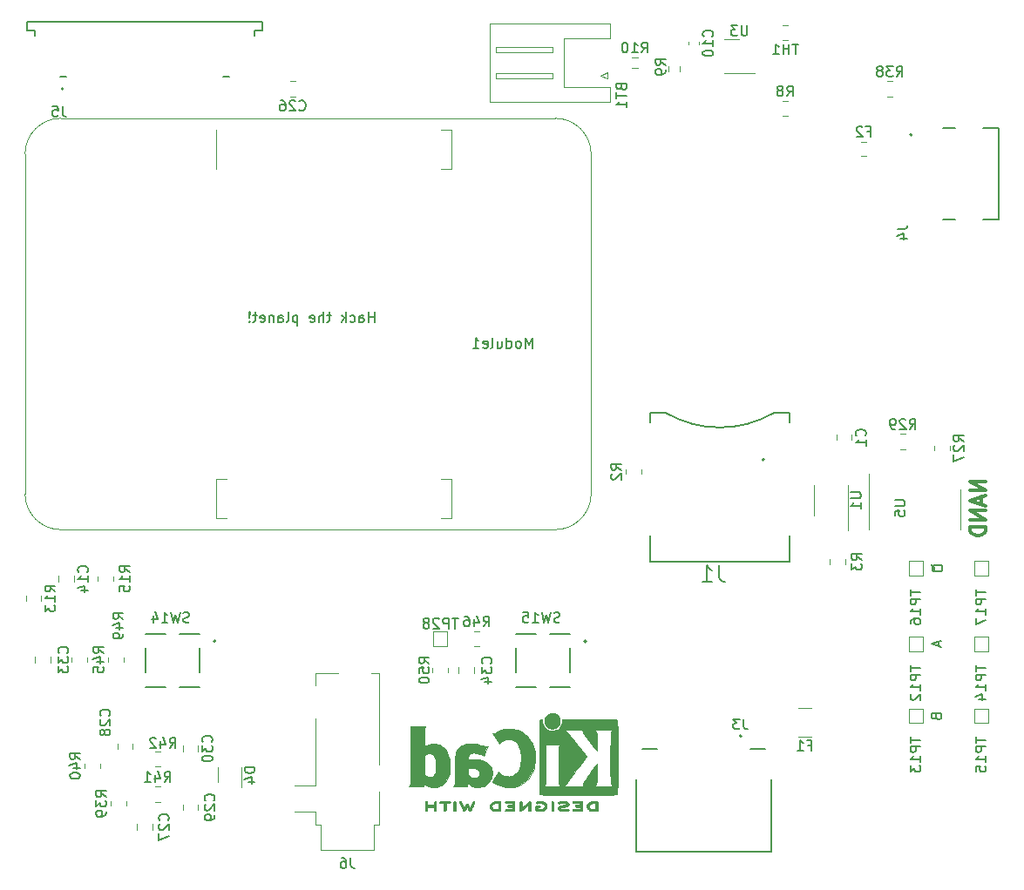
<source format=gbr>
%TF.GenerationSoftware,KiCad,Pcbnew,(6.0.5)*%
%TF.CreationDate,2022-05-15T18:43:58+01:00*%
%TF.ProjectId,CM4Carrier,434d3443-6172-4726-9965-722e6b696361,Rev1-Untested*%
%TF.SameCoordinates,Original*%
%TF.FileFunction,Legend,Bot*%
%TF.FilePolarity,Positive*%
%FSLAX46Y46*%
G04 Gerber Fmt 4.6, Leading zero omitted, Abs format (unit mm)*
G04 Created by KiCad (PCBNEW (6.0.5)) date 2022-05-15 18:43:58*
%MOMM*%
%LPD*%
G01*
G04 APERTURE LIST*
%ADD10C,0.150000*%
%ADD11C,0.300000*%
%ADD12C,0.120000*%
%ADD13C,0.127000*%
%ADD14C,0.200000*%
%ADD15C,0.010000*%
G04 APERTURE END LIST*
D10*
X142977428Y-88082380D02*
X142977428Y-87082380D01*
X142977428Y-87558571D02*
X142406000Y-87558571D01*
X142406000Y-88082380D02*
X142406000Y-87082380D01*
X141501238Y-88082380D02*
X141501238Y-87558571D01*
X141548857Y-87463333D01*
X141644095Y-87415714D01*
X141834571Y-87415714D01*
X141929809Y-87463333D01*
X141501238Y-88034761D02*
X141596476Y-88082380D01*
X141834571Y-88082380D01*
X141929809Y-88034761D01*
X141977428Y-87939523D01*
X141977428Y-87844285D01*
X141929809Y-87749047D01*
X141834571Y-87701428D01*
X141596476Y-87701428D01*
X141501238Y-87653809D01*
X140596476Y-88034761D02*
X140691714Y-88082380D01*
X140882190Y-88082380D01*
X140977428Y-88034761D01*
X141025047Y-87987142D01*
X141072666Y-87891904D01*
X141072666Y-87606190D01*
X141025047Y-87510952D01*
X140977428Y-87463333D01*
X140882190Y-87415714D01*
X140691714Y-87415714D01*
X140596476Y-87463333D01*
X140167904Y-88082380D02*
X140167904Y-87082380D01*
X140072666Y-87701428D02*
X139786952Y-88082380D01*
X139786952Y-87415714D02*
X140167904Y-87796666D01*
X138739333Y-87415714D02*
X138358380Y-87415714D01*
X138596476Y-87082380D02*
X138596476Y-87939523D01*
X138548857Y-88034761D01*
X138453619Y-88082380D01*
X138358380Y-88082380D01*
X138025047Y-88082380D02*
X138025047Y-87082380D01*
X137596476Y-88082380D02*
X137596476Y-87558571D01*
X137644095Y-87463333D01*
X137739333Y-87415714D01*
X137882190Y-87415714D01*
X137977428Y-87463333D01*
X138025047Y-87510952D01*
X136739333Y-88034761D02*
X136834571Y-88082380D01*
X137025047Y-88082380D01*
X137120285Y-88034761D01*
X137167904Y-87939523D01*
X137167904Y-87558571D01*
X137120285Y-87463333D01*
X137025047Y-87415714D01*
X136834571Y-87415714D01*
X136739333Y-87463333D01*
X136691714Y-87558571D01*
X136691714Y-87653809D01*
X137167904Y-87749047D01*
X135501238Y-87415714D02*
X135501238Y-88415714D01*
X135501238Y-87463333D02*
X135406000Y-87415714D01*
X135215523Y-87415714D01*
X135120285Y-87463333D01*
X135072666Y-87510952D01*
X135025047Y-87606190D01*
X135025047Y-87891904D01*
X135072666Y-87987142D01*
X135120285Y-88034761D01*
X135215523Y-88082380D01*
X135406000Y-88082380D01*
X135501238Y-88034761D01*
X134453619Y-88082380D02*
X134548857Y-88034761D01*
X134596476Y-87939523D01*
X134596476Y-87082380D01*
X133644095Y-88082380D02*
X133644095Y-87558571D01*
X133691714Y-87463333D01*
X133786952Y-87415714D01*
X133977428Y-87415714D01*
X134072666Y-87463333D01*
X133644095Y-88034761D02*
X133739333Y-88082380D01*
X133977428Y-88082380D01*
X134072666Y-88034761D01*
X134120285Y-87939523D01*
X134120285Y-87844285D01*
X134072666Y-87749047D01*
X133977428Y-87701428D01*
X133739333Y-87701428D01*
X133644095Y-87653809D01*
X133167904Y-87415714D02*
X133167904Y-88082380D01*
X133167904Y-87510952D02*
X133120285Y-87463333D01*
X133025047Y-87415714D01*
X132882190Y-87415714D01*
X132786952Y-87463333D01*
X132739333Y-87558571D01*
X132739333Y-88082380D01*
X131882190Y-88034761D02*
X131977428Y-88082380D01*
X132167904Y-88082380D01*
X132263142Y-88034761D01*
X132310761Y-87939523D01*
X132310761Y-87558571D01*
X132263142Y-87463333D01*
X132167904Y-87415714D01*
X131977428Y-87415714D01*
X131882190Y-87463333D01*
X131834571Y-87558571D01*
X131834571Y-87653809D01*
X132310761Y-87749047D01*
X131548857Y-87415714D02*
X131167904Y-87415714D01*
X131406000Y-87082380D02*
X131406000Y-87939523D01*
X131358380Y-88034761D01*
X131263142Y-88082380D01*
X131167904Y-88082380D01*
X130834571Y-87987142D02*
X130786952Y-88034761D01*
X130834571Y-88082380D01*
X130882190Y-88034761D01*
X130834571Y-87987142D01*
X130834571Y-88082380D01*
X130834571Y-87701428D02*
X130882190Y-87130000D01*
X130834571Y-87082380D01*
X130786952Y-87130000D01*
X130834571Y-87701428D01*
X130834571Y-87082380D01*
D11*
X202354571Y-103564857D02*
X200854571Y-103564857D01*
X202354571Y-104422000D01*
X200854571Y-104422000D01*
X201926000Y-105064857D02*
X201926000Y-105779142D01*
X202354571Y-104922000D02*
X200854571Y-105422000D01*
X202354571Y-105922000D01*
X202354571Y-106422000D02*
X200854571Y-106422000D01*
X202354571Y-107279142D01*
X200854571Y-107279142D01*
X202354571Y-107993428D02*
X200854571Y-107993428D01*
X200854571Y-108350571D01*
X200926000Y-108564857D01*
X201068857Y-108707714D01*
X201211714Y-108779142D01*
X201497428Y-108850571D01*
X201711714Y-108850571D01*
X201997428Y-108779142D01*
X202140285Y-108707714D01*
X202283142Y-108564857D01*
X202354571Y-108350571D01*
X202354571Y-107993428D01*
D10*
%TO.C,TP14*%
X201382380Y-121451904D02*
X201382380Y-122023333D01*
X202382380Y-121737619D02*
X201382380Y-121737619D01*
X202382380Y-122356666D02*
X201382380Y-122356666D01*
X201382380Y-122737619D01*
X201430000Y-122832857D01*
X201477619Y-122880476D01*
X201572857Y-122928095D01*
X201715714Y-122928095D01*
X201810952Y-122880476D01*
X201858571Y-122832857D01*
X201906190Y-122737619D01*
X201906190Y-122356666D01*
X202382380Y-123880476D02*
X202382380Y-123309047D01*
X202382380Y-123594761D02*
X201382380Y-123594761D01*
X201525238Y-123499523D01*
X201620476Y-123404285D01*
X201668095Y-123309047D01*
X201715714Y-124737619D02*
X202382380Y-124737619D01*
X201334761Y-124499523D02*
X202049047Y-124261428D01*
X202049047Y-124880476D01*
%TO.C,SW14*%
X124984518Y-117239674D02*
X124841661Y-117287293D01*
X124603566Y-117287293D01*
X124508328Y-117239674D01*
X124460709Y-117192055D01*
X124413090Y-117096817D01*
X124413090Y-117001579D01*
X124460709Y-116906341D01*
X124508328Y-116858722D01*
X124603566Y-116811103D01*
X124794042Y-116763484D01*
X124889280Y-116715865D01*
X124936899Y-116668246D01*
X124984518Y-116573008D01*
X124984518Y-116477770D01*
X124936899Y-116382532D01*
X124889280Y-116334913D01*
X124794042Y-116287293D01*
X124555947Y-116287293D01*
X124413090Y-116334913D01*
X124079756Y-116287293D02*
X123841661Y-117287293D01*
X123651185Y-116573008D01*
X123460709Y-117287293D01*
X123222614Y-116287293D01*
X122317852Y-117287293D02*
X122889280Y-117287293D01*
X122603566Y-117287293D02*
X122603566Y-116287293D01*
X122698804Y-116430151D01*
X122794042Y-116525389D01*
X122889280Y-116573008D01*
X121460709Y-116620627D02*
X121460709Y-117287293D01*
X121698804Y-116239674D02*
X121936899Y-116953960D01*
X121317852Y-116953960D01*
%TO.C,J6*%
X140668333Y-140162380D02*
X140668333Y-140876666D01*
X140715952Y-141019523D01*
X140811190Y-141114761D01*
X140954047Y-141162380D01*
X141049285Y-141162380D01*
X139763571Y-140162380D02*
X139954047Y-140162380D01*
X140049285Y-140210000D01*
X140096904Y-140257619D01*
X140192142Y-140400476D01*
X140239761Y-140590952D01*
X140239761Y-140971904D01*
X140192142Y-141067142D01*
X140144523Y-141114761D01*
X140049285Y-141162380D01*
X139858809Y-141162380D01*
X139763571Y-141114761D01*
X139715952Y-141067142D01*
X139668333Y-140971904D01*
X139668333Y-140733809D01*
X139715952Y-140638571D01*
X139763571Y-140590952D01*
X139858809Y-140543333D01*
X140049285Y-140543333D01*
X140144523Y-140590952D01*
X140192142Y-140638571D01*
X140239761Y-140733809D01*
%TO.C,TP12*%
X195032380Y-121451904D02*
X195032380Y-122023333D01*
X196032380Y-121737619D02*
X195032380Y-121737619D01*
X196032380Y-122356666D02*
X195032380Y-122356666D01*
X195032380Y-122737619D01*
X195080000Y-122832857D01*
X195127619Y-122880476D01*
X195222857Y-122928095D01*
X195365714Y-122928095D01*
X195460952Y-122880476D01*
X195508571Y-122832857D01*
X195556190Y-122737619D01*
X195556190Y-122356666D01*
X196032380Y-123880476D02*
X196032380Y-123309047D01*
X196032380Y-123594761D02*
X195032380Y-123594761D01*
X195175238Y-123499523D01*
X195270476Y-123404285D01*
X195318095Y-123309047D01*
X195127619Y-124261428D02*
X195080000Y-124309047D01*
X195032380Y-124404285D01*
X195032380Y-124642380D01*
X195080000Y-124737619D01*
X195127619Y-124785238D01*
X195222857Y-124832857D01*
X195318095Y-124832857D01*
X195460952Y-124785238D01*
X196032380Y-124213809D01*
X196032380Y-124832857D01*
X197778666Y-119141904D02*
X197778666Y-119618095D01*
X198064380Y-119046666D02*
X197064380Y-119380000D01*
X198064380Y-119713333D01*
%TO.C,TP13*%
X195032380Y-128436904D02*
X195032380Y-129008333D01*
X196032380Y-128722619D02*
X195032380Y-128722619D01*
X196032380Y-129341666D02*
X195032380Y-129341666D01*
X195032380Y-129722619D01*
X195080000Y-129817857D01*
X195127619Y-129865476D01*
X195222857Y-129913095D01*
X195365714Y-129913095D01*
X195460952Y-129865476D01*
X195508571Y-129817857D01*
X195556190Y-129722619D01*
X195556190Y-129341666D01*
X196032380Y-130865476D02*
X196032380Y-130294047D01*
X196032380Y-130579761D02*
X195032380Y-130579761D01*
X195175238Y-130484523D01*
X195270476Y-130389285D01*
X195318095Y-130294047D01*
X195032380Y-131198809D02*
X195032380Y-131817857D01*
X195413333Y-131484523D01*
X195413333Y-131627380D01*
X195460952Y-131722619D01*
X195508571Y-131770238D01*
X195603809Y-131817857D01*
X195841904Y-131817857D01*
X195937142Y-131770238D01*
X195984761Y-131722619D01*
X196032380Y-131627380D01*
X196032380Y-131341666D01*
X195984761Y-131246428D01*
X195937142Y-131198809D01*
X197540571Y-126436428D02*
X197588190Y-126579285D01*
X197635809Y-126626904D01*
X197731047Y-126674523D01*
X197873904Y-126674523D01*
X197969142Y-126626904D01*
X198016761Y-126579285D01*
X198064380Y-126484047D01*
X198064380Y-126103095D01*
X197064380Y-126103095D01*
X197064380Y-126436428D01*
X197112000Y-126531666D01*
X197159619Y-126579285D01*
X197254857Y-126626904D01*
X197350095Y-126626904D01*
X197445333Y-126579285D01*
X197492952Y-126531666D01*
X197540571Y-126436428D01*
X197540571Y-126103095D01*
%TO.C,C14*%
X115067142Y-112387142D02*
X115114761Y-112339523D01*
X115162380Y-112196666D01*
X115162380Y-112101428D01*
X115114761Y-111958571D01*
X115019523Y-111863333D01*
X114924285Y-111815714D01*
X114733809Y-111768095D01*
X114590952Y-111768095D01*
X114400476Y-111815714D01*
X114305238Y-111863333D01*
X114210000Y-111958571D01*
X114162380Y-112101428D01*
X114162380Y-112196666D01*
X114210000Y-112339523D01*
X114257619Y-112387142D01*
X115162380Y-113339523D02*
X115162380Y-112768095D01*
X115162380Y-113053809D02*
X114162380Y-113053809D01*
X114305238Y-112958571D01*
X114400476Y-112863333D01*
X114448095Y-112768095D01*
X114495714Y-114196666D02*
X115162380Y-114196666D01*
X114114761Y-113958571D02*
X114829047Y-113720476D01*
X114829047Y-114339523D01*
%TO.C,R15*%
X119197380Y-112387142D02*
X118721190Y-112053809D01*
X119197380Y-111815714D02*
X118197380Y-111815714D01*
X118197380Y-112196666D01*
X118245000Y-112291904D01*
X118292619Y-112339523D01*
X118387857Y-112387142D01*
X118530714Y-112387142D01*
X118625952Y-112339523D01*
X118673571Y-112291904D01*
X118721190Y-112196666D01*
X118721190Y-111815714D01*
X119197380Y-113339523D02*
X119197380Y-112768095D01*
X119197380Y-113053809D02*
X118197380Y-113053809D01*
X118340238Y-112958571D01*
X118435476Y-112863333D01*
X118483095Y-112768095D01*
X118197380Y-114244285D02*
X118197380Y-113768095D01*
X118673571Y-113720476D01*
X118625952Y-113768095D01*
X118578333Y-113863333D01*
X118578333Y-114101428D01*
X118625952Y-114196666D01*
X118673571Y-114244285D01*
X118768809Y-114291904D01*
X119006904Y-114291904D01*
X119102142Y-114244285D01*
X119149761Y-114196666D01*
X119197380Y-114101428D01*
X119197380Y-113863333D01*
X119149761Y-113768095D01*
X119102142Y-113720476D01*
%TO.C,R2*%
X166950380Y-102449333D02*
X166474190Y-102116000D01*
X166950380Y-101877904D02*
X165950380Y-101877904D01*
X165950380Y-102258857D01*
X165998000Y-102354095D01*
X166045619Y-102401714D01*
X166140857Y-102449333D01*
X166283714Y-102449333D01*
X166378952Y-102401714D01*
X166426571Y-102354095D01*
X166474190Y-102258857D01*
X166474190Y-101877904D01*
X166045619Y-102830285D02*
X165998000Y-102877904D01*
X165950380Y-102973142D01*
X165950380Y-103211238D01*
X165998000Y-103306476D01*
X166045619Y-103354095D01*
X166140857Y-103401714D01*
X166236095Y-103401714D01*
X166378952Y-103354095D01*
X166950380Y-102782666D01*
X166950380Y-103401714D01*
%TO.C,D4*%
X131357380Y-131356904D02*
X130357380Y-131356904D01*
X130357380Y-131595000D01*
X130405000Y-131737857D01*
X130500238Y-131833095D01*
X130595476Y-131880714D01*
X130785952Y-131928333D01*
X130928809Y-131928333D01*
X131119285Y-131880714D01*
X131214523Y-131833095D01*
X131309761Y-131737857D01*
X131357380Y-131595000D01*
X131357380Y-131356904D01*
X130690714Y-132785476D02*
X131357380Y-132785476D01*
X130309761Y-132547380D02*
X131024047Y-132309285D01*
X131024047Y-132928333D01*
%TO.C,C34*%
X154281142Y-121277142D02*
X154328761Y-121229523D01*
X154376380Y-121086666D01*
X154376380Y-120991428D01*
X154328761Y-120848571D01*
X154233523Y-120753333D01*
X154138285Y-120705714D01*
X153947809Y-120658095D01*
X153804952Y-120658095D01*
X153614476Y-120705714D01*
X153519238Y-120753333D01*
X153424000Y-120848571D01*
X153376380Y-120991428D01*
X153376380Y-121086666D01*
X153424000Y-121229523D01*
X153471619Y-121277142D01*
X153376380Y-121610476D02*
X153376380Y-122229523D01*
X153757333Y-121896190D01*
X153757333Y-122039047D01*
X153804952Y-122134285D01*
X153852571Y-122181904D01*
X153947809Y-122229523D01*
X154185904Y-122229523D01*
X154281142Y-122181904D01*
X154328761Y-122134285D01*
X154376380Y-122039047D01*
X154376380Y-121753333D01*
X154328761Y-121658095D01*
X154281142Y-121610476D01*
X153709714Y-123086666D02*
X154376380Y-123086666D01*
X153328761Y-122848571D02*
X154043047Y-122610476D01*
X154043047Y-123229523D01*
%TO.C,U1*%
X189227380Y-104648095D02*
X190036904Y-104648095D01*
X190132142Y-104695714D01*
X190179761Y-104743333D01*
X190227380Y-104838571D01*
X190227380Y-105029047D01*
X190179761Y-105124285D01*
X190132142Y-105171904D01*
X190036904Y-105219523D01*
X189227380Y-105219523D01*
X190227380Y-106219523D02*
X190227380Y-105648095D01*
X190227380Y-105933809D02*
X189227380Y-105933809D01*
X189370238Y-105838571D01*
X189465476Y-105743333D01*
X189513095Y-105648095D01*
%TO.C,R10*%
X168917857Y-61887380D02*
X169251190Y-61411190D01*
X169489285Y-61887380D02*
X169489285Y-60887380D01*
X169108333Y-60887380D01*
X169013095Y-60935000D01*
X168965476Y-60982619D01*
X168917857Y-61077857D01*
X168917857Y-61220714D01*
X168965476Y-61315952D01*
X169013095Y-61363571D01*
X169108333Y-61411190D01*
X169489285Y-61411190D01*
X167965476Y-61887380D02*
X168536904Y-61887380D01*
X168251190Y-61887380D02*
X168251190Y-60887380D01*
X168346428Y-61030238D01*
X168441666Y-61125476D01*
X168536904Y-61173095D01*
X167346428Y-60887380D02*
X167251190Y-60887380D01*
X167155952Y-60935000D01*
X167108333Y-60982619D01*
X167060714Y-61077857D01*
X167013095Y-61268333D01*
X167013095Y-61506428D01*
X167060714Y-61696904D01*
X167108333Y-61792142D01*
X167155952Y-61839761D01*
X167251190Y-61887380D01*
X167346428Y-61887380D01*
X167441666Y-61839761D01*
X167489285Y-61792142D01*
X167536904Y-61696904D01*
X167584523Y-61506428D01*
X167584523Y-61268333D01*
X167536904Y-61077857D01*
X167489285Y-60982619D01*
X167441666Y-60935000D01*
X167346428Y-60887380D01*
%TO.C,C26*%
X135665357Y-67442142D02*
X135712976Y-67489761D01*
X135855833Y-67537380D01*
X135951071Y-67537380D01*
X136093928Y-67489761D01*
X136189166Y-67394523D01*
X136236785Y-67299285D01*
X136284404Y-67108809D01*
X136284404Y-66965952D01*
X136236785Y-66775476D01*
X136189166Y-66680238D01*
X136093928Y-66585000D01*
X135951071Y-66537380D01*
X135855833Y-66537380D01*
X135712976Y-66585000D01*
X135665357Y-66632619D01*
X135284404Y-66632619D02*
X135236785Y-66585000D01*
X135141547Y-66537380D01*
X134903452Y-66537380D01*
X134808214Y-66585000D01*
X134760595Y-66632619D01*
X134712976Y-66727857D01*
X134712976Y-66823095D01*
X134760595Y-66965952D01*
X135332023Y-67537380D01*
X134712976Y-67537380D01*
X133855833Y-66537380D02*
X134046309Y-66537380D01*
X134141547Y-66585000D01*
X134189166Y-66632619D01*
X134284404Y-66775476D01*
X134332023Y-66965952D01*
X134332023Y-67346904D01*
X134284404Y-67442142D01*
X134236785Y-67489761D01*
X134141547Y-67537380D01*
X133951071Y-67537380D01*
X133855833Y-67489761D01*
X133808214Y-67442142D01*
X133760595Y-67346904D01*
X133760595Y-67108809D01*
X133808214Y-67013571D01*
X133855833Y-66965952D01*
X133951071Y-66918333D01*
X134141547Y-66918333D01*
X134236785Y-66965952D01*
X134284404Y-67013571D01*
X134332023Y-67108809D01*
%TO.C,C29*%
X127357142Y-134612142D02*
X127404761Y-134564523D01*
X127452380Y-134421666D01*
X127452380Y-134326428D01*
X127404761Y-134183571D01*
X127309523Y-134088333D01*
X127214285Y-134040714D01*
X127023809Y-133993095D01*
X126880952Y-133993095D01*
X126690476Y-134040714D01*
X126595238Y-134088333D01*
X126500000Y-134183571D01*
X126452380Y-134326428D01*
X126452380Y-134421666D01*
X126500000Y-134564523D01*
X126547619Y-134612142D01*
X126547619Y-134993095D02*
X126500000Y-135040714D01*
X126452380Y-135135952D01*
X126452380Y-135374047D01*
X126500000Y-135469285D01*
X126547619Y-135516904D01*
X126642857Y-135564523D01*
X126738095Y-135564523D01*
X126880952Y-135516904D01*
X127452380Y-134945476D01*
X127452380Y-135564523D01*
X127452380Y-136040714D02*
X127452380Y-136231190D01*
X127404761Y-136326428D01*
X127357142Y-136374047D01*
X127214285Y-136469285D01*
X127023809Y-136516904D01*
X126642857Y-136516904D01*
X126547619Y-136469285D01*
X126500000Y-136421666D01*
X126452380Y-136326428D01*
X126452380Y-136135952D01*
X126500000Y-136040714D01*
X126547619Y-135993095D01*
X126642857Y-135945476D01*
X126880952Y-135945476D01*
X126976190Y-135993095D01*
X127023809Y-136040714D01*
X127071428Y-136135952D01*
X127071428Y-136326428D01*
X127023809Y-136421666D01*
X126976190Y-136469285D01*
X126880952Y-136516904D01*
%TO.C,C1*%
X190632142Y-99125833D02*
X190679761Y-99078214D01*
X190727380Y-98935357D01*
X190727380Y-98840119D01*
X190679761Y-98697261D01*
X190584523Y-98602023D01*
X190489285Y-98554404D01*
X190298809Y-98506785D01*
X190155952Y-98506785D01*
X189965476Y-98554404D01*
X189870238Y-98602023D01*
X189775000Y-98697261D01*
X189727380Y-98840119D01*
X189727380Y-98935357D01*
X189775000Y-99078214D01*
X189822619Y-99125833D01*
X190727380Y-100078214D02*
X190727380Y-99506785D01*
X190727380Y-99792500D02*
X189727380Y-99792500D01*
X189870238Y-99697261D01*
X189965476Y-99602023D01*
X190013095Y-99506785D01*
%TO.C,R46*%
X153550857Y-117674380D02*
X153884190Y-117198190D01*
X154122285Y-117674380D02*
X154122285Y-116674380D01*
X153741333Y-116674380D01*
X153646095Y-116722000D01*
X153598476Y-116769619D01*
X153550857Y-116864857D01*
X153550857Y-117007714D01*
X153598476Y-117102952D01*
X153646095Y-117150571D01*
X153741333Y-117198190D01*
X154122285Y-117198190D01*
X152693714Y-117007714D02*
X152693714Y-117674380D01*
X152931809Y-116626761D02*
X153169904Y-117341047D01*
X152550857Y-117341047D01*
X151741333Y-116674380D02*
X151931809Y-116674380D01*
X152027047Y-116722000D01*
X152074666Y-116769619D01*
X152169904Y-116912476D01*
X152217523Y-117102952D01*
X152217523Y-117483904D01*
X152169904Y-117579142D01*
X152122285Y-117626761D01*
X152027047Y-117674380D01*
X151836571Y-117674380D01*
X151741333Y-117626761D01*
X151693714Y-117579142D01*
X151646095Y-117483904D01*
X151646095Y-117245809D01*
X151693714Y-117150571D01*
X151741333Y-117102952D01*
X151836571Y-117055333D01*
X152027047Y-117055333D01*
X152122285Y-117102952D01*
X152169904Y-117150571D01*
X152217523Y-117245809D01*
%TO.C,R38*%
X193682857Y-64207380D02*
X194016190Y-63731190D01*
X194254285Y-64207380D02*
X194254285Y-63207380D01*
X193873333Y-63207380D01*
X193778095Y-63255000D01*
X193730476Y-63302619D01*
X193682857Y-63397857D01*
X193682857Y-63540714D01*
X193730476Y-63635952D01*
X193778095Y-63683571D01*
X193873333Y-63731190D01*
X194254285Y-63731190D01*
X193349523Y-63207380D02*
X192730476Y-63207380D01*
X193063809Y-63588333D01*
X192920952Y-63588333D01*
X192825714Y-63635952D01*
X192778095Y-63683571D01*
X192730476Y-63778809D01*
X192730476Y-64016904D01*
X192778095Y-64112142D01*
X192825714Y-64159761D01*
X192920952Y-64207380D01*
X193206666Y-64207380D01*
X193301904Y-64159761D01*
X193349523Y-64112142D01*
X192159047Y-63635952D02*
X192254285Y-63588333D01*
X192301904Y-63540714D01*
X192349523Y-63445476D01*
X192349523Y-63397857D01*
X192301904Y-63302619D01*
X192254285Y-63255000D01*
X192159047Y-63207380D01*
X191968571Y-63207380D01*
X191873333Y-63255000D01*
X191825714Y-63302619D01*
X191778095Y-63397857D01*
X191778095Y-63445476D01*
X191825714Y-63540714D01*
X191873333Y-63588333D01*
X191968571Y-63635952D01*
X192159047Y-63635952D01*
X192254285Y-63683571D01*
X192301904Y-63731190D01*
X192349523Y-63826428D01*
X192349523Y-64016904D01*
X192301904Y-64112142D01*
X192254285Y-64159761D01*
X192159047Y-64207380D01*
X191968571Y-64207380D01*
X191873333Y-64159761D01*
X191825714Y-64112142D01*
X191778095Y-64016904D01*
X191778095Y-63826428D01*
X191825714Y-63731190D01*
X191873333Y-63683571D01*
X191968571Y-63635952D01*
%TO.C,C33*%
X113133142Y-120261142D02*
X113180761Y-120213523D01*
X113228380Y-120070666D01*
X113228380Y-119975428D01*
X113180761Y-119832571D01*
X113085523Y-119737333D01*
X112990285Y-119689714D01*
X112799809Y-119642095D01*
X112656952Y-119642095D01*
X112466476Y-119689714D01*
X112371238Y-119737333D01*
X112276000Y-119832571D01*
X112228380Y-119975428D01*
X112228380Y-120070666D01*
X112276000Y-120213523D01*
X112323619Y-120261142D01*
X112228380Y-120594476D02*
X112228380Y-121213523D01*
X112609333Y-120880190D01*
X112609333Y-121023047D01*
X112656952Y-121118285D01*
X112704571Y-121165904D01*
X112799809Y-121213523D01*
X113037904Y-121213523D01*
X113133142Y-121165904D01*
X113180761Y-121118285D01*
X113228380Y-121023047D01*
X113228380Y-120737333D01*
X113180761Y-120642095D01*
X113133142Y-120594476D01*
X112228380Y-121546857D02*
X112228380Y-122165904D01*
X112609333Y-121832571D01*
X112609333Y-121975428D01*
X112656952Y-122070666D01*
X112704571Y-122118285D01*
X112799809Y-122165904D01*
X113037904Y-122165904D01*
X113133142Y-122118285D01*
X113180761Y-122070666D01*
X113228380Y-121975428D01*
X113228380Y-121689714D01*
X113180761Y-121594476D01*
X113133142Y-121546857D01*
%TO.C,R3*%
X190317380Y-111228333D02*
X189841190Y-110895000D01*
X190317380Y-110656904D02*
X189317380Y-110656904D01*
X189317380Y-111037857D01*
X189365000Y-111133095D01*
X189412619Y-111180714D01*
X189507857Y-111228333D01*
X189650714Y-111228333D01*
X189745952Y-111180714D01*
X189793571Y-111133095D01*
X189841190Y-111037857D01*
X189841190Y-110656904D01*
X189317380Y-111561666D02*
X189317380Y-112180714D01*
X189698333Y-111847380D01*
X189698333Y-111990238D01*
X189745952Y-112085476D01*
X189793571Y-112133095D01*
X189888809Y-112180714D01*
X190126904Y-112180714D01*
X190222142Y-112133095D01*
X190269761Y-112085476D01*
X190317380Y-111990238D01*
X190317380Y-111704523D01*
X190269761Y-111609285D01*
X190222142Y-111561666D01*
%TO.C,TP15*%
X201382380Y-128436904D02*
X201382380Y-129008333D01*
X202382380Y-128722619D02*
X201382380Y-128722619D01*
X202382380Y-129341666D02*
X201382380Y-129341666D01*
X201382380Y-129722619D01*
X201430000Y-129817857D01*
X201477619Y-129865476D01*
X201572857Y-129913095D01*
X201715714Y-129913095D01*
X201810952Y-129865476D01*
X201858571Y-129817857D01*
X201906190Y-129722619D01*
X201906190Y-129341666D01*
X202382380Y-130865476D02*
X202382380Y-130294047D01*
X202382380Y-130579761D02*
X201382380Y-130579761D01*
X201525238Y-130484523D01*
X201620476Y-130389285D01*
X201668095Y-130294047D01*
X201382380Y-131770238D02*
X201382380Y-131294047D01*
X201858571Y-131246428D01*
X201810952Y-131294047D01*
X201763333Y-131389285D01*
X201763333Y-131627380D01*
X201810952Y-131722619D01*
X201858571Y-131770238D01*
X201953809Y-131817857D01*
X202191904Y-131817857D01*
X202287142Y-131770238D01*
X202334761Y-131722619D01*
X202382380Y-131627380D01*
X202382380Y-131389285D01*
X202334761Y-131294047D01*
X202287142Y-131246428D01*
%TO.C,C30*%
X127132142Y-128897142D02*
X127179761Y-128849523D01*
X127227380Y-128706666D01*
X127227380Y-128611428D01*
X127179761Y-128468571D01*
X127084523Y-128373333D01*
X126989285Y-128325714D01*
X126798809Y-128278095D01*
X126655952Y-128278095D01*
X126465476Y-128325714D01*
X126370238Y-128373333D01*
X126275000Y-128468571D01*
X126227380Y-128611428D01*
X126227380Y-128706666D01*
X126275000Y-128849523D01*
X126322619Y-128897142D01*
X126227380Y-129230476D02*
X126227380Y-129849523D01*
X126608333Y-129516190D01*
X126608333Y-129659047D01*
X126655952Y-129754285D01*
X126703571Y-129801904D01*
X126798809Y-129849523D01*
X127036904Y-129849523D01*
X127132142Y-129801904D01*
X127179761Y-129754285D01*
X127227380Y-129659047D01*
X127227380Y-129373333D01*
X127179761Y-129278095D01*
X127132142Y-129230476D01*
X126227380Y-130468571D02*
X126227380Y-130563809D01*
X126275000Y-130659047D01*
X126322619Y-130706666D01*
X126417857Y-130754285D01*
X126608333Y-130801904D01*
X126846428Y-130801904D01*
X127036904Y-130754285D01*
X127132142Y-130706666D01*
X127179761Y-130659047D01*
X127227380Y-130563809D01*
X127227380Y-130468571D01*
X127179761Y-130373333D01*
X127132142Y-130325714D01*
X127036904Y-130278095D01*
X126846428Y-130230476D01*
X126608333Y-130230476D01*
X126417857Y-130278095D01*
X126322619Y-130325714D01*
X126275000Y-130373333D01*
X126227380Y-130468571D01*
%TO.C,F1*%
X185118333Y-129208571D02*
X185451666Y-129208571D01*
X185451666Y-129732380D02*
X185451666Y-128732380D01*
X184975476Y-128732380D01*
X184070714Y-129732380D02*
X184642142Y-129732380D01*
X184356428Y-129732380D02*
X184356428Y-128732380D01*
X184451666Y-128875238D01*
X184546904Y-128970476D01*
X184642142Y-129018095D01*
%TO.C,R39*%
X116912380Y-134247142D02*
X116436190Y-133913809D01*
X116912380Y-133675714D02*
X115912380Y-133675714D01*
X115912380Y-134056666D01*
X115960000Y-134151904D01*
X116007619Y-134199523D01*
X116102857Y-134247142D01*
X116245714Y-134247142D01*
X116340952Y-134199523D01*
X116388571Y-134151904D01*
X116436190Y-134056666D01*
X116436190Y-133675714D01*
X115912380Y-134580476D02*
X115912380Y-135199523D01*
X116293333Y-134866190D01*
X116293333Y-135009047D01*
X116340952Y-135104285D01*
X116388571Y-135151904D01*
X116483809Y-135199523D01*
X116721904Y-135199523D01*
X116817142Y-135151904D01*
X116864761Y-135104285D01*
X116912380Y-135009047D01*
X116912380Y-134723333D01*
X116864761Y-134628095D01*
X116817142Y-134580476D01*
X116912380Y-135675714D02*
X116912380Y-135866190D01*
X116864761Y-135961428D01*
X116817142Y-136009047D01*
X116674285Y-136104285D01*
X116483809Y-136151904D01*
X116102857Y-136151904D01*
X116007619Y-136104285D01*
X115960000Y-136056666D01*
X115912380Y-135961428D01*
X115912380Y-135770952D01*
X115960000Y-135675714D01*
X116007619Y-135628095D01*
X116102857Y-135580476D01*
X116340952Y-135580476D01*
X116436190Y-135628095D01*
X116483809Y-135675714D01*
X116531428Y-135770952D01*
X116531428Y-135961428D01*
X116483809Y-136056666D01*
X116436190Y-136104285D01*
X116340952Y-136151904D01*
%TO.C,U5*%
X193508380Y-105410095D02*
X194317904Y-105410095D01*
X194413142Y-105457714D01*
X194460761Y-105505333D01*
X194508380Y-105600571D01*
X194508380Y-105791047D01*
X194460761Y-105886285D01*
X194413142Y-105933904D01*
X194317904Y-105981523D01*
X193508380Y-105981523D01*
X193508380Y-106933904D02*
X193508380Y-106457714D01*
X193984571Y-106410095D01*
X193936952Y-106457714D01*
X193889333Y-106552952D01*
X193889333Y-106791047D01*
X193936952Y-106886285D01*
X193984571Y-106933904D01*
X194079809Y-106981523D01*
X194317904Y-106981523D01*
X194413142Y-106933904D01*
X194460761Y-106886285D01*
X194508380Y-106791047D01*
X194508380Y-106552952D01*
X194460761Y-106457714D01*
X194413142Y-106410095D01*
%TO.C,R50*%
X148280380Y-121277142D02*
X147804190Y-120943809D01*
X148280380Y-120705714D02*
X147280380Y-120705714D01*
X147280380Y-121086666D01*
X147328000Y-121181904D01*
X147375619Y-121229523D01*
X147470857Y-121277142D01*
X147613714Y-121277142D01*
X147708952Y-121229523D01*
X147756571Y-121181904D01*
X147804190Y-121086666D01*
X147804190Y-120705714D01*
X147280380Y-122181904D02*
X147280380Y-121705714D01*
X147756571Y-121658095D01*
X147708952Y-121705714D01*
X147661333Y-121800952D01*
X147661333Y-122039047D01*
X147708952Y-122134285D01*
X147756571Y-122181904D01*
X147851809Y-122229523D01*
X148089904Y-122229523D01*
X148185142Y-122181904D01*
X148232761Y-122134285D01*
X148280380Y-122039047D01*
X148280380Y-121800952D01*
X148232761Y-121705714D01*
X148185142Y-121658095D01*
X147280380Y-122848571D02*
X147280380Y-122943809D01*
X147328000Y-123039047D01*
X147375619Y-123086666D01*
X147470857Y-123134285D01*
X147661333Y-123181904D01*
X147899428Y-123181904D01*
X148089904Y-123134285D01*
X148185142Y-123086666D01*
X148232761Y-123039047D01*
X148280380Y-122943809D01*
X148280380Y-122848571D01*
X148232761Y-122753333D01*
X148185142Y-122705714D01*
X148089904Y-122658095D01*
X147899428Y-122610476D01*
X147661333Y-122610476D01*
X147470857Y-122658095D01*
X147375619Y-122705714D01*
X147328000Y-122753333D01*
X147280380Y-122848571D01*
%TO.C,R45*%
X116658380Y-120261142D02*
X116182190Y-119927809D01*
X116658380Y-119689714D02*
X115658380Y-119689714D01*
X115658380Y-120070666D01*
X115706000Y-120165904D01*
X115753619Y-120213523D01*
X115848857Y-120261142D01*
X115991714Y-120261142D01*
X116086952Y-120213523D01*
X116134571Y-120165904D01*
X116182190Y-120070666D01*
X116182190Y-119689714D01*
X115991714Y-121118285D02*
X116658380Y-121118285D01*
X115610761Y-120880190D02*
X116325047Y-120642095D01*
X116325047Y-121261142D01*
X115658380Y-122118285D02*
X115658380Y-121642095D01*
X116134571Y-121594476D01*
X116086952Y-121642095D01*
X116039333Y-121737333D01*
X116039333Y-121975428D01*
X116086952Y-122070666D01*
X116134571Y-122118285D01*
X116229809Y-122165904D01*
X116467904Y-122165904D01*
X116563142Y-122118285D01*
X116610761Y-122070666D01*
X116658380Y-121975428D01*
X116658380Y-121737333D01*
X116610761Y-121642095D01*
X116563142Y-121594476D01*
%TO.C,TP16*%
X195032380Y-114085904D02*
X195032380Y-114657333D01*
X196032380Y-114371619D02*
X195032380Y-114371619D01*
X196032380Y-114990666D02*
X195032380Y-114990666D01*
X195032380Y-115371619D01*
X195080000Y-115466857D01*
X195127619Y-115514476D01*
X195222857Y-115562095D01*
X195365714Y-115562095D01*
X195460952Y-115514476D01*
X195508571Y-115466857D01*
X195556190Y-115371619D01*
X195556190Y-114990666D01*
X196032380Y-116514476D02*
X196032380Y-115943047D01*
X196032380Y-116228761D02*
X195032380Y-116228761D01*
X195175238Y-116133523D01*
X195270476Y-116038285D01*
X195318095Y-115943047D01*
X195032380Y-117371619D02*
X195032380Y-117181142D01*
X195080000Y-117085904D01*
X195127619Y-117038285D01*
X195270476Y-116943047D01*
X195460952Y-116895428D01*
X195841904Y-116895428D01*
X195937142Y-116943047D01*
X195984761Y-116990666D01*
X196032380Y-117085904D01*
X196032380Y-117276380D01*
X195984761Y-117371619D01*
X195937142Y-117419238D01*
X195841904Y-117466857D01*
X195603809Y-117466857D01*
X195508571Y-117419238D01*
X195460952Y-117371619D01*
X195413333Y-117276380D01*
X195413333Y-117085904D01*
X195460952Y-116990666D01*
X195508571Y-116943047D01*
X195603809Y-116895428D01*
X197064380Y-111633047D02*
X197112000Y-111728285D01*
X197207238Y-111823523D01*
X197350095Y-111966380D01*
X197397714Y-112061619D01*
X197397714Y-112156857D01*
X197159619Y-112109238D02*
X197207238Y-112204476D01*
X197302476Y-112299714D01*
X197492952Y-112347333D01*
X197826285Y-112347333D01*
X198016761Y-112299714D01*
X198112000Y-112204476D01*
X198159619Y-112109238D01*
X198159619Y-111918761D01*
X198112000Y-111823523D01*
X198016761Y-111728285D01*
X197826285Y-111680666D01*
X197492952Y-111680666D01*
X197302476Y-111728285D01*
X197207238Y-111823523D01*
X197159619Y-111918761D01*
X197159619Y-112109238D01*
%TO.C,Module1*%
X158302142Y-90597380D02*
X158302142Y-89597380D01*
X157968809Y-90311666D01*
X157635476Y-89597380D01*
X157635476Y-90597380D01*
X157016428Y-90597380D02*
X157111666Y-90549761D01*
X157159285Y-90502142D01*
X157206904Y-90406904D01*
X157206904Y-90121190D01*
X157159285Y-90025952D01*
X157111666Y-89978333D01*
X157016428Y-89930714D01*
X156873571Y-89930714D01*
X156778333Y-89978333D01*
X156730714Y-90025952D01*
X156683095Y-90121190D01*
X156683095Y-90406904D01*
X156730714Y-90502142D01*
X156778333Y-90549761D01*
X156873571Y-90597380D01*
X157016428Y-90597380D01*
X155825952Y-90597380D02*
X155825952Y-89597380D01*
X155825952Y-90549761D02*
X155921190Y-90597380D01*
X156111666Y-90597380D01*
X156206904Y-90549761D01*
X156254523Y-90502142D01*
X156302142Y-90406904D01*
X156302142Y-90121190D01*
X156254523Y-90025952D01*
X156206904Y-89978333D01*
X156111666Y-89930714D01*
X155921190Y-89930714D01*
X155825952Y-89978333D01*
X154921190Y-89930714D02*
X154921190Y-90597380D01*
X155349761Y-89930714D02*
X155349761Y-90454523D01*
X155302142Y-90549761D01*
X155206904Y-90597380D01*
X155064047Y-90597380D01*
X154968809Y-90549761D01*
X154921190Y-90502142D01*
X154302142Y-90597380D02*
X154397380Y-90549761D01*
X154445000Y-90454523D01*
X154445000Y-89597380D01*
X153540238Y-90549761D02*
X153635476Y-90597380D01*
X153825952Y-90597380D01*
X153921190Y-90549761D01*
X153968809Y-90454523D01*
X153968809Y-90073571D01*
X153921190Y-89978333D01*
X153825952Y-89930714D01*
X153635476Y-89930714D01*
X153540238Y-89978333D01*
X153492619Y-90073571D01*
X153492619Y-90168809D01*
X153968809Y-90264047D01*
X152540238Y-90597380D02*
X153111666Y-90597380D01*
X152825952Y-90597380D02*
X152825952Y-89597380D01*
X152921190Y-89740238D01*
X153016428Y-89835476D01*
X153111666Y-89883095D01*
%TO.C,J5*%
X112658333Y-67082380D02*
X112658333Y-67796666D01*
X112705952Y-67939523D01*
X112801190Y-68034761D01*
X112944047Y-68082380D01*
X113039285Y-68082380D01*
X111705952Y-67082380D02*
X112182142Y-67082380D01*
X112229761Y-67558571D01*
X112182142Y-67510952D01*
X112086904Y-67463333D01*
X111848809Y-67463333D01*
X111753571Y-67510952D01*
X111705952Y-67558571D01*
X111658333Y-67653809D01*
X111658333Y-67891904D01*
X111705952Y-67987142D01*
X111753571Y-68034761D01*
X111848809Y-68082380D01*
X112086904Y-68082380D01*
X112182142Y-68034761D01*
X112229761Y-67987142D01*
%TO.C,R40*%
X114372380Y-130569642D02*
X113896190Y-130236309D01*
X114372380Y-129998214D02*
X113372380Y-129998214D01*
X113372380Y-130379166D01*
X113420000Y-130474404D01*
X113467619Y-130522023D01*
X113562857Y-130569642D01*
X113705714Y-130569642D01*
X113800952Y-130522023D01*
X113848571Y-130474404D01*
X113896190Y-130379166D01*
X113896190Y-129998214D01*
X113705714Y-131426785D02*
X114372380Y-131426785D01*
X113324761Y-131188690D02*
X114039047Y-130950595D01*
X114039047Y-131569642D01*
X113372380Y-132141071D02*
X113372380Y-132236309D01*
X113420000Y-132331547D01*
X113467619Y-132379166D01*
X113562857Y-132426785D01*
X113753333Y-132474404D01*
X113991428Y-132474404D01*
X114181904Y-132426785D01*
X114277142Y-132379166D01*
X114324761Y-132331547D01*
X114372380Y-132236309D01*
X114372380Y-132141071D01*
X114324761Y-132045833D01*
X114277142Y-131998214D01*
X114181904Y-131950595D01*
X113991428Y-131902976D01*
X113753333Y-131902976D01*
X113562857Y-131950595D01*
X113467619Y-131998214D01*
X113420000Y-132045833D01*
X113372380Y-132141071D01*
%TO.C,R42*%
X123070857Y-129484380D02*
X123404190Y-129008190D01*
X123642285Y-129484380D02*
X123642285Y-128484380D01*
X123261333Y-128484380D01*
X123166095Y-128532000D01*
X123118476Y-128579619D01*
X123070857Y-128674857D01*
X123070857Y-128817714D01*
X123118476Y-128912952D01*
X123166095Y-128960571D01*
X123261333Y-129008190D01*
X123642285Y-129008190D01*
X122213714Y-128817714D02*
X122213714Y-129484380D01*
X122451809Y-128436761D02*
X122689904Y-129151047D01*
X122070857Y-129151047D01*
X121737523Y-128579619D02*
X121689904Y-128532000D01*
X121594666Y-128484380D01*
X121356571Y-128484380D01*
X121261333Y-128532000D01*
X121213714Y-128579619D01*
X121166095Y-128674857D01*
X121166095Y-128770095D01*
X121213714Y-128912952D01*
X121785142Y-129484380D01*
X121166095Y-129484380D01*
%TO.C,R49*%
X118562380Y-116959142D02*
X118086190Y-116625809D01*
X118562380Y-116387714D02*
X117562380Y-116387714D01*
X117562380Y-116768666D01*
X117610000Y-116863904D01*
X117657619Y-116911523D01*
X117752857Y-116959142D01*
X117895714Y-116959142D01*
X117990952Y-116911523D01*
X118038571Y-116863904D01*
X118086190Y-116768666D01*
X118086190Y-116387714D01*
X117895714Y-117816285D02*
X118562380Y-117816285D01*
X117514761Y-117578190D02*
X118229047Y-117340095D01*
X118229047Y-117959142D01*
X118562380Y-118387714D02*
X118562380Y-118578190D01*
X118514761Y-118673428D01*
X118467142Y-118721047D01*
X118324285Y-118816285D01*
X118133809Y-118863904D01*
X117752857Y-118863904D01*
X117657619Y-118816285D01*
X117610000Y-118768666D01*
X117562380Y-118673428D01*
X117562380Y-118482952D01*
X117610000Y-118387714D01*
X117657619Y-118340095D01*
X117752857Y-118292476D01*
X117990952Y-118292476D01*
X118086190Y-118340095D01*
X118133809Y-118387714D01*
X118181428Y-118482952D01*
X118181428Y-118673428D01*
X118133809Y-118768666D01*
X118086190Y-118816285D01*
X117990952Y-118863904D01*
%TO.C,TP28*%
X151090095Y-116876380D02*
X150518666Y-116876380D01*
X150804380Y-117876380D02*
X150804380Y-116876380D01*
X150185333Y-117876380D02*
X150185333Y-116876380D01*
X149804380Y-116876380D01*
X149709142Y-116924000D01*
X149661523Y-116971619D01*
X149613904Y-117066857D01*
X149613904Y-117209714D01*
X149661523Y-117304952D01*
X149709142Y-117352571D01*
X149804380Y-117400190D01*
X150185333Y-117400190D01*
X149232952Y-116971619D02*
X149185333Y-116924000D01*
X149090095Y-116876380D01*
X148852000Y-116876380D01*
X148756761Y-116924000D01*
X148709142Y-116971619D01*
X148661523Y-117066857D01*
X148661523Y-117162095D01*
X148709142Y-117304952D01*
X149280571Y-117876380D01*
X148661523Y-117876380D01*
X148090095Y-117304952D02*
X148185333Y-117257333D01*
X148232952Y-117209714D01*
X148280571Y-117114476D01*
X148280571Y-117066857D01*
X148232952Y-116971619D01*
X148185333Y-116924000D01*
X148090095Y-116876380D01*
X147899619Y-116876380D01*
X147804380Y-116924000D01*
X147756761Y-116971619D01*
X147709142Y-117066857D01*
X147709142Y-117114476D01*
X147756761Y-117209714D01*
X147804380Y-117257333D01*
X147899619Y-117304952D01*
X148090095Y-117304952D01*
X148185333Y-117352571D01*
X148232952Y-117400190D01*
X148280571Y-117495428D01*
X148280571Y-117685904D01*
X148232952Y-117781142D01*
X148185333Y-117828761D01*
X148090095Y-117876380D01*
X147899619Y-117876380D01*
X147804380Y-117828761D01*
X147756761Y-117781142D01*
X147709142Y-117685904D01*
X147709142Y-117495428D01*
X147756761Y-117400190D01*
X147804380Y-117352571D01*
X147899619Y-117304952D01*
%TO.C,F2*%
X190833333Y-69525571D02*
X191166666Y-69525571D01*
X191166666Y-70049380D02*
X191166666Y-69049380D01*
X190690476Y-69049380D01*
X190357142Y-69144619D02*
X190309523Y-69097000D01*
X190214285Y-69049380D01*
X189976190Y-69049380D01*
X189880952Y-69097000D01*
X189833333Y-69144619D01*
X189785714Y-69239857D01*
X189785714Y-69335095D01*
X189833333Y-69477952D01*
X190404761Y-70049380D01*
X189785714Y-70049380D01*
%TO.C,TH1*%
X184165714Y-61046380D02*
X183594285Y-61046380D01*
X183880000Y-62046380D02*
X183880000Y-61046380D01*
X183260952Y-62046380D02*
X183260952Y-61046380D01*
X183260952Y-61522571D02*
X182689523Y-61522571D01*
X182689523Y-62046380D02*
X182689523Y-61046380D01*
X181689523Y-62046380D02*
X182260952Y-62046380D01*
X181975238Y-62046380D02*
X181975238Y-61046380D01*
X182070476Y-61189238D01*
X182165714Y-61284476D01*
X182260952Y-61332095D01*
%TO.C,C27*%
X122912141Y-136517142D02*
X122959760Y-136469523D01*
X123007379Y-136326666D01*
X123007379Y-136231428D01*
X122959760Y-136088571D01*
X122864522Y-135993333D01*
X122769284Y-135945714D01*
X122578808Y-135898095D01*
X122435951Y-135898095D01*
X122245475Y-135945714D01*
X122150237Y-135993333D01*
X122054999Y-136088571D01*
X122007379Y-136231428D01*
X122007379Y-136326666D01*
X122054999Y-136469523D01*
X122102618Y-136517142D01*
X122102618Y-136898095D02*
X122054999Y-136945714D01*
X122007379Y-137040952D01*
X122007379Y-137279047D01*
X122054999Y-137374285D01*
X122102618Y-137421904D01*
X122197856Y-137469523D01*
X122293094Y-137469523D01*
X122435951Y-137421904D01*
X123007379Y-136850476D01*
X123007379Y-137469523D01*
X122007379Y-137802857D02*
X122007379Y-138469523D01*
X123007379Y-138040952D01*
%TO.C,SW15*%
X160984522Y-117239674D02*
X160841665Y-117287293D01*
X160603570Y-117287293D01*
X160508332Y-117239674D01*
X160460713Y-117192055D01*
X160413094Y-117096817D01*
X160413094Y-117001579D01*
X160460713Y-116906341D01*
X160508332Y-116858722D01*
X160603570Y-116811103D01*
X160794046Y-116763484D01*
X160889284Y-116715865D01*
X160936903Y-116668246D01*
X160984522Y-116573008D01*
X160984522Y-116477770D01*
X160936903Y-116382532D01*
X160889284Y-116334913D01*
X160794046Y-116287293D01*
X160555951Y-116287293D01*
X160413094Y-116334913D01*
X160079760Y-116287293D02*
X159841665Y-117287293D01*
X159651189Y-116573008D01*
X159460713Y-117287293D01*
X159222618Y-116287293D01*
X158317856Y-117287293D02*
X158889284Y-117287293D01*
X158603570Y-117287293D02*
X158603570Y-116287293D01*
X158698808Y-116430151D01*
X158794046Y-116525389D01*
X158889284Y-116573008D01*
X157413094Y-116287293D02*
X157889284Y-116287293D01*
X157936903Y-116763484D01*
X157889284Y-116715865D01*
X157794046Y-116668246D01*
X157555951Y-116668246D01*
X157460713Y-116715865D01*
X157413094Y-116763484D01*
X157365475Y-116858722D01*
X157365475Y-117096817D01*
X157413094Y-117192055D01*
X157460713Y-117239674D01*
X157555951Y-117287293D01*
X157794046Y-117287293D01*
X157889284Y-117239674D01*
X157936903Y-117192055D01*
%TO.C,R13*%
X111957380Y-114292142D02*
X111481190Y-113958809D01*
X111957380Y-113720714D02*
X110957380Y-113720714D01*
X110957380Y-114101666D01*
X111005000Y-114196904D01*
X111052619Y-114244523D01*
X111147857Y-114292142D01*
X111290714Y-114292142D01*
X111385952Y-114244523D01*
X111433571Y-114196904D01*
X111481190Y-114101666D01*
X111481190Y-113720714D01*
X111957380Y-115244523D02*
X111957380Y-114673095D01*
X111957380Y-114958809D02*
X110957380Y-114958809D01*
X111100238Y-114863571D01*
X111195476Y-114768333D01*
X111243095Y-114673095D01*
X110957380Y-115577857D02*
X110957380Y-116196904D01*
X111338333Y-115863571D01*
X111338333Y-116006428D01*
X111385952Y-116101666D01*
X111433571Y-116149285D01*
X111528809Y-116196904D01*
X111766904Y-116196904D01*
X111862142Y-116149285D01*
X111909761Y-116101666D01*
X111957380Y-116006428D01*
X111957380Y-115720714D01*
X111909761Y-115625476D01*
X111862142Y-115577857D01*
%TO.C,BT1*%
X166933571Y-65254285D02*
X166981190Y-65397142D01*
X167028809Y-65444761D01*
X167124047Y-65492380D01*
X167266904Y-65492380D01*
X167362142Y-65444761D01*
X167409761Y-65397142D01*
X167457380Y-65301904D01*
X167457380Y-64920952D01*
X166457380Y-64920952D01*
X166457380Y-65254285D01*
X166505000Y-65349523D01*
X166552619Y-65397142D01*
X166647857Y-65444761D01*
X166743095Y-65444761D01*
X166838333Y-65397142D01*
X166885952Y-65349523D01*
X166933571Y-65254285D01*
X166933571Y-64920952D01*
X166457380Y-65778095D02*
X166457380Y-66349523D01*
X167457380Y-66063809D02*
X166457380Y-66063809D01*
X167457380Y-67206666D02*
X167457380Y-66635238D01*
X167457380Y-66920952D02*
X166457380Y-66920952D01*
X166600238Y-66825714D01*
X166695476Y-66730476D01*
X166743095Y-66635238D01*
%TO.C,U3*%
X179196904Y-59232380D02*
X179196904Y-60041904D01*
X179149285Y-60137142D01*
X179101666Y-60184761D01*
X179006428Y-60232380D01*
X178815952Y-60232380D01*
X178720714Y-60184761D01*
X178673095Y-60137142D01*
X178625476Y-60041904D01*
X178625476Y-59232380D01*
X178244523Y-59232380D02*
X177625476Y-59232380D01*
X177958809Y-59613333D01*
X177815952Y-59613333D01*
X177720714Y-59660952D01*
X177673095Y-59708571D01*
X177625476Y-59803809D01*
X177625476Y-60041904D01*
X177673095Y-60137142D01*
X177720714Y-60184761D01*
X177815952Y-60232380D01*
X178101666Y-60232380D01*
X178196904Y-60184761D01*
X178244523Y-60137142D01*
%TO.C,J4*%
X193762385Y-79041666D02*
X194476671Y-79041666D01*
X194619528Y-78994047D01*
X194714766Y-78898809D01*
X194762385Y-78755952D01*
X194762385Y-78660714D01*
X194095719Y-79946428D02*
X194762385Y-79946428D01*
X193714766Y-79708333D02*
X194429052Y-79470238D01*
X194429052Y-80089285D01*
%TO.C,R41*%
X122562857Y-132787379D02*
X122896190Y-132311189D01*
X123134285Y-132787379D02*
X123134285Y-131787379D01*
X122753333Y-131787379D01*
X122658095Y-131834999D01*
X122610476Y-131882618D01*
X122562857Y-131977856D01*
X122562857Y-132120713D01*
X122610476Y-132215951D01*
X122658095Y-132263570D01*
X122753333Y-132311189D01*
X123134285Y-132311189D01*
X121705714Y-132120713D02*
X121705714Y-132787379D01*
X121943809Y-131739760D02*
X122181904Y-132454046D01*
X121562857Y-132454046D01*
X120658095Y-132787379D02*
X121229523Y-132787379D01*
X120943809Y-132787379D02*
X120943809Y-131787379D01*
X121039047Y-131930237D01*
X121134285Y-132025475D01*
X121229523Y-132073094D01*
%TO.C,J3*%
X178839333Y-126664880D02*
X178839333Y-127379166D01*
X178886952Y-127522023D01*
X178982190Y-127617261D01*
X179125047Y-127664880D01*
X179220285Y-127664880D01*
X178458380Y-126664880D02*
X177839333Y-126664880D01*
X178172666Y-127045833D01*
X178029809Y-127045833D01*
X177934571Y-127093452D01*
X177886952Y-127141071D01*
X177839333Y-127236309D01*
X177839333Y-127474404D01*
X177886952Y-127569642D01*
X177934571Y-127617261D01*
X178029809Y-127664880D01*
X178315523Y-127664880D01*
X178410761Y-127617261D01*
X178458380Y-127569642D01*
%TO.C,C28*%
X117197142Y-126357142D02*
X117244761Y-126309523D01*
X117292380Y-126166666D01*
X117292380Y-126071428D01*
X117244761Y-125928571D01*
X117149523Y-125833333D01*
X117054285Y-125785714D01*
X116863809Y-125738095D01*
X116720952Y-125738095D01*
X116530476Y-125785714D01*
X116435238Y-125833333D01*
X116340000Y-125928571D01*
X116292380Y-126071428D01*
X116292380Y-126166666D01*
X116340000Y-126309523D01*
X116387619Y-126357142D01*
X116387619Y-126738095D02*
X116340000Y-126785714D01*
X116292380Y-126880952D01*
X116292380Y-127119047D01*
X116340000Y-127214285D01*
X116387619Y-127261904D01*
X116482857Y-127309523D01*
X116578095Y-127309523D01*
X116720952Y-127261904D01*
X117292380Y-126690476D01*
X117292380Y-127309523D01*
X116720952Y-127880952D02*
X116673333Y-127785714D01*
X116625714Y-127738095D01*
X116530476Y-127690476D01*
X116482857Y-127690476D01*
X116387619Y-127738095D01*
X116340000Y-127785714D01*
X116292380Y-127880952D01*
X116292380Y-128071428D01*
X116340000Y-128166666D01*
X116387619Y-128214285D01*
X116482857Y-128261904D01*
X116530476Y-128261904D01*
X116625714Y-128214285D01*
X116673333Y-128166666D01*
X116720952Y-128071428D01*
X116720952Y-127880952D01*
X116768571Y-127785714D01*
X116816190Y-127738095D01*
X116911428Y-127690476D01*
X117101904Y-127690476D01*
X117197142Y-127738095D01*
X117244761Y-127785714D01*
X117292380Y-127880952D01*
X117292380Y-128071428D01*
X117244761Y-128166666D01*
X117197142Y-128214285D01*
X117101904Y-128261904D01*
X116911428Y-128261904D01*
X116816190Y-128214285D01*
X116768571Y-128166666D01*
X116720952Y-128071428D01*
%TO.C,R8*%
X183046666Y-66112380D02*
X183380000Y-65636190D01*
X183618095Y-66112380D02*
X183618095Y-65112380D01*
X183237142Y-65112380D01*
X183141904Y-65160000D01*
X183094285Y-65207619D01*
X183046666Y-65302857D01*
X183046666Y-65445714D01*
X183094285Y-65540952D01*
X183141904Y-65588571D01*
X183237142Y-65636190D01*
X183618095Y-65636190D01*
X182475238Y-65540952D02*
X182570476Y-65493333D01*
X182618095Y-65445714D01*
X182665714Y-65350476D01*
X182665714Y-65302857D01*
X182618095Y-65207619D01*
X182570476Y-65160000D01*
X182475238Y-65112380D01*
X182284761Y-65112380D01*
X182189523Y-65160000D01*
X182141904Y-65207619D01*
X182094285Y-65302857D01*
X182094285Y-65350476D01*
X182141904Y-65445714D01*
X182189523Y-65493333D01*
X182284761Y-65540952D01*
X182475238Y-65540952D01*
X182570476Y-65588571D01*
X182618095Y-65636190D01*
X182665714Y-65731428D01*
X182665714Y-65921904D01*
X182618095Y-66017142D01*
X182570476Y-66064761D01*
X182475238Y-66112380D01*
X182284761Y-66112380D01*
X182189523Y-66064761D01*
X182141904Y-66017142D01*
X182094285Y-65921904D01*
X182094285Y-65731428D01*
X182141904Y-65636190D01*
X182189523Y-65588571D01*
X182284761Y-65540952D01*
%TO.C,J1*%
X176429099Y-111740700D02*
X176429099Y-112885199D01*
X176505399Y-113114099D01*
X176657999Y-113266699D01*
X176886899Y-113342999D01*
X177039499Y-113342999D01*
X174826800Y-113342999D02*
X175742400Y-113342999D01*
X175284600Y-113342999D02*
X175284600Y-111740700D01*
X175437200Y-111969600D01*
X175589800Y-112122200D01*
X175742400Y-112198500D01*
%TO.C,R9*%
X171267380Y-63078609D02*
X170791190Y-62745276D01*
X171267380Y-62507180D02*
X170267380Y-62507180D01*
X170267380Y-62888133D01*
X170315000Y-62983371D01*
X170362619Y-63030990D01*
X170457857Y-63078609D01*
X170600714Y-63078609D01*
X170695952Y-63030990D01*
X170743571Y-62983371D01*
X170791190Y-62888133D01*
X170791190Y-62507180D01*
X171267380Y-63554799D02*
X171267380Y-63745276D01*
X171219761Y-63840514D01*
X171172142Y-63888133D01*
X171029285Y-63983371D01*
X170838809Y-64030990D01*
X170457857Y-64030990D01*
X170362619Y-63983371D01*
X170315000Y-63935752D01*
X170267380Y-63840514D01*
X170267380Y-63650037D01*
X170315000Y-63554799D01*
X170362619Y-63507180D01*
X170457857Y-63459561D01*
X170695952Y-63459561D01*
X170791190Y-63507180D01*
X170838809Y-63554799D01*
X170886428Y-63650037D01*
X170886428Y-63840514D01*
X170838809Y-63935752D01*
X170791190Y-63983371D01*
X170695952Y-64030990D01*
%TO.C,C10*%
X175777142Y-60317142D02*
X175824761Y-60269523D01*
X175872380Y-60126666D01*
X175872380Y-60031428D01*
X175824761Y-59888571D01*
X175729523Y-59793333D01*
X175634285Y-59745714D01*
X175443809Y-59698095D01*
X175300952Y-59698095D01*
X175110476Y-59745714D01*
X175015238Y-59793333D01*
X174920000Y-59888571D01*
X174872380Y-60031428D01*
X174872380Y-60126666D01*
X174920000Y-60269523D01*
X174967619Y-60317142D01*
X175872380Y-61269523D02*
X175872380Y-60698095D01*
X175872380Y-60983809D02*
X174872380Y-60983809D01*
X175015238Y-60888571D01*
X175110476Y-60793333D01*
X175158095Y-60698095D01*
X174872380Y-61888571D02*
X174872380Y-61983809D01*
X174920000Y-62079047D01*
X174967619Y-62126666D01*
X175062857Y-62174285D01*
X175253333Y-62221904D01*
X175491428Y-62221904D01*
X175681904Y-62174285D01*
X175777142Y-62126666D01*
X175824761Y-62079047D01*
X175872380Y-61983809D01*
X175872380Y-61888571D01*
X175824761Y-61793333D01*
X175777142Y-61745714D01*
X175681904Y-61698095D01*
X175491428Y-61650476D01*
X175253333Y-61650476D01*
X175062857Y-61698095D01*
X174967619Y-61745714D01*
X174920000Y-61793333D01*
X174872380Y-61888571D01*
%TO.C,TP17*%
X201382380Y-114085905D02*
X201382380Y-114657334D01*
X202382380Y-114371620D02*
X201382380Y-114371620D01*
X202382380Y-114990667D02*
X201382380Y-114990667D01*
X201382380Y-115371620D01*
X201430000Y-115466858D01*
X201477619Y-115514477D01*
X201572857Y-115562096D01*
X201715714Y-115562096D01*
X201810952Y-115514477D01*
X201858571Y-115466858D01*
X201906190Y-115371620D01*
X201906190Y-114990667D01*
X202382380Y-116514477D02*
X202382380Y-115943048D01*
X202382380Y-116228762D02*
X201382380Y-116228762D01*
X201525238Y-116133524D01*
X201620476Y-116038286D01*
X201668095Y-115943048D01*
X201382380Y-116847810D02*
X201382380Y-117514477D01*
X202382380Y-117085905D01*
%TO.C,R27*%
X200222380Y-99687142D02*
X199746190Y-99353809D01*
X200222380Y-99115714D02*
X199222380Y-99115714D01*
X199222380Y-99496666D01*
X199270000Y-99591904D01*
X199317619Y-99639523D01*
X199412857Y-99687142D01*
X199555714Y-99687142D01*
X199650952Y-99639523D01*
X199698571Y-99591904D01*
X199746190Y-99496666D01*
X199746190Y-99115714D01*
X199317619Y-100068095D02*
X199270000Y-100115714D01*
X199222380Y-100210952D01*
X199222380Y-100449047D01*
X199270000Y-100544285D01*
X199317619Y-100591904D01*
X199412857Y-100639523D01*
X199508095Y-100639523D01*
X199650952Y-100591904D01*
X200222380Y-100020476D01*
X200222380Y-100639523D01*
X199222380Y-100972857D02*
X199222380Y-101639523D01*
X200222380Y-101210952D01*
%TO.C,R29*%
X194952857Y-98497380D02*
X195286190Y-98021190D01*
X195524285Y-98497380D02*
X195524285Y-97497380D01*
X195143333Y-97497380D01*
X195048095Y-97545000D01*
X195000476Y-97592619D01*
X194952857Y-97687857D01*
X194952857Y-97830714D01*
X195000476Y-97925952D01*
X195048095Y-97973571D01*
X195143333Y-98021190D01*
X195524285Y-98021190D01*
X194571904Y-97592619D02*
X194524285Y-97545000D01*
X194429047Y-97497380D01*
X194190952Y-97497380D01*
X194095714Y-97545000D01*
X194048095Y-97592619D01*
X194000476Y-97687857D01*
X194000476Y-97783095D01*
X194048095Y-97925952D01*
X194619523Y-98497380D01*
X194000476Y-98497380D01*
X193524285Y-98497380D02*
X193333809Y-98497380D01*
X193238571Y-98449761D01*
X193190952Y-98402142D01*
X193095714Y-98259285D01*
X193048095Y-98068809D01*
X193048095Y-97687857D01*
X193095714Y-97592619D01*
X193143333Y-97545000D01*
X193238571Y-97497380D01*
X193429047Y-97497380D01*
X193524285Y-97545000D01*
X193571904Y-97592619D01*
X193619523Y-97687857D01*
X193619523Y-97925952D01*
X193571904Y-98021190D01*
X193524285Y-98068809D01*
X193429047Y-98116428D01*
X193238571Y-98116428D01*
X193143333Y-98068809D01*
X193095714Y-98021190D01*
X193048095Y-97925952D01*
D12*
%TO.C,TP14*%
X202630000Y-118680000D02*
X201230000Y-118680000D01*
X201230000Y-120080000D02*
X202630000Y-120080000D01*
X202630000Y-120080000D02*
X202630000Y-118680000D01*
X201230000Y-118680000D02*
X201230000Y-120080000D01*
D13*
%TO.C,SW14*%
X125949995Y-119789913D02*
X125949995Y-122149913D01*
X122679995Y-118369913D02*
X120749995Y-118369913D01*
X122679995Y-123569913D02*
X120749995Y-123569913D01*
X120749995Y-119789913D02*
X120749995Y-122149913D01*
X125949995Y-118369913D02*
X124019995Y-118369913D01*
X125949995Y-123569913D02*
X124019995Y-123569913D01*
D14*
X127549995Y-119119913D02*
G75*
G03*
X127549995Y-119119913I-100000J0D01*
G01*
D12*
%TO.C,J6*%
X142935000Y-136910000D02*
X143435000Y-136910000D01*
X137735000Y-139410000D02*
X142935000Y-139410000D01*
X137235000Y-122210000D02*
X137235000Y-123410000D01*
X143435000Y-122210000D02*
X142685000Y-122210000D01*
X137235000Y-135710000D02*
X135235000Y-135710000D01*
X142935000Y-139410000D02*
X142935000Y-136910000D01*
X137735000Y-136910000D02*
X137735000Y-139410000D01*
X143435000Y-136910000D02*
X143435000Y-133710000D01*
X137235000Y-126610000D02*
X137235000Y-133110000D01*
X137235000Y-136910000D02*
X137735000Y-136910000D01*
X137235000Y-135710000D02*
X137235000Y-136910000D01*
X143435000Y-131110000D02*
X143435000Y-122210000D01*
X137235000Y-133110000D02*
X135235000Y-133110000D01*
X139485000Y-122210000D02*
X137235000Y-122210000D01*
%TO.C,TP12*%
X194880000Y-118680000D02*
X194880000Y-120080000D01*
X196280000Y-120080000D02*
X196280000Y-118680000D01*
X194880000Y-120080000D02*
X196280000Y-120080000D01*
X196280000Y-118680000D02*
X194880000Y-118680000D01*
%TO.C,TP13*%
X196280000Y-127065000D02*
X196280000Y-125665000D01*
X194880000Y-127065000D02*
X196280000Y-127065000D01*
X194880000Y-125665000D02*
X194880000Y-127065000D01*
X196280000Y-125665000D02*
X194880000Y-125665000D01*
%TO.C,C14*%
X112295000Y-113291252D02*
X112295000Y-112768748D01*
X113765000Y-113291252D02*
X113765000Y-112768748D01*
%TO.C,R15*%
X117575000Y-112802936D02*
X117575000Y-113257064D01*
X116105000Y-112802936D02*
X116105000Y-113257064D01*
%TO.C,R2*%
X167413000Y-102388936D02*
X167413000Y-102843064D01*
X168883000Y-102388936D02*
X168883000Y-102843064D01*
%TO.C,D4*%
X127745000Y-132795000D02*
X127745000Y-131395000D01*
X130065000Y-131395000D02*
X130065000Y-133295000D01*
%TO.C,C34*%
X152627000Y-121658748D02*
X152627000Y-122181252D01*
X151157000Y-121658748D02*
X151157000Y-122181252D01*
%TO.C,U1*%
X185715000Y-105410000D02*
X185715000Y-103910000D01*
X188935000Y-105410000D02*
X188935000Y-103910000D01*
X185715000Y-105410000D02*
X185715000Y-106910000D01*
X188935000Y-105410000D02*
X188935000Y-108335000D01*
%TO.C,R10*%
X168529724Y-63387500D02*
X168020276Y-63387500D01*
X168529724Y-62342500D02*
X168020276Y-62342500D01*
%TO.C,REF\u002A\u002A*%
G36*
X161402515Y-134655568D02*
G01*
X161490713Y-134662797D01*
X161564338Y-134675576D01*
X161632081Y-134695361D01*
X161727024Y-134739472D01*
X161795132Y-134796298D01*
X161836169Y-134865615D01*
X161849901Y-134947199D01*
X161848653Y-134988802D01*
X161840941Y-135021816D01*
X161821227Y-135050666D01*
X161783986Y-135087080D01*
X161773364Y-135096837D01*
X161741798Y-135124666D01*
X161711984Y-135147260D01*
X161679986Y-135165837D01*
X161641872Y-135181615D01*
X161593708Y-135195812D01*
X161531560Y-135209647D01*
X161451494Y-135224338D01*
X161349576Y-135241103D01*
X161221874Y-135261161D01*
X161197425Y-135265200D01*
X161114442Y-135283334D01*
X161054241Y-135304281D01*
X161019247Y-135327009D01*
X161011886Y-135350487D01*
X161015375Y-135356172D01*
X161039250Y-135376229D01*
X161076695Y-135398375D01*
X161093736Y-135406351D01*
X161122092Y-135415927D01*
X161157221Y-135422287D01*
X161204943Y-135426040D01*
X161271076Y-135427794D01*
X161361439Y-135428158D01*
X161385117Y-135428061D01*
X161475145Y-135426582D01*
X161561602Y-135423619D01*
X161635659Y-135419537D01*
X161688489Y-135414698D01*
X161735767Y-135409282D01*
X161774712Y-135408240D01*
X161799876Y-135414363D01*
X161819998Y-135428576D01*
X161824866Y-135433359D01*
X161846623Y-135475662D01*
X161844865Y-135523130D01*
X161819627Y-135563895D01*
X161792506Y-135579346D01*
X161744599Y-135596248D01*
X161688118Y-135609628D01*
X161683524Y-135610425D01*
X161626716Y-135617370D01*
X161550313Y-135623193D01*
X161463752Y-135627304D01*
X161376469Y-135629113D01*
X161354857Y-135629169D01*
X161223968Y-135625870D01*
X161117390Y-135615211D01*
X161030612Y-135595864D01*
X160959124Y-135566502D01*
X160898413Y-135525798D01*
X160843969Y-135472424D01*
X160817181Y-135437507D01*
X160801702Y-135398169D01*
X160797830Y-135345292D01*
X160798017Y-135329357D01*
X160803173Y-135285846D01*
X160819662Y-135250531D01*
X160853165Y-135209460D01*
X160881406Y-135179984D01*
X160916549Y-135149967D01*
X160956113Y-135125513D01*
X161004347Y-135105202D01*
X161065500Y-135087612D01*
X161143819Y-135071323D01*
X161243554Y-135054913D01*
X161368954Y-135036962D01*
X161429280Y-135027630D01*
X161519752Y-135008246D01*
X161585169Y-134986280D01*
X161624534Y-134962451D01*
X161636850Y-134937482D01*
X161621118Y-134912093D01*
X161576342Y-134887005D01*
X161572287Y-134885389D01*
X161510566Y-134869309D01*
X161427156Y-134858391D01*
X161329389Y-134852852D01*
X161224598Y-134852909D01*
X161120115Y-134858778D01*
X161023273Y-134870675D01*
X161018045Y-134871539D01*
X160953053Y-134881800D01*
X160910114Y-134886608D01*
X160882159Y-134885813D01*
X160862117Y-134879261D01*
X160842918Y-134866801D01*
X160841361Y-134865642D01*
X160808720Y-134825204D01*
X160802338Y-134777939D01*
X160823383Y-134731899D01*
X160829435Y-134725966D01*
X160868862Y-134705810D01*
X160931412Y-134688338D01*
X161011698Y-134673959D01*
X161104337Y-134663084D01*
X161203942Y-134656121D01*
X161305130Y-134653479D01*
X161402515Y-134655568D01*
G37*
D15*
X161402515Y-134655568D02*
X161490713Y-134662797D01*
X161564338Y-134675576D01*
X161632081Y-134695361D01*
X161727024Y-134739472D01*
X161795132Y-134796298D01*
X161836169Y-134865615D01*
X161849901Y-134947199D01*
X161848653Y-134988802D01*
X161840941Y-135021816D01*
X161821227Y-135050666D01*
X161783986Y-135087080D01*
X161773364Y-135096837D01*
X161741798Y-135124666D01*
X161711984Y-135147260D01*
X161679986Y-135165837D01*
X161641872Y-135181615D01*
X161593708Y-135195812D01*
X161531560Y-135209647D01*
X161451494Y-135224338D01*
X161349576Y-135241103D01*
X161221874Y-135261161D01*
X161197425Y-135265200D01*
X161114442Y-135283334D01*
X161054241Y-135304281D01*
X161019247Y-135327009D01*
X161011886Y-135350487D01*
X161015375Y-135356172D01*
X161039250Y-135376229D01*
X161076695Y-135398375D01*
X161093736Y-135406351D01*
X161122092Y-135415927D01*
X161157221Y-135422287D01*
X161204943Y-135426040D01*
X161271076Y-135427794D01*
X161361439Y-135428158D01*
X161385117Y-135428061D01*
X161475145Y-135426582D01*
X161561602Y-135423619D01*
X161635659Y-135419537D01*
X161688489Y-135414698D01*
X161735767Y-135409282D01*
X161774712Y-135408240D01*
X161799876Y-135414363D01*
X161819998Y-135428576D01*
X161824866Y-135433359D01*
X161846623Y-135475662D01*
X161844865Y-135523130D01*
X161819627Y-135563895D01*
X161792506Y-135579346D01*
X161744599Y-135596248D01*
X161688118Y-135609628D01*
X161683524Y-135610425D01*
X161626716Y-135617370D01*
X161550313Y-135623193D01*
X161463752Y-135627304D01*
X161376469Y-135629113D01*
X161354857Y-135629169D01*
X161223968Y-135625870D01*
X161117390Y-135615211D01*
X161030612Y-135595864D01*
X160959124Y-135566502D01*
X160898413Y-135525798D01*
X160843969Y-135472424D01*
X160817181Y-135437507D01*
X160801702Y-135398169D01*
X160797830Y-135345292D01*
X160798017Y-135329357D01*
X160803173Y-135285846D01*
X160819662Y-135250531D01*
X160853165Y-135209460D01*
X160881406Y-135179984D01*
X160916549Y-135149967D01*
X160956113Y-135125513D01*
X161004347Y-135105202D01*
X161065500Y-135087612D01*
X161143819Y-135071323D01*
X161243554Y-135054913D01*
X161368954Y-135036962D01*
X161429280Y-135027630D01*
X161519752Y-135008246D01*
X161585169Y-134986280D01*
X161624534Y-134962451D01*
X161636850Y-134937482D01*
X161621118Y-134912093D01*
X161576342Y-134887005D01*
X161572287Y-134885389D01*
X161510566Y-134869309D01*
X161427156Y-134858391D01*
X161329389Y-134852852D01*
X161224598Y-134852909D01*
X161120115Y-134858778D01*
X161023273Y-134870675D01*
X161018045Y-134871539D01*
X160953053Y-134881800D01*
X160910114Y-134886608D01*
X160882159Y-134885813D01*
X160862117Y-134879261D01*
X160842918Y-134866801D01*
X160841361Y-134865642D01*
X160808720Y-134825204D01*
X160802338Y-134777939D01*
X160823383Y-134731899D01*
X160829435Y-134725966D01*
X160868862Y-134705810D01*
X160931412Y-134688338D01*
X161011698Y-134673959D01*
X161104337Y-134663084D01*
X161203942Y-134656121D01*
X161305130Y-134653479D01*
X161402515Y-134655568D01*
G36*
X164645734Y-135008519D02*
G01*
X164645403Y-135142872D01*
X164645351Y-135243605D01*
X164645011Y-135347330D01*
X164644154Y-135427225D01*
X164642551Y-135486773D01*
X164639973Y-135529460D01*
X164636192Y-135558769D01*
X164630979Y-135578185D01*
X164624106Y-135591192D01*
X164615344Y-135601274D01*
X164606068Y-135609574D01*
X164588763Y-135619293D01*
X164563270Y-135625622D01*
X164524123Y-135629266D01*
X164465855Y-135630935D01*
X164383000Y-135631334D01*
X164317834Y-135630834D01*
X164175566Y-135624938D01*
X164056771Y-135611508D01*
X163957188Y-135589423D01*
X163872552Y-135557563D01*
X163798600Y-135514808D01*
X163731067Y-135460038D01*
X163723095Y-135452246D01*
X163674011Y-135387663D01*
X163632607Y-135306705D01*
X163604005Y-135221174D01*
X163596974Y-135169593D01*
X163792974Y-135169593D01*
X163817314Y-135237406D01*
X163856816Y-135298538D01*
X163918986Y-135355000D01*
X164000717Y-135394678D01*
X164106090Y-135420155D01*
X164108074Y-135420472D01*
X164173272Y-135428183D01*
X164251415Y-135433696D01*
X164326025Y-135435835D01*
X164450019Y-135435949D01*
X164450019Y-134849795D01*
X164348569Y-134849776D01*
X164344538Y-134849788D01*
X164276479Y-134852404D01*
X164196461Y-134858694D01*
X164120961Y-134867386D01*
X164054449Y-134879763D01*
X163954927Y-134914735D01*
X163878362Y-134967056D01*
X163823109Y-135037665D01*
X163794861Y-135105919D01*
X163792974Y-135169593D01*
X163596974Y-135169593D01*
X163593332Y-135142872D01*
X163595035Y-135114625D01*
X163611427Y-135038184D01*
X163641421Y-134958421D01*
X163680337Y-134886462D01*
X163723495Y-134833433D01*
X163749512Y-134810769D01*
X163822353Y-134758597D01*
X163902638Y-134718483D01*
X163994763Y-134689246D01*
X164103125Y-134669699D01*
X164232119Y-134658660D01*
X164386143Y-134654944D01*
X164438708Y-134654409D01*
X164499566Y-134653859D01*
X164547229Y-134656261D01*
X164583297Y-134664625D01*
X164609368Y-134681960D01*
X164627041Y-134711275D01*
X164637915Y-134755579D01*
X164643590Y-134817881D01*
X164644384Y-134849795D01*
X164645662Y-134901192D01*
X164645734Y-135008519D01*
G37*
X164645734Y-135008519D02*
X164645403Y-135142872D01*
X164645351Y-135243605D01*
X164645011Y-135347330D01*
X164644154Y-135427225D01*
X164642551Y-135486773D01*
X164639973Y-135529460D01*
X164636192Y-135558769D01*
X164630979Y-135578185D01*
X164624106Y-135591192D01*
X164615344Y-135601274D01*
X164606068Y-135609574D01*
X164588763Y-135619293D01*
X164563270Y-135625622D01*
X164524123Y-135629266D01*
X164465855Y-135630935D01*
X164383000Y-135631334D01*
X164317834Y-135630834D01*
X164175566Y-135624938D01*
X164056771Y-135611508D01*
X163957188Y-135589423D01*
X163872552Y-135557563D01*
X163798600Y-135514808D01*
X163731067Y-135460038D01*
X163723095Y-135452246D01*
X163674011Y-135387663D01*
X163632607Y-135306705D01*
X163604005Y-135221174D01*
X163596974Y-135169593D01*
X163792974Y-135169593D01*
X163817314Y-135237406D01*
X163856816Y-135298538D01*
X163918986Y-135355000D01*
X164000717Y-135394678D01*
X164106090Y-135420155D01*
X164108074Y-135420472D01*
X164173272Y-135428183D01*
X164251415Y-135433696D01*
X164326025Y-135435835D01*
X164450019Y-135435949D01*
X164450019Y-134849795D01*
X164348569Y-134849776D01*
X164344538Y-134849788D01*
X164276479Y-134852404D01*
X164196461Y-134858694D01*
X164120961Y-134867386D01*
X164054449Y-134879763D01*
X163954927Y-134914735D01*
X163878362Y-134967056D01*
X163823109Y-135037665D01*
X163794861Y-135105919D01*
X163792974Y-135169593D01*
X163596974Y-135169593D01*
X163593332Y-135142872D01*
X163595035Y-135114625D01*
X163611427Y-135038184D01*
X163641421Y-134958421D01*
X163680337Y-134886462D01*
X163723495Y-134833433D01*
X163749512Y-134810769D01*
X163822353Y-134758597D01*
X163902638Y-134718483D01*
X163994763Y-134689246D01*
X164103125Y-134669699D01*
X164232119Y-134658660D01*
X164386143Y-134654944D01*
X164438708Y-134654409D01*
X164499566Y-134653859D01*
X164547229Y-134656261D01*
X164583297Y-134664625D01*
X164609368Y-134681960D01*
X164627041Y-134711275D01*
X164637915Y-134755579D01*
X164643590Y-134817881D01*
X164644384Y-134849795D01*
X164645662Y-134901192D01*
X164645734Y-135008519D01*
G36*
X166581560Y-133399553D02*
G01*
X166579241Y-133520746D01*
X166576425Y-133623940D01*
X166573064Y-133710635D01*
X166569110Y-133782332D01*
X166564517Y-133840530D01*
X166559238Y-133886730D01*
X166553225Y-133922433D01*
X166546430Y-133949137D01*
X166538808Y-133968345D01*
X166530309Y-133981555D01*
X166520889Y-133990268D01*
X166510498Y-133995985D01*
X166499090Y-134000206D01*
X166486618Y-134004430D01*
X166473034Y-134010159D01*
X166465391Y-134013030D01*
X166451371Y-134016165D01*
X166430538Y-134019037D01*
X166401421Y-134021659D01*
X166362544Y-134024040D01*
X166312434Y-134026194D01*
X166249617Y-134028130D01*
X166172620Y-134029862D01*
X166079969Y-134031400D01*
X165970190Y-134032756D01*
X165841810Y-134033941D01*
X165693354Y-134034968D01*
X165523350Y-134035846D01*
X165330323Y-134036589D01*
X165112800Y-134037207D01*
X164869308Y-134037713D01*
X164598371Y-134038116D01*
X164298517Y-134038430D01*
X163968273Y-134038665D01*
X163606164Y-134038834D01*
X163210716Y-134038947D01*
X162780456Y-134039016D01*
X162644108Y-134039029D01*
X162223186Y-134039038D01*
X161836647Y-134038985D01*
X161483034Y-134038860D01*
X161160890Y-134038652D01*
X160868761Y-134038351D01*
X160605188Y-134037946D01*
X160368716Y-134037426D01*
X160157890Y-134036782D01*
X159971251Y-134036002D01*
X159807345Y-134035076D01*
X159664715Y-134033993D01*
X159541905Y-134032743D01*
X159437458Y-134031315D01*
X159349919Y-134029698D01*
X159277830Y-134027883D01*
X159219736Y-134025858D01*
X159174180Y-134023613D01*
X159139707Y-134021137D01*
X159114859Y-134018420D01*
X159098181Y-134015451D01*
X159088217Y-134012220D01*
X159085046Y-134010782D01*
X159072067Y-134006058D01*
X159060165Y-134002608D01*
X159049292Y-133998930D01*
X159039398Y-133993521D01*
X159030437Y-133984879D01*
X159022359Y-133971502D01*
X159015116Y-133951886D01*
X159008661Y-133924531D01*
X159002945Y-133887933D01*
X158997919Y-133840590D01*
X158993536Y-133781000D01*
X158989747Y-133707659D01*
X158986504Y-133619067D01*
X158983759Y-133513720D01*
X158981463Y-133390117D01*
X158979568Y-133246754D01*
X158978946Y-133180367D01*
X159457373Y-133180367D01*
X159457898Y-133186725D01*
X159467521Y-133191877D01*
X159489264Y-133195950D01*
X159526148Y-133199070D01*
X159581193Y-133201365D01*
X159657419Y-133202959D01*
X159757848Y-133203979D01*
X159885501Y-133204551D01*
X160043398Y-133204802D01*
X160234559Y-133204857D01*
X161035314Y-133204857D01*
X160967621Y-133082393D01*
X160899929Y-132959929D01*
X160899929Y-129403929D01*
X160967621Y-129281465D01*
X161035314Y-129159000D01*
X159603993Y-129159000D01*
X159598818Y-131041322D01*
X159593643Y-132923643D01*
X159542903Y-133032008D01*
X159516151Y-133085719D01*
X159485860Y-133139524D01*
X159462984Y-133172615D01*
X159462926Y-133172679D01*
X159457373Y-133180367D01*
X158978946Y-133180367D01*
X158978026Y-133082129D01*
X158976789Y-132894740D01*
X158975808Y-132683085D01*
X158975035Y-132445661D01*
X158974422Y-132180966D01*
X158973921Y-131887498D01*
X158973484Y-131563753D01*
X158973061Y-131208230D01*
X158972605Y-130819426D01*
X158972068Y-130395840D01*
X158971999Y-130344560D01*
X158971400Y-129923657D01*
X158970827Y-129537362D01*
X158970323Y-129184172D01*
X158969930Y-128862584D01*
X158969690Y-128571094D01*
X158969646Y-128308200D01*
X158969840Y-128072398D01*
X158970314Y-127862186D01*
X158971112Y-127676060D01*
X158972274Y-127512517D01*
X158973844Y-127370055D01*
X158975864Y-127247170D01*
X158978377Y-127142359D01*
X158981424Y-127054119D01*
X158985049Y-126980947D01*
X158989293Y-126921340D01*
X158994198Y-126873795D01*
X158999808Y-126836808D01*
X159006165Y-126808878D01*
X159013311Y-126788500D01*
X159021288Y-126774171D01*
X159030139Y-126764390D01*
X159039906Y-126757651D01*
X159050632Y-126752454D01*
X159062358Y-126747293D01*
X159075128Y-126740667D01*
X159078865Y-126738556D01*
X159135405Y-126718118D01*
X159197300Y-126709717D01*
X159267072Y-126709720D01*
X159268234Y-126868467D01*
X159268529Y-126886735D01*
X159290706Y-127072427D01*
X159347188Y-127247147D01*
X159437192Y-127409043D01*
X159559932Y-127556265D01*
X159625798Y-127616311D01*
X159772454Y-127715838D01*
X159932470Y-127785242D01*
X160101185Y-127824487D01*
X160273939Y-127833537D01*
X160446072Y-127812353D01*
X160612922Y-127760899D01*
X160750080Y-127689429D01*
X161357127Y-127689429D01*
X161436957Y-127746862D01*
X161504470Y-127800841D01*
X161599603Y-127888886D01*
X161707507Y-127999230D01*
X161824097Y-128127670D01*
X161945285Y-128270000D01*
X161976494Y-128308062D01*
X162029629Y-128373343D01*
X162099083Y-128458988D01*
X162182556Y-128562140D01*
X162277746Y-128679939D01*
X162382354Y-128809528D01*
X162494077Y-128948047D01*
X162610615Y-129092639D01*
X162664067Y-129159000D01*
X162729667Y-129240444D01*
X162848932Y-129388603D01*
X162966109Y-129534260D01*
X163078896Y-129674554D01*
X163184994Y-129806627D01*
X163282101Y-129927621D01*
X163367916Y-130034678D01*
X163440138Y-130124938D01*
X163496466Y-130195543D01*
X163534599Y-130243635D01*
X163552237Y-130266355D01*
X163553692Y-130274893D01*
X163548850Y-130291132D01*
X163536302Y-130316679D01*
X163514797Y-130353347D01*
X163483080Y-130402949D01*
X163439900Y-130467295D01*
X163384005Y-130548198D01*
X163314141Y-130647471D01*
X163229057Y-130766926D01*
X163127499Y-130908374D01*
X163008216Y-131073629D01*
X162869954Y-131264501D01*
X162711462Y-131482804D01*
X162585177Y-131656571D01*
X162431105Y-131868407D01*
X162295580Y-132054440D01*
X162177024Y-132216734D01*
X162073861Y-132357354D01*
X161984515Y-132478365D01*
X161907411Y-132581832D01*
X161840972Y-132669818D01*
X161783623Y-132744390D01*
X161733786Y-132807610D01*
X161689886Y-132861545D01*
X161650347Y-132908258D01*
X161613593Y-132949814D01*
X161578047Y-132988279D01*
X161542135Y-133025715D01*
X161504278Y-133064189D01*
X161364771Y-133204857D01*
X163240357Y-133204933D01*
X163234464Y-133091275D01*
X163234179Y-133085564D01*
X163233060Y-133040127D01*
X163235181Y-132996593D01*
X163241958Y-132952576D01*
X163254812Y-132905693D01*
X163275160Y-132853558D01*
X163304420Y-132793786D01*
X163344012Y-132723994D01*
X163395353Y-132641797D01*
X163459862Y-132544809D01*
X163538957Y-132430647D01*
X163634057Y-132296925D01*
X163746581Y-132141260D01*
X163877946Y-131961265D01*
X164029572Y-131754557D01*
X164564786Y-131025911D01*
X164569501Y-131870755D01*
X164569919Y-131949562D01*
X164570656Y-132161832D01*
X164570321Y-132342381D01*
X164568519Y-132494628D01*
X164564856Y-132621988D01*
X164558936Y-132727878D01*
X164550367Y-132815715D01*
X164538751Y-132888916D01*
X164523697Y-132950898D01*
X164504807Y-133005076D01*
X164481689Y-133054869D01*
X164453947Y-133103693D01*
X164421187Y-133154964D01*
X164388256Y-133204857D01*
X166099704Y-133204857D01*
X166055496Y-133145893D01*
X166048572Y-133136565D01*
X165993221Y-133051070D01*
X165955064Y-132964644D01*
X165930008Y-132865613D01*
X165913959Y-132742304D01*
X165913518Y-132736929D01*
X165911189Y-132686067D01*
X165909087Y-132601206D01*
X165907219Y-132484286D01*
X165905596Y-132337246D01*
X165904227Y-132162026D01*
X165903120Y-131960563D01*
X165902285Y-131734798D01*
X165901732Y-131486669D01*
X165901468Y-131218115D01*
X165901503Y-130931077D01*
X165901847Y-130627492D01*
X165902508Y-130309300D01*
X165903209Y-130023881D01*
X165903958Y-129713196D01*
X165904696Y-129435226D01*
X165905515Y-129188022D01*
X165906507Y-128969637D01*
X165907766Y-128778125D01*
X165909383Y-128611537D01*
X165911452Y-128467925D01*
X165914065Y-128345344D01*
X165917315Y-128241844D01*
X165921293Y-128155479D01*
X165926094Y-128084301D01*
X165931809Y-128026363D01*
X165938532Y-127979717D01*
X165946354Y-127942416D01*
X165955368Y-127912512D01*
X165965667Y-127888058D01*
X165977344Y-127867106D01*
X165990492Y-127847709D01*
X166005202Y-127827920D01*
X166021567Y-127805791D01*
X166037396Y-127783615D01*
X166067991Y-127739769D01*
X166086317Y-127712107D01*
X166086759Y-127710949D01*
X166080360Y-127705718D01*
X166057779Y-127701353D01*
X166016502Y-127697788D01*
X165954017Y-127694954D01*
X165867812Y-127692787D01*
X165755373Y-127691217D01*
X165614188Y-127690179D01*
X165441745Y-127689605D01*
X165235530Y-127689429D01*
X164371060Y-127689429D01*
X164416621Y-127743574D01*
X164443026Y-127780763D01*
X164486978Y-127868446D01*
X164525495Y-127977499D01*
X164554893Y-128098468D01*
X164556766Y-128109952D01*
X164562341Y-128170492D01*
X164566563Y-128264056D01*
X164569443Y-128391292D01*
X164570992Y-128552846D01*
X164571221Y-128749368D01*
X164570143Y-128981504D01*
X164564786Y-129756508D01*
X164011429Y-129056742D01*
X163995579Y-129036698D01*
X163855253Y-128859052D01*
X163735453Y-128706914D01*
X163634270Y-128577698D01*
X163549800Y-128468817D01*
X163480135Y-128377685D01*
X163423368Y-128301714D01*
X163377594Y-128238317D01*
X163340906Y-128184908D01*
X163311396Y-128138901D01*
X163287159Y-128097707D01*
X163266288Y-128058741D01*
X163246877Y-128019415D01*
X163217015Y-127949805D01*
X163197724Y-127876372D01*
X163192592Y-127797165D01*
X163193108Y-127689429D01*
X161357127Y-127689429D01*
X160750080Y-127689429D01*
X160769830Y-127679138D01*
X160912136Y-127567032D01*
X160951695Y-127527510D01*
X161068620Y-127381175D01*
X161151588Y-127222367D01*
X161201043Y-127050063D01*
X161217429Y-126863238D01*
X161217429Y-126709715D01*
X163821830Y-126709714D01*
X163984540Y-126709707D01*
X164334089Y-126709660D01*
X164649856Y-126709626D01*
X164933588Y-126709673D01*
X165187031Y-126709872D01*
X165411931Y-126710291D01*
X165610034Y-126710998D01*
X165783087Y-126712065D01*
X165932835Y-126713558D01*
X166061025Y-126715547D01*
X166169403Y-126718102D01*
X166259715Y-126721291D01*
X166333707Y-126725183D01*
X166393125Y-126729848D01*
X166439716Y-126735354D01*
X166475226Y-126741771D01*
X166501400Y-126749167D01*
X166519986Y-126757611D01*
X166532728Y-126767173D01*
X166541374Y-126777922D01*
X166547670Y-126789926D01*
X166553360Y-126803255D01*
X166560193Y-126817978D01*
X166560316Y-126818218D01*
X166563633Y-126827856D01*
X166566676Y-126843993D01*
X166569456Y-126868121D01*
X166571985Y-126901727D01*
X166574274Y-126946301D01*
X166576334Y-127003333D01*
X166578179Y-127074311D01*
X166579817Y-127160725D01*
X166581263Y-127264064D01*
X166582526Y-127385818D01*
X166583619Y-127527475D01*
X166584553Y-127690526D01*
X166585340Y-127876458D01*
X166585991Y-128086762D01*
X166586517Y-128322927D01*
X166586931Y-128586442D01*
X166587244Y-128878797D01*
X166587467Y-129201480D01*
X166587612Y-129555981D01*
X166587691Y-129943789D01*
X166587714Y-130366393D01*
X166587715Y-130449414D01*
X166587755Y-130867614D01*
X166587817Y-131251313D01*
X166587854Y-131602009D01*
X166587817Y-131921204D01*
X166587662Y-132210398D01*
X166587339Y-132471091D01*
X166586801Y-132704784D01*
X166586001Y-132912976D01*
X166584892Y-133097168D01*
X166583916Y-133204857D01*
X166583428Y-133258860D01*
X166581560Y-133399553D01*
G37*
X166581560Y-133399553D02*
X166579241Y-133520746D01*
X166576425Y-133623940D01*
X166573064Y-133710635D01*
X166569110Y-133782332D01*
X166564517Y-133840530D01*
X166559238Y-133886730D01*
X166553225Y-133922433D01*
X166546430Y-133949137D01*
X166538808Y-133968345D01*
X166530309Y-133981555D01*
X166520889Y-133990268D01*
X166510498Y-133995985D01*
X166499090Y-134000206D01*
X166486618Y-134004430D01*
X166473034Y-134010159D01*
X166465391Y-134013030D01*
X166451371Y-134016165D01*
X166430538Y-134019037D01*
X166401421Y-134021659D01*
X166362544Y-134024040D01*
X166312434Y-134026194D01*
X166249617Y-134028130D01*
X166172620Y-134029862D01*
X166079969Y-134031400D01*
X165970190Y-134032756D01*
X165841810Y-134033941D01*
X165693354Y-134034968D01*
X165523350Y-134035846D01*
X165330323Y-134036589D01*
X165112800Y-134037207D01*
X164869308Y-134037713D01*
X164598371Y-134038116D01*
X164298517Y-134038430D01*
X163968273Y-134038665D01*
X163606164Y-134038834D01*
X163210716Y-134038947D01*
X162780456Y-134039016D01*
X162644108Y-134039029D01*
X162223186Y-134039038D01*
X161836647Y-134038985D01*
X161483034Y-134038860D01*
X161160890Y-134038652D01*
X160868761Y-134038351D01*
X160605188Y-134037946D01*
X160368716Y-134037426D01*
X160157890Y-134036782D01*
X159971251Y-134036002D01*
X159807345Y-134035076D01*
X159664715Y-134033993D01*
X159541905Y-134032743D01*
X159437458Y-134031315D01*
X159349919Y-134029698D01*
X159277830Y-134027883D01*
X159219736Y-134025858D01*
X159174180Y-134023613D01*
X159139707Y-134021137D01*
X159114859Y-134018420D01*
X159098181Y-134015451D01*
X159088217Y-134012220D01*
X159085046Y-134010782D01*
X159072067Y-134006058D01*
X159060165Y-134002608D01*
X159049292Y-133998930D01*
X159039398Y-133993521D01*
X159030437Y-133984879D01*
X159022359Y-133971502D01*
X159015116Y-133951886D01*
X159008661Y-133924531D01*
X159002945Y-133887933D01*
X158997919Y-133840590D01*
X158993536Y-133781000D01*
X158989747Y-133707659D01*
X158986504Y-133619067D01*
X158983759Y-133513720D01*
X158981463Y-133390117D01*
X158979568Y-133246754D01*
X158978946Y-133180367D01*
X159457373Y-133180367D01*
X159457898Y-133186725D01*
X159467521Y-133191877D01*
X159489264Y-133195950D01*
X159526148Y-133199070D01*
X159581193Y-133201365D01*
X159657419Y-133202959D01*
X159757848Y-133203979D01*
X159885501Y-133204551D01*
X160043398Y-133204802D01*
X160234559Y-133204857D01*
X161035314Y-133204857D01*
X160967621Y-133082393D01*
X160899929Y-132959929D01*
X160899929Y-129403929D01*
X160967621Y-129281465D01*
X161035314Y-129159000D01*
X159603993Y-129159000D01*
X159598818Y-131041322D01*
X159593643Y-132923643D01*
X159542903Y-133032008D01*
X159516151Y-133085719D01*
X159485860Y-133139524D01*
X159462984Y-133172615D01*
X159462926Y-133172679D01*
X159457373Y-133180367D01*
X158978946Y-133180367D01*
X158978026Y-133082129D01*
X158976789Y-132894740D01*
X158975808Y-132683085D01*
X158975035Y-132445661D01*
X158974422Y-132180966D01*
X158973921Y-131887498D01*
X158973484Y-131563753D01*
X158973061Y-131208230D01*
X158972605Y-130819426D01*
X158972068Y-130395840D01*
X158971999Y-130344560D01*
X158971400Y-129923657D01*
X158970827Y-129537362D01*
X158970323Y-129184172D01*
X158969930Y-128862584D01*
X158969690Y-128571094D01*
X158969646Y-128308200D01*
X158969840Y-128072398D01*
X158970314Y-127862186D01*
X158971112Y-127676060D01*
X158972274Y-127512517D01*
X158973844Y-127370055D01*
X158975864Y-127247170D01*
X158978377Y-127142359D01*
X158981424Y-127054119D01*
X158985049Y-126980947D01*
X158989293Y-126921340D01*
X158994198Y-126873795D01*
X158999808Y-126836808D01*
X159006165Y-126808878D01*
X159013311Y-126788500D01*
X159021288Y-126774171D01*
X159030139Y-126764390D01*
X159039906Y-126757651D01*
X159050632Y-126752454D01*
X159062358Y-126747293D01*
X159075128Y-126740667D01*
X159078865Y-126738556D01*
X159135405Y-126718118D01*
X159197300Y-126709717D01*
X159267072Y-126709720D01*
X159268234Y-126868467D01*
X159268529Y-126886735D01*
X159290706Y-127072427D01*
X159347188Y-127247147D01*
X159437192Y-127409043D01*
X159559932Y-127556265D01*
X159625798Y-127616311D01*
X159772454Y-127715838D01*
X159932470Y-127785242D01*
X160101185Y-127824487D01*
X160273939Y-127833537D01*
X160446072Y-127812353D01*
X160612922Y-127760899D01*
X160750080Y-127689429D01*
X161357127Y-127689429D01*
X161436957Y-127746862D01*
X161504470Y-127800841D01*
X161599603Y-127888886D01*
X161707507Y-127999230D01*
X161824097Y-128127670D01*
X161945285Y-128270000D01*
X161976494Y-128308062D01*
X162029629Y-128373343D01*
X162099083Y-128458988D01*
X162182556Y-128562140D01*
X162277746Y-128679939D01*
X162382354Y-128809528D01*
X162494077Y-128948047D01*
X162610615Y-129092639D01*
X162664067Y-129159000D01*
X162729667Y-129240444D01*
X162848932Y-129388603D01*
X162966109Y-129534260D01*
X163078896Y-129674554D01*
X163184994Y-129806627D01*
X163282101Y-129927621D01*
X163367916Y-130034678D01*
X163440138Y-130124938D01*
X163496466Y-130195543D01*
X163534599Y-130243635D01*
X163552237Y-130266355D01*
X163553692Y-130274893D01*
X163548850Y-130291132D01*
X163536302Y-130316679D01*
X163514797Y-130353347D01*
X163483080Y-130402949D01*
X163439900Y-130467295D01*
X163384005Y-130548198D01*
X163314141Y-130647471D01*
X163229057Y-130766926D01*
X163127499Y-130908374D01*
X163008216Y-131073629D01*
X162869954Y-131264501D01*
X162711462Y-131482804D01*
X162585177Y-131656571D01*
X162431105Y-131868407D01*
X162295580Y-132054440D01*
X162177024Y-132216734D01*
X162073861Y-132357354D01*
X161984515Y-132478365D01*
X161907411Y-132581832D01*
X161840972Y-132669818D01*
X161783623Y-132744390D01*
X161733786Y-132807610D01*
X161689886Y-132861545D01*
X161650347Y-132908258D01*
X161613593Y-132949814D01*
X161578047Y-132988279D01*
X161542135Y-133025715D01*
X161504278Y-133064189D01*
X161364771Y-133204857D01*
X163240357Y-133204933D01*
X163234464Y-133091275D01*
X163234179Y-133085564D01*
X163233060Y-133040127D01*
X163235181Y-132996593D01*
X163241958Y-132952576D01*
X163254812Y-132905693D01*
X163275160Y-132853558D01*
X163304420Y-132793786D01*
X163344012Y-132723994D01*
X163395353Y-132641797D01*
X163459862Y-132544809D01*
X163538957Y-132430647D01*
X163634057Y-132296925D01*
X163746581Y-132141260D01*
X163877946Y-131961265D01*
X164029572Y-131754557D01*
X164564786Y-131025911D01*
X164569501Y-131870755D01*
X164569919Y-131949562D01*
X164570656Y-132161832D01*
X164570321Y-132342381D01*
X164568519Y-132494628D01*
X164564856Y-132621988D01*
X164558936Y-132727878D01*
X164550367Y-132815715D01*
X164538751Y-132888916D01*
X164523697Y-132950898D01*
X164504807Y-133005076D01*
X164481689Y-133054869D01*
X164453947Y-133103693D01*
X164421187Y-133154964D01*
X164388256Y-133204857D01*
X166099704Y-133204857D01*
X166055496Y-133145893D01*
X166048572Y-133136565D01*
X165993221Y-133051070D01*
X165955064Y-132964644D01*
X165930008Y-132865613D01*
X165913959Y-132742304D01*
X165913518Y-132736929D01*
X165911189Y-132686067D01*
X165909087Y-132601206D01*
X165907219Y-132484286D01*
X165905596Y-132337246D01*
X165904227Y-132162026D01*
X165903120Y-131960563D01*
X165902285Y-131734798D01*
X165901732Y-131486669D01*
X165901468Y-131218115D01*
X165901503Y-130931077D01*
X165901847Y-130627492D01*
X165902508Y-130309300D01*
X165903209Y-130023881D01*
X165903958Y-129713196D01*
X165904696Y-129435226D01*
X165905515Y-129188022D01*
X165906507Y-128969637D01*
X165907766Y-128778125D01*
X165909383Y-128611537D01*
X165911452Y-128467925D01*
X165914065Y-128345344D01*
X165917315Y-128241844D01*
X165921293Y-128155479D01*
X165926094Y-128084301D01*
X165931809Y-128026363D01*
X165938532Y-127979717D01*
X165946354Y-127942416D01*
X165955368Y-127912512D01*
X165965667Y-127888058D01*
X165977344Y-127867106D01*
X165990492Y-127847709D01*
X166005202Y-127827920D01*
X166021567Y-127805791D01*
X166037396Y-127783615D01*
X166067991Y-127739769D01*
X166086317Y-127712107D01*
X166086759Y-127710949D01*
X166080360Y-127705718D01*
X166057779Y-127701353D01*
X166016502Y-127697788D01*
X165954017Y-127694954D01*
X165867812Y-127692787D01*
X165755373Y-127691217D01*
X165614188Y-127690179D01*
X165441745Y-127689605D01*
X165235530Y-127689429D01*
X164371060Y-127689429D01*
X164416621Y-127743574D01*
X164443026Y-127780763D01*
X164486978Y-127868446D01*
X164525495Y-127977499D01*
X164554893Y-128098468D01*
X164556766Y-128109952D01*
X164562341Y-128170492D01*
X164566563Y-128264056D01*
X164569443Y-128391292D01*
X164570992Y-128552846D01*
X164571221Y-128749368D01*
X164570143Y-128981504D01*
X164564786Y-129756508D01*
X164011429Y-129056742D01*
X163995579Y-129036698D01*
X163855253Y-128859052D01*
X163735453Y-128706914D01*
X163634270Y-128577698D01*
X163549800Y-128468817D01*
X163480135Y-128377685D01*
X163423368Y-128301714D01*
X163377594Y-128238317D01*
X163340906Y-128184908D01*
X163311396Y-128138901D01*
X163287159Y-128097707D01*
X163266288Y-128058741D01*
X163246877Y-128019415D01*
X163217015Y-127949805D01*
X163197724Y-127876372D01*
X163192592Y-127797165D01*
X163193108Y-127689429D01*
X161357127Y-127689429D01*
X160750080Y-127689429D01*
X160769830Y-127679138D01*
X160912136Y-127567032D01*
X160951695Y-127527510D01*
X161068620Y-127381175D01*
X161151588Y-127222367D01*
X161201043Y-127050063D01*
X161217429Y-126863238D01*
X161217429Y-126709715D01*
X163821830Y-126709714D01*
X163984540Y-126709707D01*
X164334089Y-126709660D01*
X164649856Y-126709626D01*
X164933588Y-126709673D01*
X165187031Y-126709872D01*
X165411931Y-126710291D01*
X165610034Y-126710998D01*
X165783087Y-126712065D01*
X165932835Y-126713558D01*
X166061025Y-126715547D01*
X166169403Y-126718102D01*
X166259715Y-126721291D01*
X166333707Y-126725183D01*
X166393125Y-126729848D01*
X166439716Y-126735354D01*
X166475226Y-126741771D01*
X166501400Y-126749167D01*
X166519986Y-126757611D01*
X166532728Y-126767173D01*
X166541374Y-126777922D01*
X166547670Y-126789926D01*
X166553360Y-126803255D01*
X166560193Y-126817978D01*
X166560316Y-126818218D01*
X166563633Y-126827856D01*
X166566676Y-126843993D01*
X166569456Y-126868121D01*
X166571985Y-126901727D01*
X166574274Y-126946301D01*
X166576334Y-127003333D01*
X166578179Y-127074311D01*
X166579817Y-127160725D01*
X166581263Y-127264064D01*
X166582526Y-127385818D01*
X166583619Y-127527475D01*
X166584553Y-127690526D01*
X166585340Y-127876458D01*
X166585991Y-128086762D01*
X166586517Y-128322927D01*
X166586931Y-128586442D01*
X166587244Y-128878797D01*
X166587467Y-129201480D01*
X166587612Y-129555981D01*
X166587691Y-129943789D01*
X166587714Y-130366393D01*
X166587715Y-130449414D01*
X166587755Y-130867614D01*
X166587817Y-131251313D01*
X166587854Y-131602009D01*
X166587817Y-131921204D01*
X166587662Y-132210398D01*
X166587339Y-132471091D01*
X166586801Y-132704784D01*
X166586001Y-132912976D01*
X166584892Y-133097168D01*
X166583916Y-133204857D01*
X166583428Y-133258860D01*
X166581560Y-133399553D01*
G36*
X159123621Y-134661217D02*
G01*
X159264754Y-134682938D01*
X159389652Y-134720285D01*
X159494557Y-134772083D01*
X159575709Y-134837162D01*
X159610418Y-134880913D01*
X159649703Y-134946414D01*
X159683349Y-135018119D01*
X159706847Y-135086241D01*
X159715688Y-135140993D01*
X159713611Y-135167241D01*
X159696381Y-135235583D01*
X159665543Y-135310840D01*
X159625746Y-135382622D01*
X159581640Y-135440542D01*
X159568065Y-135454319D01*
X159478750Y-135523250D01*
X159372074Y-135576362D01*
X159257297Y-135608849D01*
X159184120Y-135619649D01*
X159059700Y-135628442D01*
X158940170Y-135625663D01*
X158830346Y-135612023D01*
X158735044Y-135588232D01*
X158659079Y-135554998D01*
X158607267Y-135513033D01*
X158605436Y-135510403D01*
X158596000Y-135476818D01*
X158590356Y-135413910D01*
X158588480Y-135321428D01*
X158589625Y-135238574D01*
X158595909Y-135175491D01*
X158611472Y-135132750D01*
X158640455Y-135106719D01*
X158686998Y-135093764D01*
X158755241Y-135090253D01*
X158849324Y-135092554D01*
X158914055Y-135096564D01*
X158980884Y-135107471D01*
X159024145Y-135126181D01*
X159047389Y-135154453D01*
X159054167Y-135194048D01*
X159054026Y-135200094D01*
X159042440Y-135246417D01*
X159010475Y-135277594D01*
X158955536Y-135295168D01*
X158875031Y-135300683D01*
X158783865Y-135300683D01*
X158783865Y-135351743D01*
X158783932Y-135363906D01*
X158786888Y-135386873D01*
X158799226Y-135400578D01*
X158827692Y-135409814D01*
X158879031Y-135419376D01*
X158886319Y-135420620D01*
X159015395Y-135433805D01*
X159135206Y-135429918D01*
X159242924Y-135410307D01*
X159335718Y-135376317D01*
X159410760Y-135329293D01*
X159465220Y-135270581D01*
X159496270Y-135201527D01*
X159501079Y-135123478D01*
X159493732Y-135085008D01*
X159458207Y-135010599D01*
X159396713Y-134949810D01*
X159310199Y-134903431D01*
X159199614Y-134872252D01*
X159166763Y-134866329D01*
X159047834Y-134852351D01*
X158941582Y-134853987D01*
X158837613Y-134871209D01*
X158790824Y-134880248D01*
X158730330Y-134881603D01*
X158688639Y-134864919D01*
X158661807Y-134829256D01*
X158653308Y-134791649D01*
X158665938Y-134750078D01*
X158678358Y-134732204D01*
X158723936Y-134700875D01*
X158793995Y-134677082D01*
X158885216Y-134661776D01*
X158994279Y-134655909D01*
X159123621Y-134661217D01*
G37*
X159123621Y-134661217D02*
X159264754Y-134682938D01*
X159389652Y-134720285D01*
X159494557Y-134772083D01*
X159575709Y-134837162D01*
X159610418Y-134880913D01*
X159649703Y-134946414D01*
X159683349Y-135018119D01*
X159706847Y-135086241D01*
X159715688Y-135140993D01*
X159713611Y-135167241D01*
X159696381Y-135235583D01*
X159665543Y-135310840D01*
X159625746Y-135382622D01*
X159581640Y-135440542D01*
X159568065Y-135454319D01*
X159478750Y-135523250D01*
X159372074Y-135576362D01*
X159257297Y-135608849D01*
X159184120Y-135619649D01*
X159059700Y-135628442D01*
X158940170Y-135625663D01*
X158830346Y-135612023D01*
X158735044Y-135588232D01*
X158659079Y-135554998D01*
X158607267Y-135513033D01*
X158605436Y-135510403D01*
X158596000Y-135476818D01*
X158590356Y-135413910D01*
X158588480Y-135321428D01*
X158589625Y-135238574D01*
X158595909Y-135175491D01*
X158611472Y-135132750D01*
X158640455Y-135106719D01*
X158686998Y-135093764D01*
X158755241Y-135090253D01*
X158849324Y-135092554D01*
X158914055Y-135096564D01*
X158980884Y-135107471D01*
X159024145Y-135126181D01*
X159047389Y-135154453D01*
X159054167Y-135194048D01*
X159054026Y-135200094D01*
X159042440Y-135246417D01*
X159010475Y-135277594D01*
X158955536Y-135295168D01*
X158875031Y-135300683D01*
X158783865Y-135300683D01*
X158783865Y-135351743D01*
X158783932Y-135363906D01*
X158786888Y-135386873D01*
X158799226Y-135400578D01*
X158827692Y-135409814D01*
X158879031Y-135419376D01*
X158886319Y-135420620D01*
X159015395Y-135433805D01*
X159135206Y-135429918D01*
X159242924Y-135410307D01*
X159335718Y-135376317D01*
X159410760Y-135329293D01*
X159465220Y-135270581D01*
X159496270Y-135201527D01*
X159501079Y-135123478D01*
X159493732Y-135085008D01*
X159458207Y-135010599D01*
X159396713Y-134949810D01*
X159310199Y-134903431D01*
X159199614Y-134872252D01*
X159166763Y-134866329D01*
X159047834Y-134852351D01*
X158941582Y-134853987D01*
X158837613Y-134871209D01*
X158790824Y-134880248D01*
X158730330Y-134881603D01*
X158688639Y-134864919D01*
X158661807Y-134829256D01*
X158653308Y-134791649D01*
X158665938Y-134750078D01*
X158678358Y-134732204D01*
X158723936Y-134700875D01*
X158793995Y-134677082D01*
X158885216Y-134661776D01*
X158994279Y-134655909D01*
X159123621Y-134661217D01*
G36*
X156237834Y-127614031D02*
G01*
X156481638Y-127636413D01*
X156708132Y-127681551D01*
X156925742Y-127751345D01*
X157142891Y-127847696D01*
X157357845Y-127970715D01*
X157588534Y-128138422D01*
X157802459Y-128332323D01*
X157994911Y-128547618D01*
X158161180Y-128779507D01*
X158296553Y-129023190D01*
X158308841Y-129049258D01*
X158411750Y-129300881D01*
X158489946Y-129562345D01*
X158544439Y-129838646D01*
X158576241Y-130134779D01*
X158586360Y-130455739D01*
X158574056Y-130787528D01*
X158535001Y-131114276D01*
X158468590Y-131420149D01*
X158374227Y-131707317D01*
X158251320Y-131977949D01*
X158099273Y-132234214D01*
X157956450Y-132430000D01*
X157759243Y-132650289D01*
X157544296Y-132838974D01*
X157311703Y-132995993D01*
X157061558Y-133121285D01*
X156793957Y-133214786D01*
X156508992Y-133276437D01*
X156505740Y-133276917D01*
X156450862Y-133281732D01*
X156368049Y-133285304D01*
X156264958Y-133287465D01*
X156149246Y-133288050D01*
X156028572Y-133286891D01*
X155943997Y-133285192D01*
X155818512Y-133281258D01*
X155717958Y-133275626D01*
X155635083Y-133267694D01*
X155562634Y-133256863D01*
X155493357Y-133242530D01*
X155415416Y-133224007D01*
X155334099Y-133202914D01*
X155260556Y-133180787D01*
X155188112Y-133155033D01*
X155110093Y-133123060D01*
X155019825Y-133082278D01*
X154910631Y-133030093D01*
X154775839Y-132963915D01*
X154403036Y-132779677D01*
X154701628Y-132289231D01*
X154740719Y-132225041D01*
X154810950Y-132109810D01*
X154873811Y-132006794D01*
X154927004Y-131919748D01*
X154968233Y-131852432D01*
X154995200Y-131808601D01*
X155005607Y-131792015D01*
X155008502Y-131792510D01*
X155031820Y-131808742D01*
X155072786Y-131842429D01*
X155124927Y-131888345D01*
X155217787Y-131967678D01*
X155383562Y-132084990D01*
X155544403Y-132166771D01*
X155660631Y-132207611D01*
X155857222Y-132249348D01*
X156050378Y-132256746D01*
X156237299Y-132230309D01*
X156415183Y-132170540D01*
X156581230Y-132077943D01*
X156732637Y-131953022D01*
X156816886Y-131861014D01*
X156935574Y-131690831D01*
X157032964Y-131493342D01*
X157109519Y-131267536D01*
X157165707Y-131012401D01*
X157168256Y-130996562D01*
X157180033Y-130893903D01*
X157188800Y-130766351D01*
X157194486Y-130622622D01*
X157197021Y-130471431D01*
X157196333Y-130321493D01*
X157192352Y-130181524D01*
X157185006Y-130060241D01*
X157174225Y-129966357D01*
X157132900Y-129753692D01*
X157063365Y-129505270D01*
X156975915Y-129287781D01*
X156870665Y-129101393D01*
X156747732Y-128946273D01*
X156607235Y-128822590D01*
X156449288Y-128730512D01*
X156274010Y-128670209D01*
X156235121Y-128662724D01*
X156137666Y-128652951D01*
X156023773Y-128649761D01*
X155906204Y-128652979D01*
X155797717Y-128662429D01*
X155711072Y-128677936D01*
X155566732Y-128727313D01*
X155399228Y-128817456D01*
X155250080Y-128936084D01*
X155223756Y-128961073D01*
X155176057Y-129005285D01*
X155142345Y-129035042D01*
X155128649Y-129044941D01*
X155125277Y-129040207D01*
X155104523Y-129010313D01*
X155067028Y-128956033D01*
X155015270Y-128880962D01*
X154951728Y-128788694D01*
X154878877Y-128682823D01*
X154799197Y-128566944D01*
X154473286Y-128092817D01*
X154546092Y-128071004D01*
X154553690Y-128068532D01*
X154603145Y-128048898D01*
X154674447Y-128017239D01*
X154759228Y-127977362D01*
X154849120Y-127933076D01*
X154888292Y-127913496D01*
X155105804Y-127812409D01*
X155306283Y-127734238D01*
X155497438Y-127676985D01*
X155686981Y-127638649D01*
X155882622Y-127617231D01*
X156092072Y-127610731D01*
X156237834Y-127614031D01*
G37*
X156237834Y-127614031D02*
X156481638Y-127636413D01*
X156708132Y-127681551D01*
X156925742Y-127751345D01*
X157142891Y-127847696D01*
X157357845Y-127970715D01*
X157588534Y-128138422D01*
X157802459Y-128332323D01*
X157994911Y-128547618D01*
X158161180Y-128779507D01*
X158296553Y-129023190D01*
X158308841Y-129049258D01*
X158411750Y-129300881D01*
X158489946Y-129562345D01*
X158544439Y-129838646D01*
X158576241Y-130134779D01*
X158586360Y-130455739D01*
X158574056Y-130787528D01*
X158535001Y-131114276D01*
X158468590Y-131420149D01*
X158374227Y-131707317D01*
X158251320Y-131977949D01*
X158099273Y-132234214D01*
X157956450Y-132430000D01*
X157759243Y-132650289D01*
X157544296Y-132838974D01*
X157311703Y-132995993D01*
X157061558Y-133121285D01*
X156793957Y-133214786D01*
X156508992Y-133276437D01*
X156505740Y-133276917D01*
X156450862Y-133281732D01*
X156368049Y-133285304D01*
X156264958Y-133287465D01*
X156149246Y-133288050D01*
X156028572Y-133286891D01*
X155943997Y-133285192D01*
X155818512Y-133281258D01*
X155717958Y-133275626D01*
X155635083Y-133267694D01*
X155562634Y-133256863D01*
X155493357Y-133242530D01*
X155415416Y-133224007D01*
X155334099Y-133202914D01*
X155260556Y-133180787D01*
X155188112Y-133155033D01*
X155110093Y-133123060D01*
X155019825Y-133082278D01*
X154910631Y-133030093D01*
X154775839Y-132963915D01*
X154403036Y-132779677D01*
X154701628Y-132289231D01*
X154740719Y-132225041D01*
X154810950Y-132109810D01*
X154873811Y-132006794D01*
X154927004Y-131919748D01*
X154968233Y-131852432D01*
X154995200Y-131808601D01*
X155005607Y-131792015D01*
X155008502Y-131792510D01*
X155031820Y-131808742D01*
X155072786Y-131842429D01*
X155124927Y-131888345D01*
X155217787Y-131967678D01*
X155383562Y-132084990D01*
X155544403Y-132166771D01*
X155660631Y-132207611D01*
X155857222Y-132249348D01*
X156050378Y-132256746D01*
X156237299Y-132230309D01*
X156415183Y-132170540D01*
X156581230Y-132077943D01*
X156732637Y-131953022D01*
X156816886Y-131861014D01*
X156935574Y-131690831D01*
X157032964Y-131493342D01*
X157109519Y-131267536D01*
X157165707Y-131012401D01*
X157168256Y-130996562D01*
X157180033Y-130893903D01*
X157188800Y-130766351D01*
X157194486Y-130622622D01*
X157197021Y-130471431D01*
X157196333Y-130321493D01*
X157192352Y-130181524D01*
X157185006Y-130060241D01*
X157174225Y-129966357D01*
X157132900Y-129753692D01*
X157063365Y-129505270D01*
X156975915Y-129287781D01*
X156870665Y-129101393D01*
X156747732Y-128946273D01*
X156607235Y-128822590D01*
X156449288Y-128730512D01*
X156274010Y-128670209D01*
X156235121Y-128662724D01*
X156137666Y-128652951D01*
X156023773Y-128649761D01*
X155906204Y-128652979D01*
X155797717Y-128662429D01*
X155711072Y-128677936D01*
X155566732Y-128727313D01*
X155399228Y-128817456D01*
X155250080Y-128936084D01*
X155223756Y-128961073D01*
X155176057Y-129005285D01*
X155142345Y-129035042D01*
X155128649Y-129044941D01*
X155125277Y-129040207D01*
X155104523Y-129010313D01*
X155067028Y-128956033D01*
X155015270Y-128880962D01*
X154951728Y-128788694D01*
X154878877Y-128682823D01*
X154799197Y-128566944D01*
X154473286Y-128092817D01*
X154546092Y-128071004D01*
X154553690Y-128068532D01*
X154603145Y-128048898D01*
X154674447Y-128017239D01*
X154759228Y-127977362D01*
X154849120Y-127933076D01*
X154888292Y-127913496D01*
X155105804Y-127812409D01*
X155306283Y-127734238D01*
X155497438Y-127676985D01*
X155686981Y-127638649D01*
X155882622Y-127617231D01*
X156092072Y-127610731D01*
X156237834Y-127614031D01*
G36*
X155201449Y-135511950D02*
G01*
X155197550Y-135542466D01*
X155192122Y-135563504D01*
X155184914Y-135578711D01*
X155175674Y-135591733D01*
X155144524Y-135631334D01*
X154923928Y-135630543D01*
X154877602Y-135630146D01*
X154746485Y-135625579D01*
X154638696Y-135615351D01*
X154549369Y-135598632D01*
X154473637Y-135574595D01*
X154406634Y-135542409D01*
X154402162Y-135539857D01*
X154325194Y-135490972D01*
X154268805Y-135441757D01*
X154225115Y-135383862D01*
X154186239Y-135308937D01*
X154180539Y-135296135D01*
X154150480Y-135212012D01*
X154142845Y-135151362D01*
X154341544Y-135151362D01*
X154349017Y-135184284D01*
X154356640Y-135205424D01*
X154400482Y-135285183D01*
X154463506Y-135346097D01*
X154548401Y-135390212D01*
X154657851Y-135419575D01*
X154661570Y-135420243D01*
X154723193Y-135428181D01*
X154798277Y-135433810D01*
X154871418Y-135435949D01*
X154996409Y-135435949D01*
X154996409Y-134849795D01*
X154879930Y-134850392D01*
X154790836Y-134853688D01*
X154667821Y-134868668D01*
X154562224Y-134894682D01*
X154479713Y-134930594D01*
X154438521Y-134958191D01*
X154401083Y-134997820D01*
X154370010Y-135054307D01*
X154360521Y-135075564D01*
X154344779Y-135118836D01*
X154341544Y-135151362D01*
X154142845Y-135151362D01*
X154141199Y-135138284D01*
X154152651Y-135065024D01*
X154184792Y-134982304D01*
X154185851Y-134980050D01*
X154239707Y-134887624D01*
X154307186Y-134812271D01*
X154390697Y-134752935D01*
X154492647Y-134708563D01*
X154615445Y-134678101D01*
X154761499Y-134660493D01*
X154933217Y-134654687D01*
X154937972Y-134654681D01*
X155017881Y-134654867D01*
X155073706Y-134656247D01*
X155111135Y-134659701D01*
X155135857Y-134666108D01*
X155153560Y-134676348D01*
X155169933Y-134691301D01*
X155206824Y-134728192D01*
X155206824Y-135140162D01*
X155206790Y-135222181D01*
X155206490Y-135327072D01*
X155205668Y-135407900D01*
X155204926Y-135435949D01*
X155204071Y-135468311D01*
X155201449Y-135511950D01*
G37*
X155201449Y-135511950D02*
X155197550Y-135542466D01*
X155192122Y-135563504D01*
X155184914Y-135578711D01*
X155175674Y-135591733D01*
X155144524Y-135631334D01*
X154923928Y-135630543D01*
X154877602Y-135630146D01*
X154746485Y-135625579D01*
X154638696Y-135615351D01*
X154549369Y-135598632D01*
X154473637Y-135574595D01*
X154406634Y-135542409D01*
X154402162Y-135539857D01*
X154325194Y-135490972D01*
X154268805Y-135441757D01*
X154225115Y-135383862D01*
X154186239Y-135308937D01*
X154180539Y-135296135D01*
X154150480Y-135212012D01*
X154142845Y-135151362D01*
X154341544Y-135151362D01*
X154349017Y-135184284D01*
X154356640Y-135205424D01*
X154400482Y-135285183D01*
X154463506Y-135346097D01*
X154548401Y-135390212D01*
X154657851Y-135419575D01*
X154661570Y-135420243D01*
X154723193Y-135428181D01*
X154798277Y-135433810D01*
X154871418Y-135435949D01*
X154996409Y-135435949D01*
X154996409Y-134849795D01*
X154879930Y-134850392D01*
X154790836Y-134853688D01*
X154667821Y-134868668D01*
X154562224Y-134894682D01*
X154479713Y-134930594D01*
X154438521Y-134958191D01*
X154401083Y-134997820D01*
X154370010Y-135054307D01*
X154360521Y-135075564D01*
X154344779Y-135118836D01*
X154341544Y-135151362D01*
X154142845Y-135151362D01*
X154141199Y-135138284D01*
X154152651Y-135065024D01*
X154184792Y-134982304D01*
X154185851Y-134980050D01*
X154239707Y-134887624D01*
X154307186Y-134812271D01*
X154390697Y-134752935D01*
X154492647Y-134708563D01*
X154615445Y-134678101D01*
X154761499Y-134660493D01*
X154933217Y-134654687D01*
X154937972Y-134654681D01*
X155017881Y-134654867D01*
X155073706Y-134656247D01*
X155111135Y-134659701D01*
X155135857Y-134666108D01*
X155153560Y-134676348D01*
X155169933Y-134691301D01*
X155206824Y-134728192D01*
X155206824Y-135140162D01*
X155206790Y-135222181D01*
X155206490Y-135327072D01*
X155205668Y-135407900D01*
X155204926Y-135435949D01*
X155204071Y-135468311D01*
X155201449Y-135511950D01*
G36*
X154403842Y-132111722D02*
G01*
X154386232Y-132247833D01*
X154359659Y-132361214D01*
X154317259Y-132477867D01*
X154218976Y-132670110D01*
X154093350Y-132839247D01*
X153941681Y-132984126D01*
X153765271Y-133103594D01*
X153565420Y-133196499D01*
X153343429Y-133261689D01*
X153252907Y-133276392D01*
X153123552Y-133286611D01*
X152982675Y-133288909D01*
X152842050Y-133283472D01*
X152713449Y-133270485D01*
X152608643Y-133250133D01*
X152555979Y-133234109D01*
X152436369Y-133187219D01*
X152314783Y-133127688D01*
X152203765Y-133061971D01*
X152115859Y-132996524D01*
X152114778Y-132995579D01*
X152066607Y-132954736D01*
X152029545Y-132925653D01*
X152011537Y-132914572D01*
X152009568Y-132917217D01*
X152005113Y-132945794D01*
X152002018Y-132999094D01*
X152000857Y-133068786D01*
X152000857Y-133223000D01*
X151320500Y-133223000D01*
X151302389Y-133222997D01*
X151150490Y-133222731D01*
X151011078Y-133222070D01*
X150888118Y-133221062D01*
X150785579Y-133219758D01*
X150707426Y-133218205D01*
X150657625Y-133216454D01*
X150640143Y-133214553D01*
X150640550Y-133212893D01*
X150651988Y-133188377D01*
X150675962Y-133142317D01*
X150708179Y-133083018D01*
X150776215Y-132959929D01*
X150786190Y-131744689D01*
X152073429Y-131744689D01*
X152073935Y-131840703D01*
X152076387Y-131941587D01*
X152081190Y-132014507D01*
X152088695Y-132064212D01*
X152099250Y-132095449D01*
X152112828Y-132117755D01*
X152163962Y-132178561D01*
X152232475Y-132241863D01*
X152307568Y-132298265D01*
X152378440Y-132338370D01*
X152417761Y-132353085D01*
X152508302Y-132372677D01*
X152626555Y-132382694D01*
X152751232Y-132381177D01*
X152869627Y-132360574D01*
X152968449Y-132318011D01*
X153053948Y-132251571D01*
X153078000Y-132226995D01*
X153140622Y-132143185D01*
X153174504Y-132052850D01*
X153184679Y-131944151D01*
X153181922Y-131886725D01*
X153154661Y-131768507D01*
X153097390Y-131667039D01*
X153009068Y-131581179D01*
X152888651Y-131509784D01*
X152735097Y-131451714D01*
X152673193Y-131436475D01*
X152598251Y-131426041D01*
X152503937Y-131420246D01*
X152381857Y-131418298D01*
X152362026Y-131418299D01*
X152270696Y-131419414D01*
X152192244Y-131422108D01*
X152134471Y-131426029D01*
X152105179Y-131430824D01*
X152101808Y-131432380D01*
X152090910Y-131442154D01*
X152083192Y-131461794D01*
X152078119Y-131496585D01*
X152075157Y-131551809D01*
X152073772Y-131632750D01*
X152073429Y-131744689D01*
X150786190Y-131744689D01*
X150786714Y-131680857D01*
X150788275Y-131494561D01*
X150790458Y-131256965D01*
X150792750Y-131050698D01*
X150795335Y-130872842D01*
X150798400Y-130720481D01*
X150802128Y-130590696D01*
X150806705Y-130480572D01*
X150812316Y-130387190D01*
X150819147Y-130307635D01*
X150827383Y-130238988D01*
X150837208Y-130178333D01*
X150848808Y-130122752D01*
X150862368Y-130069329D01*
X150878073Y-130015146D01*
X150896109Y-129957286D01*
X150967161Y-129775898D01*
X151064464Y-129608258D01*
X151185641Y-129464732D01*
X151331803Y-129344570D01*
X151504057Y-129247020D01*
X151703515Y-129171331D01*
X151931285Y-129116753D01*
X152188477Y-129082535D01*
X152278368Y-129075730D01*
X152429760Y-129070755D01*
X152579814Y-129075235D01*
X152735554Y-129089927D01*
X152904005Y-129115584D01*
X153092193Y-129152962D01*
X153307143Y-129202818D01*
X153356828Y-129214881D01*
X153481601Y-129244565D01*
X153599861Y-129271898D01*
X153704436Y-129295263D01*
X153788154Y-129313047D01*
X153843845Y-129323636D01*
X153972333Y-129344740D01*
X153791695Y-129782549D01*
X153746512Y-129891859D01*
X153702061Y-129998969D01*
X153663923Y-130090418D01*
X153633969Y-130161733D01*
X153614071Y-130208437D01*
X153606103Y-130226058D01*
X153604850Y-130226310D01*
X153581758Y-130218443D01*
X153536353Y-130198283D01*
X153476824Y-130169417D01*
X153353096Y-130113203D01*
X153182837Y-130051740D01*
X153008578Y-130004670D01*
X152837133Y-129973177D01*
X152675317Y-129958443D01*
X152529944Y-129961650D01*
X152407829Y-129983979D01*
X152322601Y-130019409D01*
X152225809Y-130092017D01*
X152151297Y-130190518D01*
X152101199Y-130311883D01*
X152077649Y-130453080D01*
X152069355Y-130583215D01*
X152502285Y-130584400D01*
X152648285Y-130585624D01*
X152809771Y-130589972D01*
X152947725Y-130598178D01*
X153069281Y-130611039D01*
X153181577Y-130629354D01*
X153291747Y-130653919D01*
X153406929Y-130685533D01*
X153579268Y-130745709D01*
X153781975Y-130844806D01*
X153959876Y-130966190D01*
X154111217Y-131108155D01*
X154234243Y-131268993D01*
X154327199Y-131446997D01*
X154388330Y-131640460D01*
X154397904Y-131692565D01*
X154410177Y-131821533D01*
X154411722Y-131944151D01*
X154411990Y-131965437D01*
X154403842Y-132111722D01*
G37*
X154403842Y-132111722D02*
X154386232Y-132247833D01*
X154359659Y-132361214D01*
X154317259Y-132477867D01*
X154218976Y-132670110D01*
X154093350Y-132839247D01*
X153941681Y-132984126D01*
X153765271Y-133103594D01*
X153565420Y-133196499D01*
X153343429Y-133261689D01*
X153252907Y-133276392D01*
X153123552Y-133286611D01*
X152982675Y-133288909D01*
X152842050Y-133283472D01*
X152713449Y-133270485D01*
X152608643Y-133250133D01*
X152555979Y-133234109D01*
X152436369Y-133187219D01*
X152314783Y-133127688D01*
X152203765Y-133061971D01*
X152115859Y-132996524D01*
X152114778Y-132995579D01*
X152066607Y-132954736D01*
X152029545Y-132925653D01*
X152011537Y-132914572D01*
X152009568Y-132917217D01*
X152005113Y-132945794D01*
X152002018Y-132999094D01*
X152000857Y-133068786D01*
X152000857Y-133223000D01*
X151320500Y-133223000D01*
X151302389Y-133222997D01*
X151150490Y-133222731D01*
X151011078Y-133222070D01*
X150888118Y-133221062D01*
X150785579Y-133219758D01*
X150707426Y-133218205D01*
X150657625Y-133216454D01*
X150640143Y-133214553D01*
X150640550Y-133212893D01*
X150651988Y-133188377D01*
X150675962Y-133142317D01*
X150708179Y-133083018D01*
X150776215Y-132959929D01*
X150786190Y-131744689D01*
X152073429Y-131744689D01*
X152073935Y-131840703D01*
X152076387Y-131941587D01*
X152081190Y-132014507D01*
X152088695Y-132064212D01*
X152099250Y-132095449D01*
X152112828Y-132117755D01*
X152163962Y-132178561D01*
X152232475Y-132241863D01*
X152307568Y-132298265D01*
X152378440Y-132338370D01*
X152417761Y-132353085D01*
X152508302Y-132372677D01*
X152626555Y-132382694D01*
X152751232Y-132381177D01*
X152869627Y-132360574D01*
X152968449Y-132318011D01*
X153053948Y-132251571D01*
X153078000Y-132226995D01*
X153140622Y-132143185D01*
X153174504Y-132052850D01*
X153184679Y-131944151D01*
X153181922Y-131886725D01*
X153154661Y-131768507D01*
X153097390Y-131667039D01*
X153009068Y-131581179D01*
X152888651Y-131509784D01*
X152735097Y-131451714D01*
X152673193Y-131436475D01*
X152598251Y-131426041D01*
X152503937Y-131420246D01*
X152381857Y-131418298D01*
X152362026Y-131418299D01*
X152270696Y-131419414D01*
X152192244Y-131422108D01*
X152134471Y-131426029D01*
X152105179Y-131430824D01*
X152101808Y-131432380D01*
X152090910Y-131442154D01*
X152083192Y-131461794D01*
X152078119Y-131496585D01*
X152075157Y-131551809D01*
X152073772Y-131632750D01*
X152073429Y-131744689D01*
X150786190Y-131744689D01*
X150786714Y-131680857D01*
X150788275Y-131494561D01*
X150790458Y-131256965D01*
X150792750Y-131050698D01*
X150795335Y-130872842D01*
X150798400Y-130720481D01*
X150802128Y-130590696D01*
X150806705Y-130480572D01*
X150812316Y-130387190D01*
X150819147Y-130307635D01*
X150827383Y-130238988D01*
X150837208Y-130178333D01*
X150848808Y-130122752D01*
X150862368Y-130069329D01*
X150878073Y-130015146D01*
X150896109Y-129957286D01*
X150967161Y-129775898D01*
X151064464Y-129608258D01*
X151185641Y-129464732D01*
X151331803Y-129344570D01*
X151504057Y-129247020D01*
X151703515Y-129171331D01*
X151931285Y-129116753D01*
X152188477Y-129082535D01*
X152278368Y-129075730D01*
X152429760Y-129070755D01*
X152579814Y-129075235D01*
X152735554Y-129089927D01*
X152904005Y-129115584D01*
X153092193Y-129152962D01*
X153307143Y-129202818D01*
X153356828Y-129214881D01*
X153481601Y-129244565D01*
X153599861Y-129271898D01*
X153704436Y-129295263D01*
X153788154Y-129313047D01*
X153843845Y-129323636D01*
X153972333Y-129344740D01*
X153791695Y-129782549D01*
X153746512Y-129891859D01*
X153702061Y-129998969D01*
X153663923Y-130090418D01*
X153633969Y-130161733D01*
X153614071Y-130208437D01*
X153606103Y-130226058D01*
X153604850Y-130226310D01*
X153581758Y-130218443D01*
X153536353Y-130198283D01*
X153476824Y-130169417D01*
X153353096Y-130113203D01*
X153182837Y-130051740D01*
X153008578Y-130004670D01*
X152837133Y-129973177D01*
X152675317Y-129958443D01*
X152529944Y-129961650D01*
X152407829Y-129983979D01*
X152322601Y-130019409D01*
X152225809Y-130092017D01*
X152151297Y-130190518D01*
X152101199Y-130311883D01*
X152077649Y-130453080D01*
X152069355Y-130583215D01*
X152502285Y-130584400D01*
X152648285Y-130585624D01*
X152809771Y-130589972D01*
X152947725Y-130598178D01*
X153069281Y-130611039D01*
X153181577Y-130629354D01*
X153291747Y-130653919D01*
X153406929Y-130685533D01*
X153579268Y-130745709D01*
X153781975Y-130844806D01*
X153959876Y-130966190D01*
X154111217Y-131108155D01*
X154234243Y-131268993D01*
X154327199Y-131446997D01*
X154388330Y-131640460D01*
X154397904Y-131692565D01*
X154410177Y-131821533D01*
X154411722Y-131944151D01*
X154411990Y-131965437D01*
X154403842Y-132111722D01*
G36*
X156528336Y-134694011D02*
G01*
X156534925Y-134702910D01*
X156542706Y-134716984D01*
X156548645Y-134735739D01*
X156552991Y-134762799D01*
X156555990Y-134801790D01*
X156557892Y-134856339D01*
X156558943Y-134930069D01*
X156559392Y-135026608D01*
X156559486Y-135149580D01*
X156559448Y-135237339D01*
X156559139Y-135341607D01*
X156558313Y-135421845D01*
X156556725Y-135481621D01*
X156554132Y-135524502D01*
X156550291Y-135554056D01*
X156544958Y-135573852D01*
X156537890Y-135587457D01*
X156528842Y-135598440D01*
X156522831Y-135604641D01*
X156511874Y-135613277D01*
X156496750Y-135619816D01*
X156473760Y-135624550D01*
X156439204Y-135627769D01*
X156389386Y-135629766D01*
X156320604Y-135630831D01*
X156229161Y-135631256D01*
X156111357Y-135631334D01*
X156085163Y-135631325D01*
X155969302Y-135630970D01*
X155879232Y-135629951D01*
X155811393Y-135628068D01*
X155762224Y-135625123D01*
X155728162Y-135620919D01*
X155705646Y-135615256D01*
X155691115Y-135607937D01*
X155677145Y-135594642D01*
X155659490Y-135553214D01*
X155661064Y-135505434D01*
X155682585Y-135463434D01*
X155685500Y-135460404D01*
X155697066Y-135452059D01*
X155714829Y-135445847D01*
X155742765Y-135441458D01*
X155784851Y-135438584D01*
X155845065Y-135436914D01*
X155927382Y-135436139D01*
X156035780Y-135435949D01*
X156364102Y-135435949D01*
X156364102Y-135225535D01*
X156147838Y-135225535D01*
X156100350Y-135225428D01*
X156026100Y-135224366D01*
X155973993Y-135221697D01*
X155938774Y-135216849D01*
X155915185Y-135209249D01*
X155897971Y-135198325D01*
X155893121Y-135194086D01*
X155868614Y-135152847D01*
X155867770Y-135104471D01*
X155891120Y-135059711D01*
X155891203Y-135059620D01*
X155904078Y-135048135D01*
X155921777Y-135040073D01*
X155949346Y-135034839D01*
X155991831Y-135031837D01*
X156054279Y-135030473D01*
X156141737Y-135030150D01*
X156365602Y-135030150D01*
X156361094Y-134943730D01*
X156356587Y-134857310D01*
X156034295Y-134853245D01*
X156000989Y-134852809D01*
X155892324Y-134850839D01*
X155809354Y-134847665D01*
X155748626Y-134842345D01*
X155706685Y-134833940D01*
X155680078Y-134821506D01*
X155665349Y-134804103D01*
X155659045Y-134780790D01*
X155657711Y-134750626D01*
X155657719Y-134747476D01*
X155659255Y-134720808D01*
X155665643Y-134699782D01*
X155680032Y-134683731D01*
X155705573Y-134671984D01*
X155745419Y-134663874D01*
X155802718Y-134658730D01*
X155880623Y-134655884D01*
X155982284Y-134654667D01*
X156110852Y-134654410D01*
X156497186Y-134654410D01*
X156528336Y-134694011D01*
G37*
X156528336Y-134694011D02*
X156534925Y-134702910D01*
X156542706Y-134716984D01*
X156548645Y-134735739D01*
X156552991Y-134762799D01*
X156555990Y-134801790D01*
X156557892Y-134856339D01*
X156558943Y-134930069D01*
X156559392Y-135026608D01*
X156559486Y-135149580D01*
X156559448Y-135237339D01*
X156559139Y-135341607D01*
X156558313Y-135421845D01*
X156556725Y-135481621D01*
X156554132Y-135524502D01*
X156550291Y-135554056D01*
X156544958Y-135573852D01*
X156537890Y-135587457D01*
X156528842Y-135598440D01*
X156522831Y-135604641D01*
X156511874Y-135613277D01*
X156496750Y-135619816D01*
X156473760Y-135624550D01*
X156439204Y-135627769D01*
X156389386Y-135629766D01*
X156320604Y-135630831D01*
X156229161Y-135631256D01*
X156111357Y-135631334D01*
X156085163Y-135631325D01*
X155969302Y-135630970D01*
X155879232Y-135629951D01*
X155811393Y-135628068D01*
X155762224Y-135625123D01*
X155728162Y-135620919D01*
X155705646Y-135615256D01*
X155691115Y-135607937D01*
X155677145Y-135594642D01*
X155659490Y-135553214D01*
X155661064Y-135505434D01*
X155682585Y-135463434D01*
X155685500Y-135460404D01*
X155697066Y-135452059D01*
X155714829Y-135445847D01*
X155742765Y-135441458D01*
X155784851Y-135438584D01*
X155845065Y-135436914D01*
X155927382Y-135436139D01*
X156035780Y-135435949D01*
X156364102Y-135435949D01*
X156364102Y-135225535D01*
X156147838Y-135225535D01*
X156100350Y-135225428D01*
X156026100Y-135224366D01*
X155973993Y-135221697D01*
X155938774Y-135216849D01*
X155915185Y-135209249D01*
X155897971Y-135198325D01*
X155893121Y-135194086D01*
X155868614Y-135152847D01*
X155867770Y-135104471D01*
X155891120Y-135059711D01*
X155891203Y-135059620D01*
X155904078Y-135048135D01*
X155921777Y-135040073D01*
X155949346Y-135034839D01*
X155991831Y-135031837D01*
X156054279Y-135030473D01*
X156141737Y-135030150D01*
X156365602Y-135030150D01*
X156361094Y-134943730D01*
X156356587Y-134857310D01*
X156034295Y-134853245D01*
X156000989Y-134852809D01*
X155892324Y-134850839D01*
X155809354Y-134847665D01*
X155748626Y-134842345D01*
X155706685Y-134833940D01*
X155680078Y-134821506D01*
X155665349Y-134804103D01*
X155659045Y-134780790D01*
X155657711Y-134750626D01*
X155657719Y-134747476D01*
X155659255Y-134720808D01*
X155665643Y-134699782D01*
X155680032Y-134683731D01*
X155705573Y-134671984D01*
X155745419Y-134663874D01*
X155802718Y-134658730D01*
X155880623Y-134655884D01*
X155982284Y-134654667D01*
X156110852Y-134654410D01*
X156497186Y-134654410D01*
X156528336Y-134694011D01*
G36*
X149839531Y-134654412D02*
G01*
X149964843Y-134654532D01*
X150064048Y-134654984D01*
X150140478Y-134655972D01*
X150197459Y-134657697D01*
X150238323Y-134660361D01*
X150266397Y-134664169D01*
X150285012Y-134669321D01*
X150297496Y-134676020D01*
X150307179Y-134684470D01*
X150332216Y-134728029D01*
X150334142Y-134778057D01*
X150312364Y-134822310D01*
X150310553Y-134824245D01*
X150295638Y-134835376D01*
X150272868Y-134842771D01*
X150236696Y-134847157D01*
X150181573Y-134849256D01*
X150101950Y-134849795D01*
X149916409Y-134849795D01*
X149916409Y-135200963D01*
X149916309Y-135301918D01*
X149915766Y-135390674D01*
X149914458Y-135456955D01*
X149912067Y-135504773D01*
X149908271Y-135538146D01*
X149902752Y-135561086D01*
X149895188Y-135577610D01*
X149885259Y-135591733D01*
X149882210Y-135595469D01*
X149840700Y-135625614D01*
X149794929Y-135627696D01*
X149751084Y-135601274D01*
X149741793Y-135590523D01*
X149734508Y-135576412D01*
X149729156Y-135555319D01*
X149725440Y-135523398D01*
X149723064Y-135476802D01*
X149721734Y-135411685D01*
X149721153Y-135324201D01*
X149721025Y-135210505D01*
X149721025Y-134849795D01*
X149526731Y-134849795D01*
X149511953Y-134849794D01*
X149436708Y-134849494D01*
X149384992Y-134847977D01*
X149351185Y-134844250D01*
X149329668Y-134837318D01*
X149314821Y-134826186D01*
X149301024Y-134809860D01*
X149279926Y-134769003D01*
X149284056Y-134724029D01*
X149318197Y-134680712D01*
X149324775Y-134675763D01*
X149338369Y-134669325D01*
X149358906Y-134664314D01*
X149389689Y-134660557D01*
X149434020Y-134657876D01*
X149495201Y-134656096D01*
X149576535Y-134655043D01*
X149681323Y-134654539D01*
X149812867Y-134654410D01*
X149839531Y-134654412D01*
G37*
X149839531Y-134654412D02*
X149964843Y-134654532D01*
X150064048Y-134654984D01*
X150140478Y-134655972D01*
X150197459Y-134657697D01*
X150238323Y-134660361D01*
X150266397Y-134664169D01*
X150285012Y-134669321D01*
X150297496Y-134676020D01*
X150307179Y-134684470D01*
X150332216Y-134728029D01*
X150334142Y-134778057D01*
X150312364Y-134822310D01*
X150310553Y-134824245D01*
X150295638Y-134835376D01*
X150272868Y-134842771D01*
X150236696Y-134847157D01*
X150181573Y-134849256D01*
X150101950Y-134849795D01*
X149916409Y-134849795D01*
X149916409Y-135200963D01*
X149916309Y-135301918D01*
X149915766Y-135390674D01*
X149914458Y-135456955D01*
X149912067Y-135504773D01*
X149908271Y-135538146D01*
X149902752Y-135561086D01*
X149895188Y-135577610D01*
X149885259Y-135591733D01*
X149882210Y-135595469D01*
X149840700Y-135625614D01*
X149794929Y-135627696D01*
X149751084Y-135601274D01*
X149741793Y-135590523D01*
X149734508Y-135576412D01*
X149729156Y-135555319D01*
X149725440Y-135523398D01*
X149723064Y-135476802D01*
X149721734Y-135411685D01*
X149721153Y-135324201D01*
X149721025Y-135210505D01*
X149721025Y-134849795D01*
X149526731Y-134849795D01*
X149511953Y-134849794D01*
X149436708Y-134849494D01*
X149384992Y-134847977D01*
X149351185Y-134844250D01*
X149329668Y-134837318D01*
X149314821Y-134826186D01*
X149301024Y-134809860D01*
X149279926Y-134769003D01*
X149284056Y-134724029D01*
X149318197Y-134680712D01*
X149324775Y-134675763D01*
X149338369Y-134669325D01*
X149358906Y-134664314D01*
X149389689Y-134660557D01*
X149434020Y-134657876D01*
X149495201Y-134656096D01*
X149576535Y-134655043D01*
X149681323Y-134654539D01*
X149812867Y-134654410D01*
X149839531Y-134654412D01*
G36*
X150307255Y-131562433D02*
G01*
X150296247Y-131710502D01*
X150277229Y-131846798D01*
X150249349Y-131979375D01*
X150211754Y-132116286D01*
X150154743Y-132279936D01*
X150050036Y-132500857D01*
X149921598Y-132698734D01*
X149771393Y-132871697D01*
X149601387Y-133017876D01*
X149413545Y-133135401D01*
X149209832Y-133222402D01*
X148992212Y-133277009D01*
X148989593Y-133277447D01*
X148830553Y-133292750D01*
X148655809Y-133290707D01*
X148477820Y-133272579D01*
X148309046Y-133239624D01*
X148161948Y-133193101D01*
X148099161Y-133164791D01*
X148017387Y-133121761D01*
X147933359Y-133072546D01*
X147855845Y-133022563D01*
X147793612Y-132977229D01*
X147755429Y-132941960D01*
X147746663Y-132932277D01*
X147736214Y-132928892D01*
X147729229Y-132945696D01*
X147724082Y-132988045D01*
X147719143Y-133061295D01*
X147710072Y-133213929D01*
X146320360Y-133223433D01*
X146368439Y-133141393D01*
X146371305Y-133136543D01*
X146385285Y-133113772D01*
X146397969Y-133093487D01*
X146409423Y-133073925D01*
X146419715Y-133053324D01*
X146428915Y-133029920D01*
X146437090Y-133001953D01*
X146444309Y-132967660D01*
X146450640Y-132925278D01*
X146456151Y-132873046D01*
X146460910Y-132809200D01*
X146464985Y-132731979D01*
X146468446Y-132639620D01*
X146471359Y-132530361D01*
X146473794Y-132402440D01*
X146475818Y-132254094D01*
X146477452Y-132088556D01*
X147800786Y-132088556D01*
X147891500Y-132148057D01*
X147926386Y-132169491D01*
X148006265Y-132212311D01*
X148082000Y-132246410D01*
X148115168Y-132257955D01*
X148220705Y-132281004D01*
X148354143Y-132292773D01*
X148421996Y-132295222D01*
X148484980Y-132294666D01*
X148531866Y-132288375D01*
X148573920Y-132274626D01*
X148622409Y-132251692D01*
X148715595Y-132190259D01*
X148796324Y-132103358D01*
X148860945Y-131991369D01*
X148910073Y-131852539D01*
X148944321Y-131685111D01*
X148964306Y-131487329D01*
X148970641Y-131257440D01*
X148970333Y-131205175D01*
X148961225Y-130963015D01*
X148939109Y-130752302D01*
X148903447Y-130570814D01*
X148853701Y-130416327D01*
X148789333Y-130286619D01*
X148709805Y-130179466D01*
X148676812Y-130146763D01*
X148574560Y-130078632D01*
X148454526Y-130037173D01*
X148321910Y-130022622D01*
X148181913Y-130035214D01*
X148039733Y-130075185D01*
X147900572Y-130142771D01*
X147800786Y-130202584D01*
X147800786Y-132088556D01*
X146477452Y-132088556D01*
X146477501Y-132083562D01*
X146478909Y-131889081D01*
X146480112Y-131668888D01*
X146481177Y-131421221D01*
X146482173Y-131144318D01*
X146483168Y-130836417D01*
X146484231Y-130495756D01*
X146485429Y-130120572D01*
X146494500Y-127353786D01*
X147215679Y-127349042D01*
X147268124Y-127348723D01*
X147422429Y-127348089D01*
X147563564Y-127347961D01*
X147687677Y-127348311D01*
X147790915Y-127349112D01*
X147869426Y-127350340D01*
X147919357Y-127351967D01*
X147936857Y-127353967D01*
X147934618Y-127360305D01*
X147917917Y-127390356D01*
X147890255Y-127434057D01*
X147887495Y-127438235D01*
X147866048Y-127471977D01*
X147848065Y-127504806D01*
X147833242Y-127540105D01*
X147821274Y-127581255D01*
X147811856Y-127631638D01*
X147804683Y-127694634D01*
X147799450Y-127773627D01*
X147795852Y-127871997D01*
X147793584Y-127993126D01*
X147792342Y-128140396D01*
X147791821Y-128317188D01*
X147791714Y-128526884D01*
X147791905Y-128690603D01*
X147792487Y-128851339D01*
X147793419Y-128997083D01*
X147794659Y-129124286D01*
X147796164Y-129229400D01*
X147797893Y-129308875D01*
X147799802Y-129359163D01*
X147801850Y-129376714D01*
X147808455Y-129373990D01*
X147837490Y-129354807D01*
X147878957Y-129323303D01*
X147939072Y-129280936D01*
X148052021Y-129218511D01*
X148181116Y-129162828D01*
X148314309Y-129119525D01*
X148426215Y-129097444D01*
X148565587Y-129083368D01*
X148716426Y-129078492D01*
X148867093Y-129082820D01*
X149005946Y-129096359D01*
X149121345Y-129119115D01*
X149238847Y-129157447D01*
X149434869Y-129250371D01*
X149616371Y-129373908D01*
X149780004Y-129525212D01*
X149922419Y-129701440D01*
X150040270Y-129899746D01*
X150069528Y-129960556D01*
X150151518Y-130165670D01*
X150215619Y-130388285D01*
X150262642Y-130632325D01*
X150293395Y-130901713D01*
X150308690Y-131200374D01*
X150309400Y-131257440D01*
X150311105Y-131394537D01*
X150307255Y-131562433D01*
G37*
X150307255Y-131562433D02*
X150296247Y-131710502D01*
X150277229Y-131846798D01*
X150249349Y-131979375D01*
X150211754Y-132116286D01*
X150154743Y-132279936D01*
X150050036Y-132500857D01*
X149921598Y-132698734D01*
X149771393Y-132871697D01*
X149601387Y-133017876D01*
X149413545Y-133135401D01*
X149209832Y-133222402D01*
X148992212Y-133277009D01*
X148989593Y-133277447D01*
X148830553Y-133292750D01*
X148655809Y-133290707D01*
X148477820Y-133272579D01*
X148309046Y-133239624D01*
X148161948Y-133193101D01*
X148099161Y-133164791D01*
X148017387Y-133121761D01*
X147933359Y-133072546D01*
X147855845Y-133022563D01*
X147793612Y-132977229D01*
X147755429Y-132941960D01*
X147746663Y-132932277D01*
X147736214Y-132928892D01*
X147729229Y-132945696D01*
X147724082Y-132988045D01*
X147719143Y-133061295D01*
X147710072Y-133213929D01*
X146320360Y-133223433D01*
X146368439Y-133141393D01*
X146371305Y-133136543D01*
X146385285Y-133113772D01*
X146397969Y-133093487D01*
X146409423Y-133073925D01*
X146419715Y-133053324D01*
X146428915Y-133029920D01*
X146437090Y-133001953D01*
X146444309Y-132967660D01*
X146450640Y-132925278D01*
X146456151Y-132873046D01*
X146460910Y-132809200D01*
X146464985Y-132731979D01*
X146468446Y-132639620D01*
X146471359Y-132530361D01*
X146473794Y-132402440D01*
X146475818Y-132254094D01*
X146477452Y-132088556D01*
X147800786Y-132088556D01*
X147891500Y-132148057D01*
X147926386Y-132169491D01*
X148006265Y-132212311D01*
X148082000Y-132246410D01*
X148115168Y-132257955D01*
X148220705Y-132281004D01*
X148354143Y-132292773D01*
X148421996Y-132295222D01*
X148484980Y-132294666D01*
X148531866Y-132288375D01*
X148573920Y-132274626D01*
X148622409Y-132251692D01*
X148715595Y-132190259D01*
X148796324Y-132103358D01*
X148860945Y-131991369D01*
X148910073Y-131852539D01*
X148944321Y-131685111D01*
X148964306Y-131487329D01*
X148970641Y-131257440D01*
X148970333Y-131205175D01*
X148961225Y-130963015D01*
X148939109Y-130752302D01*
X148903447Y-130570814D01*
X148853701Y-130416327D01*
X148789333Y-130286619D01*
X148709805Y-130179466D01*
X148676812Y-130146763D01*
X148574560Y-130078632D01*
X148454526Y-130037173D01*
X148321910Y-130022622D01*
X148181913Y-130035214D01*
X148039733Y-130075185D01*
X147900572Y-130142771D01*
X147800786Y-130202584D01*
X147800786Y-132088556D01*
X146477452Y-132088556D01*
X146477501Y-132083562D01*
X146478909Y-131889081D01*
X146480112Y-131668888D01*
X146481177Y-131421221D01*
X146482173Y-131144318D01*
X146483168Y-130836417D01*
X146484231Y-130495756D01*
X146485429Y-130120572D01*
X146494500Y-127353786D01*
X147215679Y-127349042D01*
X147268124Y-127348723D01*
X147422429Y-127348089D01*
X147563564Y-127347961D01*
X147687677Y-127348311D01*
X147790915Y-127349112D01*
X147869426Y-127350340D01*
X147919357Y-127351967D01*
X147936857Y-127353967D01*
X147934618Y-127360305D01*
X147917917Y-127390356D01*
X147890255Y-127434057D01*
X147887495Y-127438235D01*
X147866048Y-127471977D01*
X147848065Y-127504806D01*
X147833242Y-127540105D01*
X147821274Y-127581255D01*
X147811856Y-127631638D01*
X147804683Y-127694634D01*
X147799450Y-127773627D01*
X147795852Y-127871997D01*
X147793584Y-127993126D01*
X147792342Y-128140396D01*
X147791821Y-128317188D01*
X147791714Y-128526884D01*
X147791905Y-128690603D01*
X147792487Y-128851339D01*
X147793419Y-128997083D01*
X147794659Y-129124286D01*
X147796164Y-129229400D01*
X147797893Y-129308875D01*
X147799802Y-129359163D01*
X147801850Y-129376714D01*
X147808455Y-129373990D01*
X147837490Y-129354807D01*
X147878957Y-129323303D01*
X147939072Y-129280936D01*
X148052021Y-129218511D01*
X148181116Y-129162828D01*
X148314309Y-129119525D01*
X148426215Y-129097444D01*
X148565587Y-129083368D01*
X148716426Y-129078492D01*
X148867093Y-129082820D01*
X149005946Y-129096359D01*
X149121345Y-129119115D01*
X149238847Y-129157447D01*
X149434869Y-129250371D01*
X149616371Y-129373908D01*
X149780004Y-129525212D01*
X149922419Y-129701440D01*
X150040270Y-129899746D01*
X150069528Y-129960556D01*
X150151518Y-130165670D01*
X150215619Y-130388285D01*
X150262642Y-130632325D01*
X150293395Y-130901713D01*
X150308690Y-131200374D01*
X150309400Y-131257440D01*
X150311105Y-131394537D01*
X150307255Y-131562433D01*
G36*
X160350337Y-126118839D02*
G01*
X160489779Y-126153005D01*
X160621955Y-126214325D01*
X160742699Y-126302810D01*
X160847846Y-126418470D01*
X160933230Y-126561313D01*
X160956121Y-126611633D01*
X160974666Y-126662636D01*
X160985072Y-126713624D01*
X160989633Y-126776691D01*
X160990643Y-126863929D01*
X160990032Y-126936539D01*
X160986350Y-127003270D01*
X160977322Y-127055334D01*
X160960694Y-127104686D01*
X160934212Y-127163286D01*
X160926552Y-127178902D01*
X160836006Y-127321893D01*
X160722125Y-127439543D01*
X160588141Y-127529089D01*
X160437286Y-127587772D01*
X160359881Y-127604147D01*
X160202849Y-127611810D01*
X160050753Y-127587016D01*
X159908054Y-127532306D01*
X159779212Y-127450223D01*
X159668686Y-127343309D01*
X159580936Y-127214107D01*
X159520423Y-127065158D01*
X159498283Y-126943265D01*
X159496288Y-126808751D01*
X159514295Y-126677908D01*
X159551446Y-126564572D01*
X159594372Y-126483543D01*
X159689933Y-126354987D01*
X159803221Y-126253527D01*
X159930071Y-126179172D01*
X160066318Y-126131933D01*
X160207795Y-126111818D01*
X160350337Y-126118839D01*
G37*
X160350337Y-126118839D02*
X160489779Y-126153005D01*
X160621955Y-126214325D01*
X160742699Y-126302810D01*
X160847846Y-126418470D01*
X160933230Y-126561313D01*
X160956121Y-126611633D01*
X160974666Y-126662636D01*
X160985072Y-126713624D01*
X160989633Y-126776691D01*
X160990643Y-126863929D01*
X160990032Y-126936539D01*
X160986350Y-127003270D01*
X160977322Y-127055334D01*
X160960694Y-127104686D01*
X160934212Y-127163286D01*
X160926552Y-127178902D01*
X160836006Y-127321893D01*
X160722125Y-127439543D01*
X160588141Y-127529089D01*
X160437286Y-127587772D01*
X160359881Y-127604147D01*
X160202849Y-127611810D01*
X160050753Y-127587016D01*
X159908054Y-127532306D01*
X159779212Y-127450223D01*
X159668686Y-127343309D01*
X159580936Y-127214107D01*
X159520423Y-127065158D01*
X159498283Y-126943265D01*
X159496288Y-126808751D01*
X159514295Y-126677908D01*
X159551446Y-126564572D01*
X159594372Y-126483543D01*
X159689933Y-126354987D01*
X159803221Y-126253527D01*
X159930071Y-126179172D01*
X160066318Y-126131933D01*
X160207795Y-126111818D01*
X160350337Y-126118839D01*
G36*
X158062184Y-134652846D02*
G01*
X158077372Y-134661017D01*
X158091416Y-134675212D01*
X158106443Y-134694011D01*
X158112371Y-134701948D01*
X158120357Y-134715920D01*
X158126454Y-134734327D01*
X158130916Y-134760827D01*
X158133997Y-134799083D01*
X158135951Y-134852755D01*
X158137033Y-134925503D01*
X158137495Y-135020988D01*
X158137593Y-135142872D01*
X158137562Y-135220797D01*
X158137272Y-135326091D01*
X158136461Y-135407227D01*
X158134875Y-135467866D01*
X158132262Y-135511669D01*
X158128366Y-135542296D01*
X158122933Y-135563409D01*
X158115710Y-135578667D01*
X158106443Y-135591733D01*
X158065931Y-135624209D01*
X158019410Y-135628042D01*
X157970175Y-135602626D01*
X157964605Y-135598000D01*
X157953720Y-135586646D01*
X157945651Y-135571268D01*
X157939816Y-135547526D01*
X157935633Y-135511084D01*
X157932521Y-135457604D01*
X157929897Y-135382747D01*
X157927179Y-135282177D01*
X157919664Y-134990435D01*
X157566469Y-135310814D01*
X157468169Y-135399718D01*
X157381391Y-135477091D01*
X157311902Y-135536946D01*
X157257217Y-135580777D01*
X157214854Y-135610077D01*
X157182332Y-135626340D01*
X157157166Y-135631060D01*
X157136875Y-135625731D01*
X157118976Y-135611846D01*
X157100987Y-135590899D01*
X157092672Y-135579605D01*
X157085174Y-135565523D01*
X157079568Y-135546673D01*
X157075638Y-135519443D01*
X157073168Y-135480221D01*
X157071944Y-135425394D01*
X157071751Y-135351348D01*
X157072373Y-135254471D01*
X157073594Y-135131150D01*
X157078007Y-134711835D01*
X157113489Y-134683123D01*
X157148191Y-134661566D01*
X157191937Y-134657877D01*
X157237910Y-134683110D01*
X157243651Y-134687882D01*
X157254478Y-134699238D01*
X157262505Y-134714671D01*
X157268310Y-134738510D01*
X157272474Y-134775084D01*
X157275576Y-134828722D01*
X157278193Y-134903754D01*
X157280906Y-135004508D01*
X157288421Y-135297207D01*
X157528895Y-135079138D01*
X157644374Y-134974448D01*
X157745253Y-134883392D01*
X157827979Y-134809702D01*
X157894678Y-134751960D01*
X157947476Y-134708749D01*
X157988499Y-134678649D01*
X158019874Y-134660244D01*
X158043727Y-134652116D01*
X158062184Y-134652846D01*
G37*
X158062184Y-134652846D02*
X158077372Y-134661017D01*
X158091416Y-134675212D01*
X158106443Y-134694011D01*
X158112371Y-134701948D01*
X158120357Y-134715920D01*
X158126454Y-134734327D01*
X158130916Y-134760827D01*
X158133997Y-134799083D01*
X158135951Y-134852755D01*
X158137033Y-134925503D01*
X158137495Y-135020988D01*
X158137593Y-135142872D01*
X158137562Y-135220797D01*
X158137272Y-135326091D01*
X158136461Y-135407227D01*
X158134875Y-135467866D01*
X158132262Y-135511669D01*
X158128366Y-135542296D01*
X158122933Y-135563409D01*
X158115710Y-135578667D01*
X158106443Y-135591733D01*
X158065931Y-135624209D01*
X158019410Y-135628042D01*
X157970175Y-135602626D01*
X157964605Y-135598000D01*
X157953720Y-135586646D01*
X157945651Y-135571268D01*
X157939816Y-135547526D01*
X157935633Y-135511084D01*
X157932521Y-135457604D01*
X157929897Y-135382747D01*
X157927179Y-135282177D01*
X157919664Y-134990435D01*
X157566469Y-135310814D01*
X157468169Y-135399718D01*
X157381391Y-135477091D01*
X157311902Y-135536946D01*
X157257217Y-135580777D01*
X157214854Y-135610077D01*
X157182332Y-135626340D01*
X157157166Y-135631060D01*
X157136875Y-135625731D01*
X157118976Y-135611846D01*
X157100987Y-135590899D01*
X157092672Y-135579605D01*
X157085174Y-135565523D01*
X157079568Y-135546673D01*
X157075638Y-135519443D01*
X157073168Y-135480221D01*
X157071944Y-135425394D01*
X157071751Y-135351348D01*
X157072373Y-135254471D01*
X157073594Y-135131150D01*
X157078007Y-134711835D01*
X157113489Y-134683123D01*
X157148191Y-134661566D01*
X157191937Y-134657877D01*
X157237910Y-134683110D01*
X157243651Y-134687882D01*
X157254478Y-134699238D01*
X157262505Y-134714671D01*
X157268310Y-134738510D01*
X157272474Y-134775084D01*
X157275576Y-134828722D01*
X157278193Y-134903754D01*
X157280906Y-135004508D01*
X157288421Y-135297207D01*
X157528895Y-135079138D01*
X157644374Y-134974448D01*
X157745253Y-134883392D01*
X157827979Y-134809702D01*
X157894678Y-134751960D01*
X157947476Y-134708749D01*
X157988499Y-134678649D01*
X158019874Y-134660244D01*
X158043727Y-134652116D01*
X158062184Y-134652846D01*
G36*
X148939486Y-134684470D02*
G01*
X148946985Y-134692711D01*
X148953762Y-134703636D01*
X148959202Y-134719315D01*
X148963434Y-134742559D01*
X148966584Y-134776181D01*
X148968782Y-134822992D01*
X148970155Y-134885803D01*
X148970832Y-134967427D01*
X148970940Y-135070674D01*
X148970608Y-135198357D01*
X148969964Y-135353286D01*
X148969872Y-135372158D01*
X148969092Y-135454386D01*
X148967331Y-135512544D01*
X148963942Y-135551660D01*
X148958277Y-135576761D01*
X148949688Y-135592876D01*
X148937527Y-135605032D01*
X148892983Y-135628220D01*
X148846454Y-135624357D01*
X148805311Y-135591733D01*
X148793316Y-135574155D01*
X148783396Y-135549477D01*
X148777581Y-135514824D01*
X148774845Y-135463505D01*
X148774161Y-135388833D01*
X148774161Y-135225535D01*
X148112859Y-135225535D01*
X148112859Y-135405038D01*
X148112762Y-135452688D01*
X148111747Y-135514370D01*
X148108849Y-135555022D01*
X148103128Y-135580358D01*
X148093644Y-135596092D01*
X148079456Y-135607937D01*
X148036518Y-135628000D01*
X147989539Y-135624449D01*
X147948625Y-135591733D01*
X147942426Y-135583405D01*
X147934524Y-135569394D01*
X147928491Y-135550848D01*
X147924077Y-135524123D01*
X147921029Y-135485570D01*
X147919097Y-135431544D01*
X147918028Y-135358398D01*
X147917571Y-135262486D01*
X147917475Y-135140162D01*
X147917475Y-134728192D01*
X147954365Y-134691301D01*
X147996141Y-134661688D01*
X148040381Y-134658107D01*
X148082800Y-134684470D01*
X148093831Y-134697478D01*
X148103699Y-134718636D01*
X148109474Y-134750545D01*
X148112184Y-134799636D01*
X148112859Y-134872339D01*
X148112859Y-135030150D01*
X148774161Y-135030150D01*
X148774161Y-134876360D01*
X148774744Y-134807533D01*
X148777359Y-134761568D01*
X148783371Y-134731511D01*
X148794147Y-134710407D01*
X148811052Y-134691301D01*
X148852828Y-134661688D01*
X148897067Y-134658107D01*
X148939486Y-134684470D01*
G37*
X148939486Y-134684470D02*
X148946985Y-134692711D01*
X148953762Y-134703636D01*
X148959202Y-134719315D01*
X148963434Y-134742559D01*
X148966584Y-134776181D01*
X148968782Y-134822992D01*
X148970155Y-134885803D01*
X148970832Y-134967427D01*
X148970940Y-135070674D01*
X148970608Y-135198357D01*
X148969964Y-135353286D01*
X148969872Y-135372158D01*
X148969092Y-135454386D01*
X148967331Y-135512544D01*
X148963942Y-135551660D01*
X148958277Y-135576761D01*
X148949688Y-135592876D01*
X148937527Y-135605032D01*
X148892983Y-135628220D01*
X148846454Y-135624357D01*
X148805311Y-135591733D01*
X148793316Y-135574155D01*
X148783396Y-135549477D01*
X148777581Y-135514824D01*
X148774845Y-135463505D01*
X148774161Y-135388833D01*
X148774161Y-135225535D01*
X148112859Y-135225535D01*
X148112859Y-135405038D01*
X148112762Y-135452688D01*
X148111747Y-135514370D01*
X148108849Y-135555022D01*
X148103128Y-135580358D01*
X148093644Y-135596092D01*
X148079456Y-135607937D01*
X148036518Y-135628000D01*
X147989539Y-135624449D01*
X147948625Y-135591733D01*
X147942426Y-135583405D01*
X147934524Y-135569394D01*
X147928491Y-135550848D01*
X147924077Y-135524123D01*
X147921029Y-135485570D01*
X147919097Y-135431544D01*
X147918028Y-135358398D01*
X147917571Y-135262486D01*
X147917475Y-135140162D01*
X147917475Y-134728192D01*
X147954365Y-134691301D01*
X147996141Y-134661688D01*
X148040381Y-134658107D01*
X148082800Y-134684470D01*
X148093831Y-134697478D01*
X148103699Y-134718636D01*
X148109474Y-134750545D01*
X148112184Y-134799636D01*
X148112859Y-134872339D01*
X148112859Y-135030150D01*
X148774161Y-135030150D01*
X148774161Y-134876360D01*
X148774744Y-134807533D01*
X148777359Y-134761568D01*
X148783371Y-134731511D01*
X148794147Y-134710407D01*
X148811052Y-134691301D01*
X148852828Y-134661688D01*
X148897067Y-134658107D01*
X148939486Y-134684470D01*
G36*
X162755020Y-134654432D02*
G01*
X162857663Y-134654688D01*
X162936142Y-134655466D01*
X162994172Y-134657052D01*
X163035469Y-134659732D01*
X163063750Y-134663790D01*
X163082732Y-134669512D01*
X163096129Y-134677183D01*
X163107660Y-134687090D01*
X163110036Y-134689327D01*
X163119680Y-134699364D01*
X163127191Y-134711370D01*
X163132837Y-134728857D01*
X163136883Y-134755334D01*
X163139596Y-134794315D01*
X163141242Y-134849310D01*
X163142088Y-134923830D01*
X163142400Y-135021387D01*
X163142445Y-135145492D01*
X163142396Y-135242401D01*
X163142065Y-135346481D01*
X163141218Y-135426648D01*
X163139624Y-135486398D01*
X163137053Y-135529228D01*
X163133275Y-135558634D01*
X163128058Y-135578112D01*
X163121171Y-135591160D01*
X163112386Y-135601274D01*
X163107947Y-135605504D01*
X163096601Y-135613640D01*
X163080622Y-135619863D01*
X163056377Y-135624430D01*
X163020235Y-135627595D01*
X162968563Y-135629613D01*
X162897728Y-135630739D01*
X162804098Y-135631227D01*
X162684043Y-135631334D01*
X162627981Y-135631318D01*
X162519945Y-135631075D01*
X162436745Y-135630339D01*
X162374749Y-135628854D01*
X162330325Y-135626365D01*
X162299840Y-135622618D01*
X162279662Y-135617357D01*
X162266159Y-135610327D01*
X162255699Y-135601274D01*
X162236093Y-135572518D01*
X162225640Y-135533641D01*
X162232961Y-135501813D01*
X162255699Y-135466008D01*
X162262328Y-135459873D01*
X162275342Y-135451503D01*
X162294135Y-135445345D01*
X162322753Y-135441063D01*
X162365243Y-135438320D01*
X162425651Y-135436778D01*
X162508024Y-135436100D01*
X162616409Y-135435949D01*
X162947060Y-135435949D01*
X162947060Y-135225535D01*
X162732475Y-135225535D01*
X162684789Y-135225341D01*
X162597420Y-135223048D01*
X162534525Y-135217143D01*
X162492274Y-135206353D01*
X162466837Y-135189404D01*
X162454384Y-135165021D01*
X162451084Y-135131931D01*
X162452146Y-135104963D01*
X162459138Y-135075905D01*
X162476171Y-135055467D01*
X162507245Y-135042159D01*
X162556357Y-135034496D01*
X162627508Y-135030989D01*
X162724696Y-135030150D01*
X162948560Y-135030150D01*
X162939546Y-134857310D01*
X162609745Y-134853251D01*
X162526414Y-134852081D01*
X162435268Y-134850158D01*
X162367496Y-134847588D01*
X162319230Y-134844059D01*
X162286602Y-134839261D01*
X162265746Y-134832885D01*
X162252793Y-134824620D01*
X162244784Y-134816095D01*
X162227465Y-134773916D01*
X162232205Y-134726404D01*
X162258533Y-134685055D01*
X162262863Y-134681163D01*
X162274818Y-134672707D01*
X162290932Y-134666247D01*
X162314905Y-134661515D01*
X162350437Y-134658244D01*
X162401227Y-134656165D01*
X162470976Y-134655012D01*
X162563384Y-134654516D01*
X162682150Y-134654410D01*
X162755020Y-134654432D01*
G37*
X162755020Y-134654432D02*
X162857663Y-134654688D01*
X162936142Y-134655466D01*
X162994172Y-134657052D01*
X163035469Y-134659732D01*
X163063750Y-134663790D01*
X163082732Y-134669512D01*
X163096129Y-134677183D01*
X163107660Y-134687090D01*
X163110036Y-134689327D01*
X163119680Y-134699364D01*
X163127191Y-134711370D01*
X163132837Y-134728857D01*
X163136883Y-134755334D01*
X163139596Y-134794315D01*
X163141242Y-134849310D01*
X163142088Y-134923830D01*
X163142400Y-135021387D01*
X163142445Y-135145492D01*
X163142396Y-135242401D01*
X163142065Y-135346481D01*
X163141218Y-135426648D01*
X163139624Y-135486398D01*
X163137053Y-135529228D01*
X163133275Y-135558634D01*
X163128058Y-135578112D01*
X163121171Y-135591160D01*
X163112386Y-135601274D01*
X163107947Y-135605504D01*
X163096601Y-135613640D01*
X163080622Y-135619863D01*
X163056377Y-135624430D01*
X163020235Y-135627595D01*
X162968563Y-135629613D01*
X162897728Y-135630739D01*
X162804098Y-135631227D01*
X162684043Y-135631334D01*
X162627981Y-135631318D01*
X162519945Y-135631075D01*
X162436745Y-135630339D01*
X162374749Y-135628854D01*
X162330325Y-135626365D01*
X162299840Y-135622618D01*
X162279662Y-135617357D01*
X162266159Y-135610327D01*
X162255699Y-135601274D01*
X162236093Y-135572518D01*
X162225640Y-135533641D01*
X162232961Y-135501813D01*
X162255699Y-135466008D01*
X162262328Y-135459873D01*
X162275342Y-135451503D01*
X162294135Y-135445345D01*
X162322753Y-135441063D01*
X162365243Y-135438320D01*
X162425651Y-135436778D01*
X162508024Y-135436100D01*
X162616409Y-135435949D01*
X162947060Y-135435949D01*
X162947060Y-135225535D01*
X162732475Y-135225535D01*
X162684789Y-135225341D01*
X162597420Y-135223048D01*
X162534525Y-135217143D01*
X162492274Y-135206353D01*
X162466837Y-135189404D01*
X162454384Y-135165021D01*
X162451084Y-135131931D01*
X162452146Y-135104963D01*
X162459138Y-135075905D01*
X162476171Y-135055467D01*
X162507245Y-135042159D01*
X162556357Y-135034496D01*
X162627508Y-135030989D01*
X162724696Y-135030150D01*
X162948560Y-135030150D01*
X162939546Y-134857310D01*
X162609745Y-134853251D01*
X162526414Y-134852081D01*
X162435268Y-134850158D01*
X162367496Y-134847588D01*
X162319230Y-134844059D01*
X162286602Y-134839261D01*
X162265746Y-134832885D01*
X162252793Y-134824620D01*
X162244784Y-134816095D01*
X162227465Y-134773916D01*
X162232205Y-134726404D01*
X162258533Y-134685055D01*
X162262863Y-134681163D01*
X162274818Y-134672707D01*
X162290932Y-134666247D01*
X162314905Y-134661515D01*
X162350437Y-134658244D01*
X162401227Y-134656165D01*
X162470976Y-134655012D01*
X162563384Y-134654516D01*
X162682150Y-134654410D01*
X162755020Y-134654432D01*
G36*
X160264579Y-134660264D02*
G01*
X160310051Y-134691301D01*
X160346942Y-134728192D01*
X160346942Y-135144978D01*
X160346887Y-135256852D01*
X160346543Y-135355668D01*
X160345650Y-135431226D01*
X160343949Y-135487104D01*
X160341181Y-135526882D01*
X160337088Y-135554136D01*
X160331409Y-135572447D01*
X160323888Y-135585391D01*
X160314263Y-135596548D01*
X160272374Y-135625125D01*
X160225556Y-135627476D01*
X160181617Y-135601274D01*
X160174551Y-135593461D01*
X160167296Y-135581367D01*
X160161750Y-135563605D01*
X160157683Y-135536690D01*
X160154869Y-135497138D01*
X160153077Y-135441465D01*
X160152081Y-135366185D01*
X160151650Y-135267816D01*
X160151557Y-135142872D01*
X160151610Y-135042140D01*
X160151949Y-134938414D01*
X160152807Y-134858519D01*
X160154410Y-134798971D01*
X160156988Y-134756284D01*
X160160769Y-134726975D01*
X160165982Y-134707559D01*
X160172855Y-134694552D01*
X160181617Y-134684470D01*
X160220470Y-134659145D01*
X160264579Y-134660264D01*
G37*
X160264579Y-134660264D02*
X160310051Y-134691301D01*
X160346942Y-134728192D01*
X160346942Y-135144978D01*
X160346887Y-135256852D01*
X160346543Y-135355668D01*
X160345650Y-135431226D01*
X160343949Y-135487104D01*
X160341181Y-135526882D01*
X160337088Y-135554136D01*
X160331409Y-135572447D01*
X160323888Y-135585391D01*
X160314263Y-135596548D01*
X160272374Y-135625125D01*
X160225556Y-135627476D01*
X160181617Y-135601274D01*
X160174551Y-135593461D01*
X160167296Y-135581367D01*
X160161750Y-135563605D01*
X160157683Y-135536690D01*
X160154869Y-135497138D01*
X160153077Y-135441465D01*
X160152081Y-135366185D01*
X160151650Y-135267816D01*
X160151557Y-135142872D01*
X160151610Y-135042140D01*
X160151949Y-134938414D01*
X160152807Y-134858519D01*
X160154410Y-134798971D01*
X160156988Y-134756284D01*
X160160769Y-134726975D01*
X160165982Y-134707559D01*
X160172855Y-134694552D01*
X160181617Y-134684470D01*
X160220470Y-134659145D01*
X160264579Y-134660264D01*
G36*
X151349208Y-134666940D02*
G01*
X151373119Y-134691585D01*
X151400546Y-134732966D01*
X151433607Y-134793790D01*
X151474420Y-134876763D01*
X151525104Y-134984594D01*
X151544587Y-135026376D01*
X151584193Y-135110496D01*
X151618935Y-135183196D01*
X151646886Y-135240507D01*
X151666120Y-135278455D01*
X151674711Y-135293069D01*
X151676520Y-135292296D01*
X151689823Y-135273727D01*
X151712844Y-135234401D01*
X151742928Y-135178994D01*
X151777422Y-135112180D01*
X151798687Y-135070258D01*
X151837230Y-134996562D01*
X151867170Y-134944617D01*
X151891422Y-134910697D01*
X151912898Y-134891079D01*
X151934512Y-134882040D01*
X151959177Y-134879854D01*
X151973160Y-134880487D01*
X151994616Y-134886088D01*
X152015005Y-134900552D01*
X152037103Y-134927542D01*
X152063689Y-134970725D01*
X152097540Y-135033765D01*
X152141434Y-135120328D01*
X152154392Y-135145963D01*
X152186954Y-135208096D01*
X152213895Y-135256241D01*
X152232710Y-135286049D01*
X152240897Y-135293168D01*
X152242717Y-135288813D01*
X152255198Y-135260975D01*
X152277646Y-135211796D01*
X152308156Y-135145426D01*
X152344823Y-135066014D01*
X152385742Y-134977707D01*
X152421309Y-134901525D01*
X152460749Y-134818995D01*
X152491465Y-134758100D01*
X152515401Y-134715442D01*
X152534502Y-134687625D01*
X152550713Y-134671253D01*
X152565978Y-134662931D01*
X152578506Y-134659080D01*
X152611930Y-134658882D01*
X152648067Y-134679308D01*
X152649798Y-134680620D01*
X152679200Y-134710756D01*
X152693909Y-134740345D01*
X152693971Y-134741197D01*
X152687926Y-134764711D01*
X152670799Y-134810731D01*
X152644493Y-134875096D01*
X152610910Y-134953645D01*
X152571952Y-135042221D01*
X152529522Y-135136661D01*
X152485522Y-135232807D01*
X152441854Y-135326499D01*
X152400420Y-135413576D01*
X152363123Y-135489880D01*
X152331864Y-135551249D01*
X152308546Y-135593525D01*
X152295071Y-135612547D01*
X152249262Y-135630345D01*
X152193748Y-135621876D01*
X152186606Y-135615622D01*
X152165532Y-135586131D01*
X152135973Y-135537190D01*
X152100803Y-135473661D01*
X152062894Y-135400407D01*
X151956686Y-135188397D01*
X151859248Y-135383563D01*
X151846340Y-135409246D01*
X151810421Y-135478940D01*
X151778431Y-135538571D01*
X151753449Y-135582486D01*
X151738556Y-135605032D01*
X151737030Y-135606687D01*
X151699591Y-135627039D01*
X151652911Y-135629280D01*
X151611584Y-135612547D01*
X151608354Y-135608754D01*
X151592031Y-135581294D01*
X151565754Y-135531300D01*
X151531266Y-135462298D01*
X151490310Y-135377814D01*
X151444630Y-135281373D01*
X151395969Y-135176503D01*
X151369022Y-135117759D01*
X151320064Y-135010281D01*
X151282178Y-134925502D01*
X151254187Y-134860353D01*
X151234912Y-134811764D01*
X151223178Y-134776667D01*
X151217805Y-134751992D01*
X151217616Y-134734672D01*
X151221434Y-134721636D01*
X151240948Y-134693834D01*
X151276366Y-134666806D01*
X151277372Y-134666350D01*
X151303453Y-134657030D01*
X151326692Y-134656324D01*
X151349208Y-134666940D01*
G37*
X151349208Y-134666940D02*
X151373119Y-134691585D01*
X151400546Y-134732966D01*
X151433607Y-134793790D01*
X151474420Y-134876763D01*
X151525104Y-134984594D01*
X151544587Y-135026376D01*
X151584193Y-135110496D01*
X151618935Y-135183196D01*
X151646886Y-135240507D01*
X151666120Y-135278455D01*
X151674711Y-135293069D01*
X151676520Y-135292296D01*
X151689823Y-135273727D01*
X151712844Y-135234401D01*
X151742928Y-135178994D01*
X151777422Y-135112180D01*
X151798687Y-135070258D01*
X151837230Y-134996562D01*
X151867170Y-134944617D01*
X151891422Y-134910697D01*
X151912898Y-134891079D01*
X151934512Y-134882040D01*
X151959177Y-134879854D01*
X151973160Y-134880487D01*
X151994616Y-134886088D01*
X152015005Y-134900552D01*
X152037103Y-134927542D01*
X152063689Y-134970725D01*
X152097540Y-135033765D01*
X152141434Y-135120328D01*
X152154392Y-135145963D01*
X152186954Y-135208096D01*
X152213895Y-135256241D01*
X152232710Y-135286049D01*
X152240897Y-135293168D01*
X152242717Y-135288813D01*
X152255198Y-135260975D01*
X152277646Y-135211796D01*
X152308156Y-135145426D01*
X152344823Y-135066014D01*
X152385742Y-134977707D01*
X152421309Y-134901525D01*
X152460749Y-134818995D01*
X152491465Y-134758100D01*
X152515401Y-134715442D01*
X152534502Y-134687625D01*
X152550713Y-134671253D01*
X152565978Y-134662931D01*
X152578506Y-134659080D01*
X152611930Y-134658882D01*
X152648067Y-134679308D01*
X152649798Y-134680620D01*
X152679200Y-134710756D01*
X152693909Y-134740345D01*
X152693971Y-134741197D01*
X152687926Y-134764711D01*
X152670799Y-134810731D01*
X152644493Y-134875096D01*
X152610910Y-134953645D01*
X152571952Y-135042221D01*
X152529522Y-135136661D01*
X152485522Y-135232807D01*
X152441854Y-135326499D01*
X152400420Y-135413576D01*
X152363123Y-135489880D01*
X152331864Y-135551249D01*
X152308546Y-135593525D01*
X152295071Y-135612547D01*
X152249262Y-135630345D01*
X152193748Y-135621876D01*
X152186606Y-135615622D01*
X152165532Y-135586131D01*
X152135973Y-135537190D01*
X152100803Y-135473661D01*
X152062894Y-135400407D01*
X151956686Y-135188397D01*
X151859248Y-135383563D01*
X151846340Y-135409246D01*
X151810421Y-135478940D01*
X151778431Y-135538571D01*
X151753449Y-135582486D01*
X151738556Y-135605032D01*
X151737030Y-135606687D01*
X151699591Y-135627039D01*
X151652911Y-135629280D01*
X151611584Y-135612547D01*
X151608354Y-135608754D01*
X151592031Y-135581294D01*
X151565754Y-135531300D01*
X151531266Y-135462298D01*
X151490310Y-135377814D01*
X151444630Y-135281373D01*
X151395969Y-135176503D01*
X151369022Y-135117759D01*
X151320064Y-135010281D01*
X151282178Y-134925502D01*
X151254187Y-134860353D01*
X151234912Y-134811764D01*
X151223178Y-134776667D01*
X151217805Y-134751992D01*
X151217616Y-134734672D01*
X151221434Y-134721636D01*
X151240948Y-134693834D01*
X151276366Y-134666806D01*
X151277372Y-134666350D01*
X151303453Y-134657030D01*
X151326692Y-134656324D01*
X151349208Y-134666940D01*
G36*
X150771002Y-134662242D02*
G01*
X150805247Y-134683142D01*
X150840729Y-134711873D01*
X150840729Y-135573871D01*
X150805247Y-135602602D01*
X150763495Y-135625867D01*
X150715832Y-135626980D01*
X150673976Y-135599696D01*
X150668815Y-135593486D01*
X150661538Y-135580881D01*
X150655937Y-135562666D01*
X150651794Y-135535347D01*
X150648892Y-135495433D01*
X150647014Y-135439430D01*
X150645941Y-135363847D01*
X150645457Y-135265190D01*
X150645344Y-135139966D01*
X150645344Y-134711873D01*
X150680826Y-134683142D01*
X150712396Y-134663477D01*
X150743037Y-134654410D01*
X150771002Y-134662242D01*
G37*
X150771002Y-134662242D02*
X150805247Y-134683142D01*
X150840729Y-134711873D01*
X150840729Y-135573871D01*
X150805247Y-135602602D01*
X150763495Y-135625867D01*
X150715832Y-135626980D01*
X150673976Y-135599696D01*
X150668815Y-135593486D01*
X150661538Y-135580881D01*
X150655937Y-135562666D01*
X150651794Y-135535347D01*
X150648892Y-135495433D01*
X150647014Y-135439430D01*
X150645941Y-135363847D01*
X150645457Y-135265190D01*
X150645344Y-135139966D01*
X150645344Y-134711873D01*
X150680826Y-134683142D01*
X150712396Y-134663477D01*
X150743037Y-134654410D01*
X150771002Y-134662242D01*
D12*
%TO.C,C26*%
X134761248Y-66140000D02*
X135283752Y-66140000D01*
X134761248Y-64670000D02*
X135283752Y-64670000D01*
%TO.C,C29*%
X124360000Y-134993748D02*
X124360000Y-135516252D01*
X125830000Y-134993748D02*
X125830000Y-135516252D01*
%TO.C,C1*%
X189330000Y-99553752D02*
X189330000Y-99031248D01*
X187860000Y-99553752D02*
X187860000Y-99031248D01*
%TO.C,R46*%
X153135064Y-118137000D02*
X152680936Y-118137000D01*
X153135064Y-119607000D02*
X152680936Y-119607000D01*
%TO.C,R38*%
X193267064Y-66140000D02*
X192812936Y-66140000D01*
X193267064Y-64670000D02*
X192812936Y-64670000D01*
%TO.C,C33*%
X110009000Y-120642748D02*
X110009000Y-121165252D01*
X111479000Y-120642748D02*
X111479000Y-121165252D01*
%TO.C,R3*%
X187225000Y-111167936D02*
X187225000Y-111622064D01*
X188695000Y-111167936D02*
X188695000Y-111622064D01*
%TO.C,TP15*%
X202630000Y-127065000D02*
X202630000Y-125665000D01*
X202630000Y-125665000D02*
X201230000Y-125665000D01*
X201230000Y-125665000D02*
X201230000Y-127065000D01*
X201230000Y-127065000D02*
X202630000Y-127065000D01*
%TO.C,C30*%
X125830000Y-129801252D02*
X125830000Y-129278748D01*
X124360000Y-129801252D02*
X124360000Y-129278748D01*
%TO.C,F1*%
X184182936Y-128360000D02*
X185387064Y-128360000D01*
X184182936Y-125640000D02*
X185387064Y-125640000D01*
%TO.C,R39*%
X118845000Y-134662936D02*
X118845000Y-135117064D01*
X117375000Y-134662936D02*
X117375000Y-135117064D01*
%TO.C,U5*%
X191018000Y-106299000D02*
X191018000Y-102849000D01*
X199888000Y-106299000D02*
X199888000Y-108249000D01*
X199888000Y-106299000D02*
X199888000Y-104349000D01*
X191018000Y-106299000D02*
X191018000Y-108249000D01*
%TO.C,R50*%
X150087000Y-122147064D02*
X150087000Y-121692936D01*
X148617000Y-122147064D02*
X148617000Y-121692936D01*
%TO.C,R45*%
X118591000Y-120676936D02*
X118591000Y-121131064D01*
X117121000Y-120676936D02*
X117121000Y-121131064D01*
%TO.C,TP16*%
X196280000Y-112714000D02*
X196280000Y-111314000D01*
X194880000Y-111314000D02*
X194880000Y-112714000D01*
X196280000Y-111314000D02*
X194880000Y-111314000D01*
X194880000Y-112714000D02*
X196280000Y-112714000D01*
%TO.C,Module1*%
X150425000Y-69415000D02*
X150425000Y-73195000D01*
X127625000Y-103335000D02*
X127625000Y-107115000D01*
X127625000Y-107115000D02*
X128625000Y-107115000D01*
X109025000Y-104765000D02*
X109025000Y-71765000D01*
X150425000Y-69415000D02*
X149425000Y-69415000D01*
X150425000Y-103335000D02*
X149425000Y-103335000D01*
X127625000Y-69415000D02*
X127625000Y-73195000D01*
X150425000Y-107115000D02*
X149425000Y-107115000D01*
X112525000Y-68265000D02*
X160525000Y-68265000D01*
X160525000Y-108265000D02*
X112525000Y-108265000D01*
X150425000Y-103335000D02*
X150425000Y-107115000D01*
X150425000Y-73195000D02*
X149425000Y-73195000D01*
X127625000Y-103335000D02*
X128625000Y-103335000D01*
X164025000Y-71765000D02*
X164025000Y-104765000D01*
X164025000Y-71765000D02*
G75*
G03*
X160525000Y-68265000I-3499999J1D01*
G01*
X109025000Y-104765000D02*
G75*
G03*
X112525000Y-108265000I3500000J0D01*
G01*
X112525000Y-68265000D02*
G75*
G03*
X109025000Y-71765000I-1J-3499999D01*
G01*
X160525000Y-108265000D02*
G75*
G03*
X164025000Y-104765000I0J3500000D01*
G01*
D13*
%TO.C,J5*%
X132110000Y-59735000D02*
X132110000Y-58845000D01*
X132110000Y-59735000D02*
X131325000Y-59735000D01*
X109190000Y-58845000D02*
X109190000Y-59735000D01*
X131325000Y-60245000D02*
X131325000Y-59735000D01*
X109975000Y-59735000D02*
X109190000Y-59735000D01*
X112450000Y-64245000D02*
X113010000Y-64245000D01*
X109975000Y-60245000D02*
X109975000Y-59735000D01*
X132110000Y-58845000D02*
X109190000Y-58845000D01*
X128290000Y-64245000D02*
X128850000Y-64245000D01*
D14*
X112750000Y-65415000D02*
G75*
G03*
X112750000Y-65415000I-100000J0D01*
G01*
D12*
%TO.C,R40*%
X116305000Y-130985436D02*
X116305000Y-131439564D01*
X114835000Y-130985436D02*
X114835000Y-131439564D01*
%TO.C,R42*%
X122147064Y-131312499D02*
X121692936Y-131312499D01*
X122147064Y-129842499D02*
X121692936Y-129842499D01*
%TO.C,R49*%
X113565000Y-121131064D02*
X113565000Y-120676936D01*
X115035000Y-121131064D02*
X115035000Y-120676936D01*
%TO.C,TP28*%
X150052000Y-119572000D02*
X150052000Y-118172000D01*
X150052000Y-118172000D02*
X148652000Y-118172000D01*
X148652000Y-119572000D02*
X150052000Y-119572000D01*
X148652000Y-118172000D02*
X148652000Y-119572000D01*
%TO.C,F2*%
X190761252Y-71957000D02*
X190238748Y-71957000D01*
X190761252Y-70537000D02*
X190238748Y-70537000D01*
%TO.C,TH1*%
X182652936Y-59209000D02*
X183107064Y-59209000D01*
X182652936Y-60679000D02*
X183107064Y-60679000D01*
%TO.C,C27*%
X119914999Y-136898748D02*
X119914999Y-137421252D01*
X121384999Y-136898748D02*
X121384999Y-137421252D01*
D13*
%TO.C,SW15*%
X158679999Y-123569913D02*
X156749999Y-123569913D01*
X161949999Y-123569913D02*
X160019999Y-123569913D01*
X156749999Y-119789913D02*
X156749999Y-122149913D01*
X161949999Y-119789913D02*
X161949999Y-122149913D01*
X158679999Y-118369913D02*
X156749999Y-118369913D01*
X161949999Y-118369913D02*
X160019999Y-118369913D01*
D14*
X163549999Y-119119913D02*
G75*
G03*
X163549999Y-119119913I-100000J0D01*
G01*
D12*
%TO.C,R13*%
X109120000Y-115162064D02*
X109120000Y-114707936D01*
X110590000Y-115162064D02*
X110590000Y-114707936D01*
%TO.C,BT1*%
X161380000Y-60475000D02*
X161380000Y-62865000D01*
X161380000Y-65255000D02*
X161380000Y-62865000D01*
X165880000Y-59055000D02*
X165880000Y-60475000D01*
X160270000Y-61365000D02*
X160270000Y-61865000D01*
X160270000Y-64365000D02*
X154770000Y-64365000D01*
X165880000Y-60475000D02*
X161380000Y-60475000D01*
X154770000Y-61365000D02*
X160270000Y-61365000D01*
X164970000Y-64115000D02*
X165570000Y-64415000D01*
X154770000Y-61865000D02*
X154770000Y-61365000D01*
X160270000Y-61865000D02*
X154770000Y-61865000D01*
X165880000Y-65255000D02*
X161380000Y-65255000D01*
X165570000Y-63815000D02*
X164970000Y-64115000D01*
X165880000Y-66675000D02*
X165880000Y-65255000D01*
X154160000Y-62865000D02*
X154160000Y-59055000D01*
X154160000Y-62865000D02*
X154160000Y-66675000D01*
X154160000Y-59055000D02*
X165880000Y-59055000D01*
X165570000Y-64415000D02*
X165570000Y-63815000D01*
X154160000Y-66675000D02*
X165880000Y-66675000D01*
X154770000Y-64365000D02*
X154770000Y-63865000D01*
X154770000Y-63865000D02*
X160270000Y-63865000D01*
X160270000Y-63865000D02*
X160270000Y-64365000D01*
%TO.C,U3*%
X179935000Y-63840000D02*
X176935000Y-63840000D01*
X178435000Y-60620000D02*
X176935000Y-60620000D01*
D14*
%TO.C,J4*%
X202117500Y-69190000D02*
X203607500Y-69190000D01*
X198187500Y-78130000D02*
X199397500Y-78130000D01*
X203607500Y-69190000D02*
X203607500Y-78130000D01*
X198187500Y-69190000D02*
X199397500Y-69190000D01*
X203607500Y-78130000D02*
X202117500Y-78130000D01*
X195197500Y-69880000D02*
G75*
G03*
X195197500Y-69880000I-100000J0D01*
G01*
D12*
%TO.C,R41*%
X122147064Y-134719999D02*
X121692936Y-134719999D01*
X122147064Y-133249999D02*
X121692936Y-133249999D01*
D14*
%TO.C,J3*%
X168400000Y-139572500D02*
X168400000Y-132522500D01*
X180900000Y-129572500D02*
X179500000Y-129572500D01*
X169000000Y-129572500D02*
X170400000Y-129572500D01*
X181500000Y-139572500D02*
X168400000Y-139572500D01*
X181500000Y-132522500D02*
X181500000Y-139572500D01*
X178650000Y-128322500D02*
G75*
G03*
X178650000Y-128322500I-100000J0D01*
G01*
D12*
%TO.C,C28*%
X118010000Y-129568751D02*
X118010000Y-129046247D01*
X119480000Y-129568751D02*
X119480000Y-129046247D01*
%TO.C,R8*%
X183107064Y-68045000D02*
X182652936Y-68045000D01*
X183107064Y-66575000D02*
X182652936Y-66575000D01*
D14*
%TO.C,J1*%
X169730000Y-108865000D02*
X169730000Y-111365000D01*
X169730000Y-96915000D02*
X171280000Y-96915000D01*
X183330000Y-96915000D02*
X183330000Y-97865000D01*
X169730000Y-96915000D02*
X169730000Y-97865000D01*
X169730000Y-111365000D02*
X183330000Y-111365000D01*
X183330000Y-108865000D02*
X183330000Y-111365000D01*
X181780000Y-96915000D02*
X183330000Y-96915000D01*
X171280000Y-96915000D02*
G75*
G03*
X181780000Y-96915000I5250000J9038541D01*
G01*
X180830000Y-101440000D02*
G75*
G03*
X180830000Y-101440000I-100000J0D01*
G01*
D12*
%TO.C,R9*%
X172607500Y-63754724D02*
X172607500Y-63245276D01*
X171562500Y-63754724D02*
X171562500Y-63245276D01*
%TO.C,C10*%
X174500000Y-61106267D02*
X174500000Y-60813733D01*
X173480000Y-61106267D02*
X173480000Y-60813733D01*
%TO.C,TP17*%
X202630000Y-112714001D02*
X202630000Y-111314001D01*
X201230000Y-112714001D02*
X202630000Y-112714001D01*
X201230000Y-111314001D02*
X201230000Y-112714001D01*
X202630000Y-111314001D02*
X201230000Y-111314001D01*
%TO.C,R27*%
X198855000Y-100557064D02*
X198855000Y-100102936D01*
X197385000Y-100557064D02*
X197385000Y-100102936D01*
%TO.C,R29*%
X194537064Y-100430000D02*
X194082936Y-100430000D01*
X194537064Y-98960000D02*
X194082936Y-98960000D01*
%TD*%
M02*

</source>
